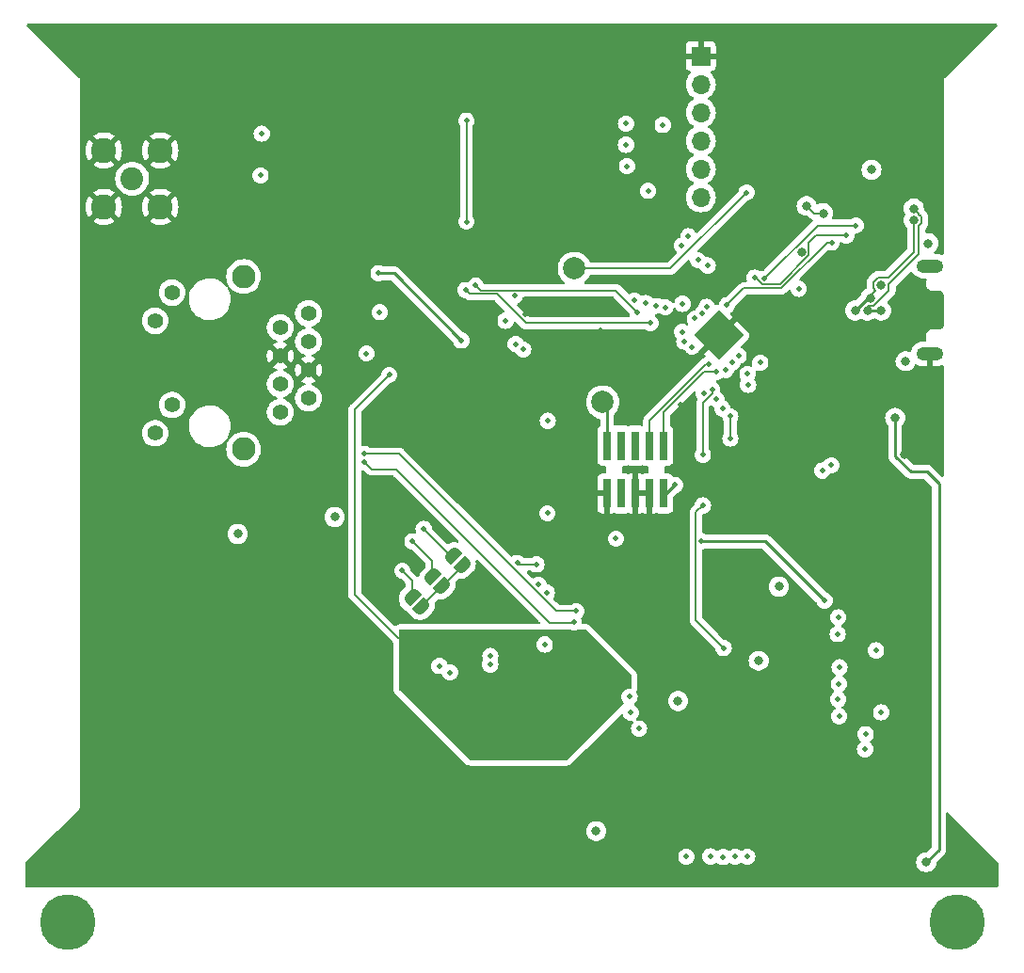
<source format=gbr>
%TF.GenerationSoftware,KiCad,Pcbnew,7.0.5*%
%TF.CreationDate,2023-07-31T22:06:35-07:00*%
%TF.ProjectId,flight_computer_dev_board_rfm98pw,666c6967-6874-45f6-936f-6d7075746572,rev?*%
%TF.SameCoordinates,Original*%
%TF.FileFunction,Copper,L4,Bot*%
%TF.FilePolarity,Positive*%
%FSLAX46Y46*%
G04 Gerber Fmt 4.6, Leading zero omitted, Abs format (unit mm)*
G04 Created by KiCad (PCBNEW 7.0.5) date 2023-07-31 22:06:35*
%MOMM*%
%LPD*%
G01*
G04 APERTURE LIST*
G04 Aperture macros list*
%AMRotRect*
0 Rectangle, with rotation*
0 The origin of the aperture is its center*
0 $1 length*
0 $2 width*
0 $3 Rotation angle, in degrees counterclockwise*
0 Add horizontal line*
21,1,$1,$2,0,0,$3*%
%AMFreePoly0*
4,1,19,0.499999,-0.750000,0.000000,-0.750000,0.000000,-0.744912,-0.071157,-0.744911,-0.207708,-0.704816,-0.327430,-0.627875,-0.420627,-0.520320,-0.479746,-0.390866,-0.500000,-0.250000,-0.500000,0.250000,-0.479746,0.390866,-0.420627,0.520320,-0.327430,0.627875,-0.207708,0.704816,-0.071157,0.744911,0.000000,0.744912,0.000000,0.750000,0.499999,0.750000,0.499999,-0.750000,0.499999,-0.750000,
$1*%
%AMFreePoly1*
4,1,19,0.000000,0.744912,0.071157,0.744911,0.207708,0.704816,0.327430,0.627875,0.420627,0.520320,0.479746,0.390866,0.500000,0.250000,0.500000,-0.250000,0.479746,-0.390866,0.420627,-0.520320,0.327430,-0.627875,0.207708,-0.704816,0.071157,-0.744911,0.000000,-0.744912,0.000000,-0.750000,-0.499999,-0.750000,-0.499999,0.750000,0.000000,0.750000,0.000000,0.744912,0.000000,0.744912,
$1*%
G04 Aperture macros list end*
%TA.AperFunction,ComponentPad*%
%ADD10C,2.050000*%
%TD*%
%TA.AperFunction,ComponentPad*%
%ADD11C,2.250000*%
%TD*%
%TA.AperFunction,ComponentPad*%
%ADD12C,5.000000*%
%TD*%
%TA.AperFunction,ComponentPad*%
%ADD13C,2.000000*%
%TD*%
%TA.AperFunction,ComponentPad*%
%ADD14C,0.500000*%
%TD*%
%TA.AperFunction,SMDPad,CuDef*%
%ADD15RotRect,3.200000X3.200000X315.000000*%
%TD*%
%TA.AperFunction,ComponentPad*%
%ADD16O,2.416000X1.208000*%
%TD*%
%TA.AperFunction,ComponentPad*%
%ADD17R,1.700000X1.700000*%
%TD*%
%TA.AperFunction,ComponentPad*%
%ADD18O,1.700000X1.700000*%
%TD*%
%TA.AperFunction,SMDPad,CuDef*%
%ADD19R,0.760000X2.600000*%
%TD*%
%TA.AperFunction,SMDPad,CuDef*%
%ADD20FreePoly0,135.000000*%
%TD*%
%TA.AperFunction,SMDPad,CuDef*%
%ADD21FreePoly1,135.000000*%
%TD*%
%TA.AperFunction,ComponentPad*%
%ADD22C,1.397000*%
%TD*%
%TA.AperFunction,ComponentPad*%
%ADD23C,2.108200*%
%TD*%
%TA.AperFunction,ViaPad*%
%ADD24C,0.800000*%
%TD*%
%TA.AperFunction,ViaPad*%
%ADD25C,0.600000*%
%TD*%
%TA.AperFunction,ViaPad*%
%ADD26C,0.460000*%
%TD*%
%TA.AperFunction,Conductor*%
%ADD27C,0.200000*%
%TD*%
%TA.AperFunction,Conductor*%
%ADD28C,0.250000*%
%TD*%
%TA.AperFunction,Conductor*%
%ADD29C,0.127000*%
%TD*%
G04 APERTURE END LIST*
D10*
%TO.P,J6,1,In*%
%TO.N,Net-(J6-In)*%
X153170000Y-71210000D03*
D11*
%TO.P,J6,2,Ext*%
%TO.N,GND*%
X150630000Y-68670000D03*
X150630000Y-73750000D03*
X155710000Y-68670000D03*
X155710000Y-73750000D03*
%TD*%
D12*
%TO.P,,1*%
%TO.N,N/C*%
X227414400Y-138100000D03*
%TD*%
%TO.P,,1*%
%TO.N,N/C*%
X147381083Y-138100000D03*
%TD*%
D13*
%TO.P,TP2,1,1*%
%TO.N,/~{RESET}*%
X195510000Y-91320000D03*
%TD*%
D14*
%TO.P,IC1,57,GND*%
%TO.N,GND*%
X205930000Y-83400812D03*
X204020812Y-85310000D03*
D15*
X205930000Y-85310000D03*
D14*
X207839188Y-85310000D03*
X205930000Y-87219188D03*
%TD*%
D13*
%TO.P,TP1,1,1*%
%TO.N,/USBBOOT*%
X192960000Y-79300000D03*
%TD*%
D16*
%TO.P,J8,SH1,Shield*%
%TO.N,GND*%
X224920000Y-86970000D03*
%TO.P,J8,SH6*%
%TO.N,N/C*%
X224920000Y-79070000D03*
%TD*%
D17*
%TO.P,J3,1,Pin_1*%
%TO.N,GND*%
X204330000Y-60190000D03*
D18*
%TO.P,J3,2,Pin_2*%
%TO.N,TX*%
X204330000Y-62730000D03*
%TO.P,J3,3,Pin_3*%
%TO.N,RX*%
X204330000Y-65270000D03*
%TO.P,J3,4,Pin_4*%
%TO.N,SCL1*%
X204330000Y-67810000D03*
%TO.P,J3,5,Pin_5*%
%TO.N,SDA1*%
X204330000Y-70350000D03*
%TO.P,J3,6,Pin_6*%
%TO.N,3.3V*%
X204330000Y-72890000D03*
%TD*%
D19*
%TO.P,J1,1,VTref*%
%TO.N,3.3V*%
X200980000Y-99530000D03*
%TO.P,J1,2,SWDIO/TMS*%
%TO.N,SWDIO*%
X200980000Y-95230000D03*
%TO.P,J1,3,GND*%
%TO.N,GND*%
X199710000Y-99530000D03*
%TO.P,J1,4,SWDCLK/TCK*%
%TO.N,SWCLK*%
X199710000Y-95230000D03*
%TO.P,J1,5,GND*%
%TO.N,GND*%
X198440000Y-99530000D03*
%TO.P,J1,6,SWO/TDO*%
%TO.N,unconnected-(J1-SWO{slash}TDO-Pad6)*%
X198440000Y-95230000D03*
%TO.P,J1,7,KEY*%
%TO.N,unconnected-(J1-KEY-Pad7)*%
X197170000Y-99530000D03*
%TO.P,J1,8,NC/TDI*%
%TO.N,unconnected-(J1-NC{slash}TDI-Pad8)*%
X197170000Y-95230000D03*
%TO.P,J1,9,GNDDetect*%
%TO.N,GND*%
X195900000Y-99530000D03*
%TO.P,J1,10,~{RESET}*%
%TO.N,/~{RESET}*%
X195900000Y-95230000D03*
%TD*%
D20*
%TO.P,JP5,1,A*%
%TO.N,Net-(JP3-A)*%
X179249619Y-109739619D03*
D21*
%TO.P,JP5,2,B*%
%TO.N,Net-(JP5-B)*%
X178330381Y-108820381D03*
%TD*%
D22*
%TO.P,J5,1*%
%TO.N,TX+*%
X166490001Y-92230000D03*
%TO.P,J5,2*%
%TO.N,TX-*%
X169030001Y-90960000D03*
%TO.P,J5,3*%
%TO.N,TCT*%
X166490001Y-89690000D03*
%TO.P,J5,4*%
%TO.N,GND*%
X169030001Y-88420000D03*
%TO.P,J5,5*%
X166490001Y-87150000D03*
%TO.P,J5,6*%
%TO.N,RCT*%
X169030001Y-85880000D03*
%TO.P,J5,7*%
%TO.N,Net-(C18-Pad1)*%
X166490001Y-84610000D03*
%TO.P,J5,8*%
%TO.N,Net-(C19-Pad1)*%
X169030001Y-83340000D03*
%TO.P,J5,9*%
%TO.N,YELLOWLED*%
X155250001Y-83999892D03*
%TO.P,J5,10*%
%TO.N,3.3V*%
X156770000Y-81459892D03*
%TO.P,J5,11*%
%TO.N,GREENLED*%
X156770000Y-91569999D03*
%TO.P,J5,12*%
%TO.N,3.3V*%
X155250001Y-94109999D03*
D23*
%TO.P,J5,15*%
%TO.N,N/C*%
X163200000Y-95560000D03*
%TO.P,J5,16*%
X163200000Y-80010000D03*
%TD*%
D20*
%TO.P,JP4,1,A*%
%TO.N,Net-(JP3-A)*%
X181080000Y-107900000D03*
D21*
%TO.P,JP4,2,B*%
%TO.N,Net-(JP4-B)*%
X180160762Y-106980762D03*
%TD*%
D20*
%TO.P,JP3,1,A*%
%TO.N,Net-(JP3-A)*%
X182909619Y-106039619D03*
D21*
%TO.P,JP3,2,B*%
%TO.N,Net-(JP3-B)*%
X181990381Y-105120381D03*
%TD*%
D24*
%TO.N,USB_D-*%
X223489169Y-74945000D03*
%TO.N,USB_D+*%
X223489169Y-73895000D03*
D25*
%TO.N,GND*%
X153230000Y-62770000D03*
D24*
X180230000Y-96170000D03*
X215270000Y-86050000D03*
D25*
X159110000Y-58990000D03*
D24*
X168380000Y-108430000D03*
D26*
X216640000Y-124190000D03*
D25*
X152860000Y-64860000D03*
X154870000Y-65870000D03*
X151810000Y-60210000D03*
X164430000Y-59240000D03*
D26*
X176410000Y-110830000D03*
X184610000Y-84030000D03*
X210400000Y-91930000D03*
D24*
X218140000Y-68160000D03*
D26*
X208679998Y-97590002D03*
X200300000Y-81610000D03*
D25*
X155270000Y-61360000D03*
D24*
X221430000Y-75570000D03*
D25*
X153930000Y-65870000D03*
X155250000Y-62360000D03*
X153120000Y-58960000D03*
X164550000Y-61340000D03*
X158020000Y-58980000D03*
D24*
X213390000Y-77840000D03*
D25*
X164510000Y-60360000D03*
X154380000Y-58940000D03*
D24*
X222660000Y-96000000D03*
D26*
X189950000Y-85580000D03*
D25*
X153120000Y-63830000D03*
D26*
X190290000Y-113130000D03*
D25*
X153940000Y-66910000D03*
D26*
X198530000Y-90070000D03*
X190150000Y-104470000D03*
D25*
X155580000Y-58990000D03*
D24*
X196160000Y-78060000D03*
X220400000Y-84690000D03*
D26*
X205900000Y-77570000D03*
X204120000Y-132130000D03*
D25*
X162580000Y-58200000D03*
D26*
X224550000Y-101060000D03*
D24*
X211180000Y-71770000D03*
D25*
X151800000Y-61520000D03*
X151920000Y-58970000D03*
X161280000Y-58230000D03*
D26*
X195320000Y-84860000D03*
D25*
X156770000Y-58980000D03*
X163890000Y-58230000D03*
D26*
X198680000Y-111010000D03*
X194250000Y-93350000D03*
D25*
X155990000Y-65870000D03*
D24*
X201550000Y-106360000D03*
D26*
X202520000Y-91510000D03*
D24*
X208290000Y-76340000D03*
D25*
X159190000Y-60740000D03*
D24*
X189070000Y-95910000D03*
D25*
X160210000Y-58640000D03*
D26*
X188490000Y-83380000D03*
D25*
X152330000Y-66910000D03*
D26*
X190080000Y-90960000D03*
X216600000Y-107680000D03*
D25*
X152370000Y-65680000D03*
D26*
%TO.N,3.3V*%
X216690000Y-110680000D03*
D24*
X211350000Y-107920000D03*
X194910000Y-129920000D03*
X202280000Y-118210000D03*
D26*
X216750000Y-116660000D03*
D24*
X171390000Y-101650000D03*
X209540000Y-114590000D03*
D26*
X206340000Y-132250000D03*
X213130000Y-81120000D03*
X188360000Y-86580000D03*
X202010000Y-98770000D03*
D24*
X162670000Y-103180000D03*
X219690000Y-70410000D03*
%TO.N,VBUS*%
X221810000Y-92740000D03*
X220550000Y-80800000D03*
X222750000Y-87640000D03*
X224800000Y-77030000D03*
X224610000Y-132720000D03*
D26*
%TO.N,VCC_RF1*%
X182790000Y-85770000D03*
X215460000Y-109170000D03*
X204390000Y-103840000D03*
X175340000Y-79710000D03*
X190560000Y-93000000D03*
%TO.N,RX+*%
X174250000Y-86940000D03*
X185390000Y-114930000D03*
%TO.N,RX-*%
X175440000Y-83230000D03*
X185400000Y-114150000D03*
%TO.N,TX*%
X204950000Y-79020000D03*
%TO.N,RX*%
X204070000Y-78550000D03*
%TO.N,/USBBOOT*%
X208450000Y-72460000D03*
%TO.N,SDA1*%
X203210000Y-76390000D03*
X186770000Y-84000000D03*
%TO.N,SCL1*%
X187678042Y-86101958D03*
X187600000Y-81760000D03*
X202620000Y-77230000D03*
%TO.N,SDA0*%
X220093000Y-113660000D03*
X204850522Y-82754243D03*
%TO.N,SCL0*%
X204462067Y-83351099D03*
X216810000Y-115170000D03*
%TO.N,ENABLE_BURN*%
X203796738Y-83787000D03*
X216640000Y-112190000D03*
%TO.N,I2C_RESET*%
X202679075Y-82473441D03*
X216770000Y-119590000D03*
X220550000Y-119230000D03*
%TO.N,SPI1_MISO*%
X201127420Y-82797802D03*
X199590000Y-72310000D03*
%TO.N,SPI1_CS0*%
X200340891Y-82659109D03*
X197600000Y-66270000D03*
X183240000Y-66001499D03*
X183240000Y-75080000D03*
%TO.N,SPI1_SCK*%
X197600000Y-68170000D03*
X199392286Y-82407714D03*
%TO.N,SPI1_MOSI*%
X197690000Y-70090000D03*
X198371758Y-82190609D03*
%TO.N,ENAB_RF*%
X202660000Y-85010000D03*
X216670000Y-118060000D03*
%TO.N,VBUS_RESET*%
X219160000Y-121200000D03*
X202849500Y-85860738D03*
%TO.N,BURN_RELAY_A*%
X219110000Y-122540000D03*
X203550000Y-86350000D03*
%TO.N,SWCLK*%
X205044501Y-87897613D03*
%TO.N,SWDIO*%
X205760000Y-88610000D03*
%TO.N,SPI0_MISO*%
X190530000Y-101320000D03*
X196700000Y-103600000D03*
X203030000Y-132220000D03*
X204589411Y-90550000D03*
X197920000Y-117830000D03*
%TO.N,SPI0_CS0*%
X204510000Y-96070000D03*
X204517000Y-100610000D03*
X208510000Y-132220000D03*
X205337798Y-90170000D03*
X206380000Y-113450000D03*
%TO.N,SPI0_SCK*%
X190471573Y-108461573D03*
X205200000Y-132190000D03*
X198038604Y-119261396D03*
X205753603Y-91075929D03*
%TO.N,SPI0_MOSI*%
X189737000Y-107749415D03*
X206276956Y-91906956D03*
X207420000Y-132220000D03*
X198775000Y-120695000D03*
%TO.N,RF1_RST*%
X200910000Y-66380000D03*
X206570000Y-88420000D03*
%TO.N,WDT_WDI*%
X206990000Y-92600000D03*
X206990000Y-94590000D03*
%TO.N,RF1_IO4*%
X198640000Y-83210000D03*
X184080000Y-80820000D03*
X164830000Y-67160000D03*
X207168321Y-87727200D03*
%TO.N,RF1_IO0*%
X207730000Y-87140000D03*
X199794371Y-84205629D03*
X164720000Y-70930000D03*
X183180000Y-81240000D03*
%TO.N,NEOPIX*%
X208534359Y-88793124D03*
X216070000Y-97000000D03*
%TO.N,NEO_PWR*%
X215260000Y-97480000D03*
X208583633Y-89766425D03*
%TO.N,/QSPI_DATA[3]*%
X218280000Y-75430000D03*
X210049974Y-80209974D03*
%TO.N,/QSPI_SCK*%
X217420000Y-76340000D03*
X209174194Y-80114194D03*
%TO.N,/QSPI_DATA[0]*%
X206690000Y-82590000D03*
X216096396Y-76966396D03*
D24*
%TO.N,/QSPI_DATA[2]*%
X213850000Y-73670000D03*
X215330000Y-74330000D03*
D26*
%TO.N,TX+*%
X181770000Y-115640000D03*
%TO.N,TX-*%
X180820000Y-115064124D03*
%TO.N,GREENLED*%
X192900000Y-111130000D03*
X174020500Y-96733957D03*
%TO.N,YELLOWLED*%
X193120000Y-110130000D03*
X174020000Y-95970000D03*
%TO.N,Net-(JP3-B)*%
X179400000Y-102730000D03*
%TO.N,Net-(JP4-B)*%
X178390000Y-103840000D03*
%TO.N,Net-(JP5-B)*%
X177470000Y-106490000D03*
D24*
%TO.N,USB_D-*%
X218210000Y-83080000D03*
X219580000Y-81940000D03*
%TO.N,USB_D+*%
X219320000Y-83080000D03*
X220550000Y-83090000D03*
D26*
%TO.N,SPI0_CS1*%
X209677000Y-87778655D03*
X187828006Y-105790561D03*
X189538604Y-105921396D03*
%TO.N,GNDA*%
X178050000Y-112540000D03*
X176300000Y-88870000D03*
X186830000Y-116670000D03*
X188620000Y-116320000D03*
X190860000Y-121510000D03*
X189770000Y-115360000D03*
%TD*%
D27*
%TO.N,USB_D-*%
X220025025Y-81264975D02*
X218210000Y-83080000D01*
X219850000Y-80510050D02*
X219850000Y-81089950D01*
X220260050Y-80100000D02*
X219850000Y-80510050D01*
X221190000Y-80100000D02*
X220260050Y-80100000D01*
X223489169Y-77800831D02*
X221190000Y-80100000D01*
X223489169Y-74945000D02*
X223489169Y-77800831D01*
%TO.N,USB_D+*%
X219320000Y-82640000D02*
X219320000Y-83080000D01*
X219869950Y-82640000D02*
X219320000Y-82640000D01*
X221250000Y-81259950D02*
X219869950Y-82640000D01*
X223939169Y-77987228D02*
X221250000Y-80676397D01*
X224189169Y-75234950D02*
X223939169Y-75484950D01*
X223939169Y-75484950D02*
X223939169Y-77987228D01*
X224189169Y-74655050D02*
X224189169Y-75234950D01*
%TO.N,USB_D-*%
X219850000Y-81089950D02*
X220025025Y-81264975D01*
%TO.N,USB_D+*%
X223939169Y-74405050D02*
X224189169Y-74655050D01*
X223939169Y-74345000D02*
X223939169Y-74405050D01*
X223489169Y-73895000D02*
X223939169Y-74345000D01*
X221250000Y-80676397D02*
X221250000Y-81259950D01*
D28*
%TO.N,3.3V*%
X200980000Y-99530000D02*
X201250000Y-99530000D01*
X201250000Y-99530000D02*
X202010000Y-98770000D01*
%TO.N,VBUS*%
X225670000Y-98590000D02*
X225745000Y-98665000D01*
X224130000Y-97570000D02*
X224650000Y-97570000D01*
X221810000Y-96175305D02*
X223204695Y-97570000D01*
X223204695Y-97570000D02*
X224130000Y-97570000D01*
X224650000Y-97570000D02*
X225670000Y-98590000D01*
X225745000Y-131585000D02*
X224610000Y-132720000D01*
X225745000Y-98665000D02*
X225745000Y-131585000D01*
X221810000Y-92740000D02*
X221810000Y-96175305D01*
%TO.N,VCC_RF1*%
X210130000Y-103840000D02*
X215460000Y-109170000D01*
X176730000Y-79710000D02*
X182790000Y-85770000D01*
X175340000Y-79710000D02*
X176730000Y-79710000D01*
X204390000Y-103840000D02*
X210130000Y-103840000D01*
D29*
%TO.N,/USBBOOT*%
X192960000Y-79300000D02*
X201610000Y-79300000D01*
X201610000Y-79300000D02*
X208450000Y-72460000D01*
%TO.N,SPI1_CS0*%
X183240000Y-75080000D02*
X183240000Y-66001499D01*
%TO.N,SWCLK*%
X205044501Y-87897613D02*
X204756601Y-87897613D01*
X199710000Y-92944214D02*
X199710000Y-95230000D01*
X204756601Y-87897613D02*
X199710000Y-92944214D01*
%TO.N,SWDIO*%
X205760000Y-88610000D02*
X204630000Y-88610000D01*
X200980000Y-92260000D02*
X200980000Y-95230000D01*
X204630000Y-88610000D02*
X200980000Y-92260000D01*
D28*
%TO.N,/~{RESET}*%
X195900000Y-91710000D02*
X195510000Y-91320000D01*
X195900000Y-95230000D02*
X195900000Y-91710000D01*
D29*
%TO.N,SPI0_CS0*%
X205337798Y-90572202D02*
X204510000Y-91400000D01*
X203896500Y-101230500D02*
X204517000Y-100610000D01*
X203896500Y-110966500D02*
X203896500Y-101230500D01*
X205337798Y-90170000D02*
X205337798Y-90572202D01*
X204510000Y-91400000D02*
X204510000Y-96070000D01*
X206380000Y-113450000D02*
X203896500Y-110966500D01*
%TO.N,WDT_WDI*%
X206990000Y-92600000D02*
X206990000Y-94590000D01*
%TO.N,RF1_IO4*%
X198640000Y-83210000D02*
X196696500Y-81266500D01*
X196696500Y-81266500D02*
X184526500Y-81266500D01*
X184526500Y-81266500D02*
X184080000Y-80820000D01*
%TO.N,RF1_IO0*%
X186000000Y-81593500D02*
X188612129Y-84205629D01*
X188612129Y-84205629D02*
X199794371Y-84205629D01*
X183180000Y-81240000D02*
X183533500Y-81593500D01*
X183533500Y-81593500D02*
X186000000Y-81593500D01*
%TO.N,/QSPI_DATA[3]*%
X218280000Y-75430000D02*
X214829948Y-75430000D01*
X214829948Y-75430000D02*
X210049974Y-80209974D01*
%TO.N,/QSPI_SCK*%
X209845559Y-80703474D02*
X211464857Y-80703474D01*
X214680000Y-76340000D02*
X217420000Y-76340000D01*
X209174194Y-80114194D02*
X209256279Y-80114194D01*
X214053500Y-78114831D02*
X214053500Y-76966500D01*
X211464857Y-80703474D02*
X214053500Y-78114831D01*
X214053500Y-76966500D02*
X214680000Y-76340000D01*
X209256279Y-80114194D02*
X209845559Y-80703474D01*
%TO.N,/QSPI_DATA[0]*%
X208200000Y-81080000D02*
X206690000Y-82590000D01*
X215673604Y-76966396D02*
X211560000Y-81080000D01*
X216096396Y-76966396D02*
X215673604Y-76966396D01*
X211560000Y-81080000D02*
X208200000Y-81080000D01*
%TO.N,/QSPI_DATA[2]*%
X214510000Y-74330000D02*
X215330000Y-74330000D01*
X213850000Y-73670000D02*
X214510000Y-74330000D01*
%TO.N,GREENLED*%
X192836500Y-111193500D02*
X192900000Y-111130000D01*
X174020500Y-96733957D02*
X174086042Y-96733957D01*
X174086042Y-96733957D02*
X174702085Y-97350000D01*
X190743500Y-111193500D02*
X192836500Y-111193500D01*
X174702085Y-97350000D02*
X176900000Y-97350000D01*
X176900000Y-97350000D02*
X190743500Y-111193500D01*
%TO.N,YELLOWLED*%
X193120000Y-110130000D02*
X191350000Y-110130000D01*
X191350000Y-110130000D02*
X177190000Y-95970000D01*
X177190000Y-95970000D02*
X174020000Y-95970000D01*
%TO.N,Net-(JP3-A)*%
X179249619Y-109739619D02*
X179249619Y-109699619D01*
X179249619Y-109699619D02*
X182909619Y-106039619D01*
%TO.N,Net-(JP3-B)*%
X181990381Y-105120381D02*
X181790381Y-105120381D01*
X181790381Y-105120381D02*
X179400000Y-102730000D01*
%TO.N,Net-(JP4-B)*%
X180160762Y-105610762D02*
X178390000Y-103840000D01*
X180160762Y-106980762D02*
X180160762Y-105610762D01*
%TO.N,Net-(JP5-B)*%
X178330381Y-108820381D02*
X178330381Y-107350381D01*
X178330381Y-107350381D02*
X177470000Y-106490000D01*
D28*
%TO.N,USB_D-*%
X219350000Y-81940000D02*
X218210000Y-83080000D01*
X219580000Y-81940000D02*
X219350000Y-81940000D01*
%TO.N,USB_D+*%
X220540000Y-83080000D02*
X220550000Y-83090000D01*
X219320000Y-83080000D02*
X220540000Y-83080000D01*
D29*
%TO.N,SPI0_CS1*%
X187958841Y-105921396D02*
X187828006Y-105790561D01*
X189538604Y-105921396D02*
X187958841Y-105921396D01*
%TO.N,GNDA*%
X173199500Y-108659500D02*
X173199500Y-91970500D01*
X173199500Y-91970500D02*
X176300000Y-88870000D01*
X174890000Y-110350000D02*
X173199500Y-108659500D01*
X177080000Y-112540000D02*
X174890000Y-110350000D01*
X178050000Y-112540000D02*
X177080000Y-112540000D01*
%TD*%
%TA.AperFunction,Conductor*%
%TO.N,GNDA*%
G36*
X192622869Y-111806958D02*
G01*
X192659242Y-111819685D01*
X192736420Y-111846691D01*
X192736426Y-111846691D01*
X192736428Y-111846692D01*
X192899996Y-111865122D01*
X192900000Y-111865122D01*
X192900004Y-111865122D01*
X193063571Y-111846692D01*
X193063570Y-111846692D01*
X193063580Y-111846691D01*
X193146601Y-111817640D01*
X193177131Y-111806958D01*
X193218085Y-111800000D01*
X193968638Y-111800000D01*
X194035677Y-111819685D01*
X194056319Y-111836319D01*
X198073681Y-115853681D01*
X198107166Y-115915004D01*
X198110000Y-115941362D01*
X198110000Y-116977529D01*
X198090315Y-117044568D01*
X198037511Y-117090323D01*
X197972118Y-117100749D01*
X197920005Y-117094878D01*
X197919996Y-117094878D01*
X197756425Y-117113307D01*
X197601046Y-117167676D01*
X197601044Y-117167677D01*
X197461658Y-117255258D01*
X197345258Y-117371658D01*
X197257677Y-117511044D01*
X197257676Y-117511046D01*
X197203307Y-117666425D01*
X197184878Y-117829996D01*
X197184878Y-117830003D01*
X197203307Y-117993574D01*
X197257676Y-118148953D01*
X197257677Y-118148955D01*
X197345258Y-118288341D01*
X197355777Y-118298860D01*
X197389262Y-118360183D01*
X197384278Y-118429875D01*
X197355777Y-118474222D01*
X192389999Y-123440000D01*
X192384428Y-123453452D01*
X192340587Y-123507856D01*
X192274293Y-123529921D01*
X192269867Y-123530000D01*
X183581362Y-123530000D01*
X183514323Y-123510315D01*
X183493681Y-123493681D01*
X177186319Y-117186318D01*
X177152834Y-117124995D01*
X177150000Y-117098637D01*
X177150000Y-115064127D01*
X180084878Y-115064127D01*
X180103307Y-115227698D01*
X180157676Y-115383077D01*
X180157677Y-115383079D01*
X180157678Y-115383081D01*
X180245258Y-115522465D01*
X180361659Y-115638866D01*
X180501043Y-115726446D01*
X180656420Y-115780815D01*
X180656423Y-115780815D01*
X180656425Y-115780816D01*
X180819996Y-115799246D01*
X180820000Y-115799246D01*
X180820003Y-115799246D01*
X180944735Y-115785192D01*
X181013557Y-115797246D01*
X181064937Y-115844595D01*
X181075661Y-115867458D01*
X181107676Y-115958953D01*
X181107677Y-115958955D01*
X181107678Y-115958957D01*
X181195258Y-116098341D01*
X181311659Y-116214742D01*
X181451043Y-116302322D01*
X181606420Y-116356691D01*
X181606423Y-116356691D01*
X181606425Y-116356692D01*
X181769996Y-116375122D01*
X181770000Y-116375122D01*
X181770004Y-116375122D01*
X181933574Y-116356692D01*
X181933575Y-116356691D01*
X181933580Y-116356691D01*
X182088957Y-116302322D01*
X182228341Y-116214742D01*
X182344742Y-116098341D01*
X182432322Y-115958957D01*
X182486691Y-115803580D01*
X182486692Y-115803574D01*
X182505122Y-115640003D01*
X182505122Y-115639996D01*
X182486692Y-115476425D01*
X182486691Y-115476423D01*
X182486691Y-115476420D01*
X182432322Y-115321043D01*
X182344742Y-115181659D01*
X182228341Y-115065258D01*
X182088957Y-114977678D01*
X182088956Y-114977677D01*
X182088955Y-114977677D01*
X182088953Y-114977676D01*
X181952710Y-114930003D01*
X184654878Y-114930003D01*
X184673307Y-115093574D01*
X184727676Y-115248953D01*
X184727677Y-115248955D01*
X184727678Y-115248957D01*
X184815258Y-115388341D01*
X184931659Y-115504742D01*
X185071043Y-115592322D01*
X185226420Y-115646691D01*
X185226423Y-115646691D01*
X185226425Y-115646692D01*
X185389996Y-115665122D01*
X185390000Y-115665122D01*
X185390004Y-115665122D01*
X185553574Y-115646692D01*
X185553575Y-115646691D01*
X185553580Y-115646691D01*
X185708957Y-115592322D01*
X185848341Y-115504742D01*
X185964742Y-115388341D01*
X186052322Y-115248957D01*
X186106691Y-115093580D01*
X186110010Y-115064124D01*
X186125122Y-114930003D01*
X186125122Y-114929996D01*
X186106692Y-114766425D01*
X186106691Y-114766423D01*
X186106691Y-114766420D01*
X186052322Y-114611043D01*
X186052321Y-114611042D01*
X186052320Y-114611038D01*
X186049302Y-114604771D01*
X186051278Y-114603819D01*
X186035135Y-114546694D01*
X186054137Y-114481983D01*
X186062322Y-114468957D01*
X186116691Y-114313580D01*
X186135122Y-114150000D01*
X186116691Y-113986420D01*
X186062322Y-113831043D01*
X185974742Y-113691659D01*
X185858341Y-113575258D01*
X185718957Y-113487678D01*
X185718956Y-113487677D01*
X185718955Y-113487677D01*
X185718953Y-113487676D01*
X185563574Y-113433307D01*
X185400004Y-113414878D01*
X185399996Y-113414878D01*
X185236425Y-113433307D01*
X185081046Y-113487676D01*
X185081044Y-113487677D01*
X184941658Y-113575258D01*
X184825258Y-113691658D01*
X184737677Y-113831044D01*
X184737676Y-113831046D01*
X184683307Y-113986425D01*
X184664878Y-114149996D01*
X184664878Y-114150003D01*
X184683307Y-114313574D01*
X184737679Y-114468961D01*
X184740698Y-114475229D01*
X184738722Y-114476180D01*
X184754863Y-114533316D01*
X184735868Y-114598008D01*
X184727678Y-114611043D01*
X184727676Y-114611047D01*
X184673307Y-114766425D01*
X184654878Y-114929996D01*
X184654878Y-114930003D01*
X181952710Y-114930003D01*
X181933574Y-114923307D01*
X181770004Y-114904878D01*
X181769996Y-114904878D01*
X181645264Y-114918931D01*
X181576442Y-114906876D01*
X181525063Y-114859527D01*
X181514340Y-114836666D01*
X181482326Y-114745175D01*
X181482322Y-114745168D01*
X181482322Y-114745167D01*
X181394742Y-114605783D01*
X181278341Y-114489382D01*
X181138957Y-114401802D01*
X181138956Y-114401801D01*
X181138955Y-114401801D01*
X181138953Y-114401800D01*
X180983574Y-114347431D01*
X180820004Y-114329002D01*
X180819996Y-114329002D01*
X180656425Y-114347431D01*
X180501046Y-114401800D01*
X180501044Y-114401801D01*
X180361658Y-114489382D01*
X180245258Y-114605782D01*
X180157677Y-114745168D01*
X180157676Y-114745170D01*
X180103307Y-114900549D01*
X180084878Y-115064120D01*
X180084878Y-115064127D01*
X177150000Y-115064127D01*
X177150000Y-113130003D01*
X189554878Y-113130003D01*
X189573307Y-113293574D01*
X189627676Y-113448953D01*
X189627677Y-113448955D01*
X189627678Y-113448957D01*
X189715258Y-113588341D01*
X189831659Y-113704742D01*
X189971043Y-113792322D01*
X190126420Y-113846691D01*
X190126423Y-113846691D01*
X190126425Y-113846692D01*
X190289996Y-113865122D01*
X190290000Y-113865122D01*
X190290004Y-113865122D01*
X190453574Y-113846692D01*
X190453575Y-113846691D01*
X190453580Y-113846691D01*
X190608957Y-113792322D01*
X190748341Y-113704742D01*
X190864742Y-113588341D01*
X190952322Y-113448957D01*
X191006691Y-113293580D01*
X191025122Y-113130000D01*
X191006691Y-112966420D01*
X190952322Y-112811043D01*
X190864742Y-112671659D01*
X190748341Y-112555258D01*
X190608957Y-112467678D01*
X190608956Y-112467677D01*
X190608955Y-112467677D01*
X190608953Y-112467676D01*
X190453574Y-112413307D01*
X190290004Y-112394878D01*
X190289996Y-112394878D01*
X190126425Y-112413307D01*
X189971046Y-112467676D01*
X189971044Y-112467677D01*
X189831658Y-112555258D01*
X189715258Y-112671658D01*
X189627677Y-112811044D01*
X189627676Y-112811046D01*
X189573307Y-112966425D01*
X189554878Y-113129996D01*
X189554878Y-113130003D01*
X177150000Y-113130003D01*
X177150000Y-111924000D01*
X177169685Y-111856961D01*
X177222489Y-111811206D01*
X177274000Y-111800000D01*
X192581915Y-111800000D01*
X192622869Y-111806958D01*
G37*
%TD.AperFunction*%
%TD*%
%TA.AperFunction,Conductor*%
%TO.N,GND*%
G36*
X190326501Y-112907689D02*
G01*
X190353567Y-112913866D01*
X190366113Y-112918255D01*
X190375046Y-112921381D01*
X190400069Y-112933431D01*
X190419349Y-112945546D01*
X190441056Y-112962857D01*
X190457140Y-112978941D01*
X190474453Y-113000651D01*
X190486566Y-113019929D01*
X190498612Y-113044941D01*
X190506129Y-113066421D01*
X190512310Y-113093499D01*
X190514858Y-113116118D01*
X190514858Y-113143880D01*
X190512310Y-113166499D01*
X190506129Y-113193577D01*
X190498612Y-113215057D01*
X190486566Y-113240069D01*
X190474453Y-113259347D01*
X190457140Y-113281057D01*
X190441057Y-113297140D01*
X190419347Y-113314454D01*
X190400072Y-113326565D01*
X190375055Y-113338612D01*
X190353561Y-113346133D01*
X190326493Y-113352311D01*
X190303891Y-113354858D01*
X190276121Y-113354858D01*
X190253499Y-113352309D01*
X190226431Y-113346132D01*
X190204940Y-113338611D01*
X190179927Y-113326566D01*
X190160651Y-113314454D01*
X190138942Y-113297141D01*
X190122857Y-113281056D01*
X190105547Y-113259352D01*
X190093428Y-113240065D01*
X190081387Y-113215060D01*
X190073861Y-113193553D01*
X190067688Y-113166499D01*
X190065139Y-113143872D01*
X190065140Y-113116118D01*
X190067689Y-113093495D01*
X190073866Y-113066430D01*
X190075286Y-113062368D01*
X190081382Y-113044947D01*
X190093431Y-113019929D01*
X190105546Y-113000647D01*
X190122853Y-112978945D01*
X190138945Y-112962853D01*
X190160644Y-112945548D01*
X190179934Y-112933428D01*
X190204944Y-112921385D01*
X190226432Y-112913866D01*
X190253499Y-112907688D01*
X190276116Y-112905140D01*
X190303877Y-112905140D01*
X190326501Y-112907689D01*
G37*
%TD.AperFunction*%
%TA.AperFunction,Conductor*%
G36*
X173980817Y-97464608D02*
G01*
X174045231Y-97491674D01*
X174054615Y-97500147D01*
X174274260Y-97719792D01*
X174279605Y-97725887D01*
X174299835Y-97752250D01*
X174360700Y-97798953D01*
X174360706Y-97798957D01*
X174417652Y-97842653D01*
X174554851Y-97899483D01*
X174684955Y-97916611D01*
X174702084Y-97918867D01*
X174702085Y-97918867D01*
X174735021Y-97914530D01*
X174743119Y-97914000D01*
X176615021Y-97914000D01*
X176682060Y-97933685D01*
X176702702Y-97950319D01*
X182507119Y-103754736D01*
X182540604Y-103816059D01*
X182535620Y-103885751D01*
X182493748Y-103941684D01*
X182428284Y-103966101D01*
X182393080Y-103963583D01*
X182310675Y-103945657D01*
X182310678Y-103945657D01*
X182310664Y-103945655D01*
X182167120Y-103935391D01*
X182167117Y-103935391D01*
X182023704Y-103945649D01*
X182023697Y-103945650D01*
X181883084Y-103976239D01*
X181883079Y-103976240D01*
X181883078Y-103976241D01*
X181840126Y-103992260D01*
X181748369Y-104026484D01*
X181748364Y-104026486D01*
X181665374Y-104071802D01*
X181597101Y-104086653D01*
X181531637Y-104062235D01*
X181518267Y-104050650D01*
X180157867Y-102690250D01*
X180124382Y-102628927D01*
X180122329Y-102616469D01*
X180116691Y-102566420D01*
X180116690Y-102566416D01*
X180116689Y-102566412D01*
X180062326Y-102411051D01*
X180062322Y-102411044D01*
X180062322Y-102411043D01*
X179974742Y-102271659D01*
X179858341Y-102155258D01*
X179718957Y-102067678D01*
X179718956Y-102067677D01*
X179718955Y-102067677D01*
X179718953Y-102067676D01*
X179563574Y-102013307D01*
X179400004Y-101994878D01*
X179399996Y-101994878D01*
X179236425Y-102013307D01*
X179081046Y-102067676D01*
X179081044Y-102067677D01*
X178941658Y-102155258D01*
X178825258Y-102271658D01*
X178737677Y-102411044D01*
X178737676Y-102411046D01*
X178683307Y-102566425D01*
X178664878Y-102729996D01*
X178664878Y-102730003D01*
X178683307Y-102893574D01*
X178707968Y-102964051D01*
X178711529Y-103033830D01*
X178676800Y-103094457D01*
X178614806Y-103126684D01*
X178560826Y-103122823D01*
X178560362Y-103124857D01*
X178553576Y-103123307D01*
X178390004Y-103104878D01*
X178389996Y-103104878D01*
X178226425Y-103123307D01*
X178071046Y-103177676D01*
X178071044Y-103177677D01*
X177931658Y-103265258D01*
X177815258Y-103381658D01*
X177727677Y-103521044D01*
X177727676Y-103521046D01*
X177673307Y-103676425D01*
X177654878Y-103839996D01*
X177654878Y-103840003D01*
X177673307Y-104003574D01*
X177727676Y-104158953D01*
X177727677Y-104158955D01*
X177727678Y-104158957D01*
X177815258Y-104298341D01*
X177931659Y-104414742D01*
X178071043Y-104502322D01*
X178071045Y-104502322D01*
X178071051Y-104502326D01*
X178226412Y-104556689D01*
X178226416Y-104556690D01*
X178226417Y-104556690D01*
X178226420Y-104556691D01*
X178276454Y-104562328D01*
X178340865Y-104589393D01*
X178350250Y-104597867D01*
X179560442Y-105808059D01*
X179593927Y-105869382D01*
X179596761Y-105895740D01*
X179596761Y-106071200D01*
X179577076Y-106138239D01*
X179560443Y-106158881D01*
X179261872Y-106457453D01*
X179261856Y-106457474D01*
X179222013Y-106497316D01*
X179221997Y-106497334D01*
X179135841Y-106612426D01*
X179135838Y-106612431D01*
X179066872Y-106738734D01*
X179066865Y-106738750D01*
X179016620Y-106873464D01*
X178998056Y-106958800D01*
X178964570Y-107020123D01*
X178903247Y-107053607D01*
X178833555Y-107048622D01*
X178778514Y-107007927D01*
X178732632Y-106948132D01*
X178706270Y-106927903D01*
X178700166Y-106922550D01*
X178227867Y-106450250D01*
X178194382Y-106388927D01*
X178192329Y-106376469D01*
X178186691Y-106326420D01*
X178186690Y-106326416D01*
X178186689Y-106326412D01*
X178132326Y-106171051D01*
X178132322Y-106171044D01*
X178132322Y-106171043D01*
X178044742Y-106031659D01*
X177928341Y-105915258D01*
X177788957Y-105827678D01*
X177788956Y-105827677D01*
X177788955Y-105827677D01*
X177788953Y-105827676D01*
X177633574Y-105773307D01*
X177470004Y-105754878D01*
X177469996Y-105754878D01*
X177306425Y-105773307D01*
X177151046Y-105827676D01*
X177151044Y-105827677D01*
X177011658Y-105915258D01*
X176895258Y-106031658D01*
X176807677Y-106171044D01*
X176807676Y-106171046D01*
X176753307Y-106326425D01*
X176734878Y-106489996D01*
X176734878Y-106490003D01*
X176753307Y-106653574D01*
X176807676Y-106808953D01*
X176807677Y-106808955D01*
X176807678Y-106808957D01*
X176895258Y-106948341D01*
X177011659Y-107064742D01*
X177151043Y-107152322D01*
X177151045Y-107152322D01*
X177151051Y-107152326D01*
X177306412Y-107206689D01*
X177306416Y-107206690D01*
X177306417Y-107206690D01*
X177306420Y-107206691D01*
X177356454Y-107212328D01*
X177420865Y-107239393D01*
X177430250Y-107247867D01*
X177730061Y-107547677D01*
X177763546Y-107609000D01*
X177766380Y-107635358D01*
X177766380Y-107910819D01*
X177746695Y-107977858D01*
X177730062Y-107998500D01*
X177431491Y-108297072D01*
X177431475Y-108297093D01*
X177391632Y-108336935D01*
X177391616Y-108336953D01*
X177305460Y-108452045D01*
X177305457Y-108452050D01*
X177236491Y-108578353D01*
X177236484Y-108578369D01*
X177186239Y-108713084D01*
X177155650Y-108853697D01*
X177155649Y-108853704D01*
X177145599Y-108994210D01*
X177145479Y-108995215D01*
X177145389Y-108997125D01*
X177155657Y-109140674D01*
X177155658Y-109140680D01*
X177186221Y-109281172D01*
X177232770Y-109405974D01*
X177236518Y-109416022D01*
X177305423Y-109542212D01*
X177391663Y-109657413D01*
X177391681Y-109657434D01*
X177620939Y-109886691D01*
X177796058Y-110061810D01*
X177850581Y-110109055D01*
X177850583Y-110109056D01*
X177850585Y-110109058D01*
X177872935Y-110121261D01*
X177884708Y-110127690D01*
X177924546Y-110162208D01*
X178008190Y-110273942D01*
X178008194Y-110273946D01*
X178008199Y-110273952D01*
X178398365Y-110664117D01*
X178403966Y-110671884D01*
X178527788Y-110764576D01*
X178527796Y-110764581D01*
X178653977Y-110833481D01*
X178653976Y-110833481D01*
X178653980Y-110833482D01*
X178653983Y-110833484D01*
X178788828Y-110883779D01*
X178929320Y-110914342D01*
X178929326Y-110914343D01*
X178929330Y-110914343D01*
X178929335Y-110914344D01*
X179072880Y-110924609D01*
X179072882Y-110924609D01*
X179072883Y-110924609D01*
X179083140Y-110923875D01*
X179216294Y-110914351D01*
X179356922Y-110883759D01*
X179491635Y-110833514D01*
X179617953Y-110764540D01*
X179733054Y-110678377D01*
X179772905Y-110638526D01*
X179772918Y-110638518D01*
X179809230Y-110602205D01*
X179809231Y-110602206D01*
X180112206Y-110299231D01*
X180112205Y-110299230D01*
X180148501Y-110262935D01*
X180148526Y-110262905D01*
X180148525Y-110262904D01*
X180188377Y-110223054D01*
X180274540Y-110107953D01*
X180343514Y-109981635D01*
X180393759Y-109846922D01*
X180424351Y-109706294D01*
X180434403Y-109565753D01*
X180434521Y-109564763D01*
X180434610Y-109562874D01*
X180429323Y-109488955D01*
X180424342Y-109419320D01*
X180421438Y-109405971D01*
X180426420Y-109336282D01*
X180454920Y-109291933D01*
X180639901Y-109106952D01*
X180701222Y-109073469D01*
X180753946Y-109073471D01*
X180759701Y-109074723D01*
X180759707Y-109074724D01*
X180759711Y-109074724D01*
X180759716Y-109074725D01*
X180903261Y-109084990D01*
X180903263Y-109084990D01*
X180903264Y-109084990D01*
X180913522Y-109084256D01*
X181046675Y-109074732D01*
X181187303Y-109044140D01*
X181322016Y-108993895D01*
X181448334Y-108924921D01*
X181563435Y-108838758D01*
X181603286Y-108798907D01*
X181603299Y-108798899D01*
X181639611Y-108762586D01*
X181639612Y-108762587D01*
X181942587Y-108459612D01*
X181942586Y-108459611D01*
X181978882Y-108423316D01*
X181978907Y-108423286D01*
X181987476Y-108414717D01*
X182018758Y-108383435D01*
X182104921Y-108268334D01*
X182173895Y-108142016D01*
X182224140Y-108007303D01*
X182254732Y-107866675D01*
X182264784Y-107726134D01*
X182264902Y-107725144D01*
X182264991Y-107723255D01*
X182258174Y-107627950D01*
X182254723Y-107579701D01*
X182253469Y-107573937D01*
X182258452Y-107504249D01*
X182286952Y-107459901D01*
X182496262Y-107250591D01*
X182557583Y-107217108D01*
X182592782Y-107214590D01*
X182698039Y-107222117D01*
X182732880Y-107224609D01*
X182732882Y-107224609D01*
X182732883Y-107224609D01*
X182743140Y-107223875D01*
X182876294Y-107214351D01*
X183016922Y-107183759D01*
X183151635Y-107133514D01*
X183277953Y-107064540D01*
X183393054Y-106978377D01*
X183432905Y-106938526D01*
X183432918Y-106938518D01*
X183469230Y-106902205D01*
X183469231Y-106902206D01*
X183772206Y-106599231D01*
X183772205Y-106599230D01*
X183808501Y-106562935D01*
X183808526Y-106562905D01*
X183809777Y-106561654D01*
X183848377Y-106523054D01*
X183934540Y-106407953D01*
X184003514Y-106281635D01*
X184053759Y-106146922D01*
X184084351Y-106006294D01*
X184094403Y-105865753D01*
X184094521Y-105864763D01*
X184094610Y-105862874D01*
X184090689Y-105808059D01*
X184084342Y-105719320D01*
X184066416Y-105636917D01*
X184071400Y-105567227D01*
X184113271Y-105511293D01*
X184178736Y-105486876D01*
X184247009Y-105501728D01*
X184275263Y-105522879D01*
X189835203Y-111082819D01*
X189868688Y-111144142D01*
X189863704Y-111213834D01*
X189821832Y-111269767D01*
X189756368Y-111294184D01*
X189747522Y-111294500D01*
X177274000Y-111294500D01*
X177273991Y-111294500D01*
X177273990Y-111294501D01*
X177166549Y-111306052D01*
X177166537Y-111306054D01*
X177115027Y-111317260D01*
X177012502Y-111351383D01*
X177012498Y-111351385D01*
X176899626Y-111423924D01*
X176832587Y-111443608D01*
X176765547Y-111423923D01*
X176744906Y-111407289D01*
X175262668Y-109925051D01*
X173799819Y-108462201D01*
X173766334Y-108400878D01*
X173763500Y-108374520D01*
X173763500Y-97578878D01*
X173783185Y-97511839D01*
X173835989Y-97466084D01*
X173901383Y-97455658D01*
X173980817Y-97464608D01*
G37*
%TD.AperFunction*%
%TA.AperFunction,Conductor*%
G36*
X196478560Y-81850185D02*
G01*
X196499202Y-81866819D01*
X197882131Y-83249748D01*
X197915616Y-83311071D01*
X197917670Y-83323544D01*
X197923307Y-83373574D01*
X197923308Y-83373579D01*
X197923309Y-83373580D01*
X197958444Y-83473991D01*
X197959384Y-83476675D01*
X197962945Y-83546453D01*
X197928216Y-83607081D01*
X197866223Y-83639308D01*
X197842342Y-83641629D01*
X188897107Y-83641629D01*
X188830068Y-83621944D01*
X188809426Y-83605310D01*
X187841807Y-82637690D01*
X187808322Y-82576367D01*
X187813306Y-82506675D01*
X187855178Y-82450742D01*
X187888536Y-82432967D01*
X187918949Y-82422325D01*
X187918950Y-82422324D01*
X187918957Y-82422322D01*
X188058341Y-82334742D01*
X188174742Y-82218341D01*
X188262322Y-82078957D01*
X188316691Y-81923580D01*
X188316691Y-81923577D01*
X188318990Y-81917008D01*
X188321063Y-81917733D01*
X188350035Y-81865933D01*
X188411695Y-81833072D01*
X188436822Y-81830500D01*
X196411521Y-81830500D01*
X196478560Y-81850185D01*
G37*
%TD.AperFunction*%
%TA.AperFunction,Conductor*%
G36*
X230937327Y-57289685D02*
G01*
X230983082Y-57342489D01*
X230993026Y-57411647D01*
X230964001Y-57475203D01*
X230957969Y-57481681D01*
X226267208Y-62172441D01*
X226252204Y-62183088D01*
X226252696Y-62183704D01*
X226241773Y-62192414D01*
X226222432Y-62216665D01*
X226217806Y-62221842D01*
X226212255Y-62227394D01*
X226212251Y-62227400D01*
X226208071Y-62234050D01*
X226204053Y-62239711D01*
X226184710Y-62263967D01*
X226179698Y-62274373D01*
X226175883Y-62285278D01*
X226172411Y-62316095D01*
X226171248Y-62322943D01*
X226169500Y-62330607D01*
X226169500Y-62338455D01*
X226169110Y-62345401D01*
X226165637Y-62376226D01*
X226167202Y-62390108D01*
X226166418Y-62390196D01*
X226169500Y-62408332D01*
X226169499Y-77955487D01*
X226149814Y-78022526D01*
X226097010Y-78068281D01*
X226027852Y-78078225D01*
X225999413Y-78070605D01*
X225993608Y-78068281D01*
X225836589Y-78005420D01*
X225629467Y-77965500D01*
X225426049Y-77965500D01*
X225359010Y-77945815D01*
X225313255Y-77893011D01*
X225303311Y-77823853D01*
X225332336Y-77760297D01*
X225353164Y-77741182D01*
X225367735Y-77730595D01*
X225405871Y-77702888D01*
X225532533Y-77562216D01*
X225627179Y-77398284D01*
X225685674Y-77218256D01*
X225705460Y-77030000D01*
X225685674Y-76841744D01*
X225627179Y-76661716D01*
X225532533Y-76497784D01*
X225405871Y-76357112D01*
X225405870Y-76357111D01*
X225252734Y-76245851D01*
X225252729Y-76245848D01*
X225079807Y-76168857D01*
X225079802Y-76168855D01*
X224910552Y-76132881D01*
X224894646Y-76129500D01*
X224705354Y-76129500D01*
X224705352Y-76129500D01*
X224689444Y-76132881D01*
X224619777Y-76127562D01*
X224564045Y-76085423D01*
X224539943Y-76019842D01*
X224539668Y-76011609D01*
X224539668Y-75785045D01*
X224559353Y-75718007D01*
X224575982Y-75697370D01*
X224583091Y-75690261D01*
X224589168Y-75684933D01*
X224617451Y-75663232D01*
X224713705Y-75537791D01*
X224774213Y-75391712D01*
X224789669Y-75274311D01*
X224794851Y-75234951D01*
X224790199Y-75199619D01*
X224789668Y-75191517D01*
X224789668Y-74698481D01*
X224790199Y-74690378D01*
X224794851Y-74655049D01*
X224794851Y-74655048D01*
X224774213Y-74498289D01*
X224774211Y-74498284D01*
X224755929Y-74454148D01*
X224713705Y-74352209D01*
X224696502Y-74329790D01*
X224617451Y-74226768D01*
X224615226Y-74225061D01*
X224589176Y-74205072D01*
X224583073Y-74199719D01*
X224508151Y-74124797D01*
X224481271Y-74084569D01*
X224463705Y-74042159D01*
X224460726Y-74038277D01*
X224419463Y-73984502D01*
X224394268Y-73919333D01*
X224394518Y-73896047D01*
X224394629Y-73895000D01*
X224374843Y-73706744D01*
X224316348Y-73526716D01*
X224221702Y-73362784D01*
X224095040Y-73222112D01*
X224095039Y-73222111D01*
X223941903Y-73110851D01*
X223941898Y-73110848D01*
X223768976Y-73033857D01*
X223768971Y-73033855D01*
X223623169Y-73002865D01*
X223583815Y-72994500D01*
X223394523Y-72994500D01*
X223362066Y-73001398D01*
X223209366Y-73033855D01*
X223209361Y-73033857D01*
X223036439Y-73110848D01*
X223036434Y-73110851D01*
X222883298Y-73222111D01*
X222756635Y-73362785D01*
X222661990Y-73526715D01*
X222661987Y-73526722D01*
X222604480Y-73703711D01*
X222603495Y-73706744D01*
X222583709Y-73895000D01*
X222603495Y-74083256D01*
X222603496Y-74083259D01*
X222661990Y-74263286D01*
X222661991Y-74263288D01*
X222716673Y-74358001D01*
X222733146Y-74425901D01*
X222716673Y-74481999D01*
X222661991Y-74576711D01*
X222661990Y-74576713D01*
X222604078Y-74754949D01*
X222603495Y-74756744D01*
X222583709Y-74945000D01*
X222603495Y-75133256D01*
X222603496Y-75133259D01*
X222661987Y-75313277D01*
X222661990Y-75313284D01*
X222756636Y-75477216D01*
X222856819Y-75588480D01*
X222887049Y-75651471D01*
X222888669Y-75671452D01*
X222888669Y-77500734D01*
X222868984Y-77567773D01*
X222852350Y-77588415D01*
X220977584Y-79463181D01*
X220916261Y-79496666D01*
X220889903Y-79499500D01*
X220303478Y-79499500D01*
X220295379Y-79498969D01*
X220260050Y-79494318D01*
X220220689Y-79499500D01*
X220103289Y-79514955D01*
X220103287Y-79514956D01*
X219957210Y-79575463D01*
X219831764Y-79671721D01*
X219810074Y-79699990D01*
X219804721Y-79706094D01*
X219456096Y-80054718D01*
X219449994Y-80060069D01*
X219421720Y-80081765D01*
X219405191Y-80103307D01*
X219346883Y-80179295D01*
X219344718Y-80182117D01*
X219325463Y-80207210D01*
X219264956Y-80353287D01*
X219264955Y-80353289D01*
X219245503Y-80501046D01*
X219244318Y-80510050D01*
X219245031Y-80515469D01*
X219248969Y-80545376D01*
X219249500Y-80553478D01*
X219249500Y-81020901D01*
X219229815Y-81087940D01*
X219177011Y-81133695D01*
X219175937Y-81134180D01*
X219127268Y-81155849D01*
X218974129Y-81267111D01*
X218847466Y-81407785D01*
X218752821Y-81571715D01*
X218752817Y-81571725D01*
X218723093Y-81663202D01*
X218692844Y-81712563D01*
X218262228Y-82143181D01*
X218200905Y-82176666D01*
X218174547Y-82179500D01*
X218115354Y-82179500D01*
X218082897Y-82186398D01*
X217930197Y-82218855D01*
X217930192Y-82218857D01*
X217757270Y-82295848D01*
X217757265Y-82295851D01*
X217604129Y-82407111D01*
X217477466Y-82547785D01*
X217382821Y-82711715D01*
X217382818Y-82711722D01*
X217326463Y-82885167D01*
X217324326Y-82891744D01*
X217304540Y-83080000D01*
X217324326Y-83268256D01*
X217324327Y-83268259D01*
X217382818Y-83448277D01*
X217382821Y-83448284D01*
X217477467Y-83612216D01*
X217599086Y-83747287D01*
X217604129Y-83752888D01*
X217757265Y-83864148D01*
X217757270Y-83864151D01*
X217930192Y-83941142D01*
X217930197Y-83941144D01*
X218115354Y-83980500D01*
X218115355Y-83980500D01*
X218304644Y-83980500D01*
X218304646Y-83980500D01*
X218489803Y-83941144D01*
X218662730Y-83864151D01*
X218692113Y-83842801D01*
X218757916Y-83819321D01*
X218825971Y-83835145D01*
X218837877Y-83842796D01*
X218867266Y-83864148D01*
X218867270Y-83864151D01*
X219040192Y-83941142D01*
X219040197Y-83941144D01*
X219225354Y-83980500D01*
X219225355Y-83980500D01*
X219414644Y-83980500D01*
X219414646Y-83980500D01*
X219599803Y-83941144D01*
X219772730Y-83864151D01*
X219855234Y-83804208D01*
X219921038Y-83780729D01*
X219989092Y-83796554D01*
X220000992Y-83804201D01*
X220083502Y-83864148D01*
X220097270Y-83874151D01*
X220270192Y-83951142D01*
X220270197Y-83951144D01*
X220455354Y-83990500D01*
X220455355Y-83990500D01*
X220644644Y-83990500D01*
X220644646Y-83990500D01*
X220829803Y-83951144D01*
X221002730Y-83874151D01*
X221155871Y-83762888D01*
X221282533Y-83622216D01*
X221377179Y-83458284D01*
X221435674Y-83278256D01*
X221455460Y-83090000D01*
X221435674Y-82901744D01*
X221377179Y-82721716D01*
X221282533Y-82557784D01*
X221155871Y-82417112D01*
X221155870Y-82417111D01*
X221155868Y-82417109D01*
X221149494Y-82412478D01*
X221106830Y-82357146D01*
X221100854Y-82287533D01*
X221133461Y-82225739D01*
X221134628Y-82224554D01*
X221643922Y-81715261D01*
X221649999Y-81709933D01*
X221678282Y-81688232D01*
X221774536Y-81562791D01*
X221835044Y-81416712D01*
X221850500Y-81299311D01*
X221855682Y-81259950D01*
X221851028Y-81224603D01*
X221850499Y-81216536D01*
X221850499Y-80976492D01*
X221870184Y-80909454D01*
X221886813Y-80888817D01*
X223166515Y-79609115D01*
X223227836Y-79575632D01*
X223297528Y-79580616D01*
X223353461Y-79622488D01*
X223355201Y-79624871D01*
X223477473Y-79796579D01*
X223477478Y-79796584D01*
X223630138Y-79942145D01*
X223807587Y-80056184D01*
X224003411Y-80134580D01*
X224210533Y-80174500D01*
X224527235Y-80174500D01*
X224594274Y-80194185D01*
X224640029Y-80246989D01*
X224649973Y-80316147D01*
X224638955Y-80352302D01*
X224602120Y-80428790D01*
X224569500Y-80571702D01*
X224569500Y-80718297D01*
X224583963Y-80781659D01*
X224594082Y-80825996D01*
X224602120Y-80861209D01*
X224665720Y-80993276D01*
X224665722Y-80993279D01*
X224690937Y-81024897D01*
X224757117Y-81107883D01*
X224817264Y-81155849D01*
X224869582Y-81197572D01*
X224871723Y-81199279D01*
X225003794Y-81262881D01*
X225146706Y-81295500D01*
X225197410Y-81295500D01*
X225835989Y-81295500D01*
X225865067Y-81298958D01*
X225921388Y-81312544D01*
X225951611Y-81324185D01*
X225967250Y-81332701D01*
X226007277Y-81354498D01*
X226033453Y-81373569D01*
X226055373Y-81394428D01*
X226079368Y-81417263D01*
X226099714Y-81442466D01*
X226132744Y-81496557D01*
X226145869Y-81526167D01*
X226163764Y-81586964D01*
X226168773Y-81618966D01*
X226170363Y-81684416D01*
X226170018Y-81692630D01*
X226169415Y-81698170D01*
X226169446Y-81706244D01*
X226169094Y-81713079D01*
X226166393Y-81738301D01*
X226167487Y-81750466D01*
X226167288Y-81750483D01*
X226169676Y-81766855D01*
X226173930Y-82885167D01*
X226174376Y-83002454D01*
X226174443Y-83019919D01*
X226174443Y-84272751D01*
X226172107Y-84288978D01*
X226172428Y-84289007D01*
X226171335Y-84301174D01*
X226171335Y-84301175D01*
X226173240Y-84318957D01*
X226174090Y-84326882D01*
X226174443Y-84333492D01*
X226174443Y-84342064D01*
X226174882Y-84345964D01*
X226175253Y-84354411D01*
X226173651Y-84420512D01*
X226168644Y-84452512D01*
X226150755Y-84513304D01*
X226137630Y-84542917D01*
X226104608Y-84597001D01*
X226084263Y-84622204D01*
X226038358Y-84665894D01*
X226012181Y-84684969D01*
X225956531Y-84715279D01*
X225926309Y-84726923D01*
X225892332Y-84735122D01*
X225867805Y-84741040D01*
X225838720Y-84744500D01*
X225146702Y-84744500D01*
X225003790Y-84777120D01*
X224871723Y-84840720D01*
X224871720Y-84840722D01*
X224757117Y-84932117D01*
X224665722Y-85046720D01*
X224665720Y-85046723D01*
X224602120Y-85178790D01*
X224569500Y-85321702D01*
X224569500Y-85468297D01*
X224602120Y-85611209D01*
X224639196Y-85688198D01*
X224650548Y-85757139D01*
X224622826Y-85821274D01*
X224564831Y-85860240D01*
X224527476Y-85866000D01*
X224263413Y-85866000D01*
X224106113Y-85881019D01*
X223903821Y-85940418D01*
X223716412Y-86037033D01*
X223550689Y-86167360D01*
X223550686Y-86167363D01*
X223412621Y-86326699D01*
X223412612Y-86326710D01*
X223307198Y-86509294D01*
X223238237Y-86708545D01*
X223237586Y-86711229D01*
X223236893Y-86712427D01*
X223236308Y-86714120D01*
X223235981Y-86714007D01*
X223202644Y-86771734D01*
X223140538Y-86803743D01*
X223070985Y-86797093D01*
X223066650Y-86795261D01*
X223029802Y-86778855D01*
X222863841Y-86743580D01*
X222844646Y-86739500D01*
X222655354Y-86739500D01*
X222636159Y-86743580D01*
X222470197Y-86778855D01*
X222470192Y-86778857D01*
X222297270Y-86855848D01*
X222297265Y-86855851D01*
X222144129Y-86967111D01*
X222017466Y-87107785D01*
X221922821Y-87271715D01*
X221922818Y-87271722D01*
X221868378Y-87439272D01*
X221864326Y-87451744D01*
X221844540Y-87640000D01*
X221864326Y-87828256D01*
X221864327Y-87828259D01*
X221922818Y-88008277D01*
X221922821Y-88008284D01*
X222017467Y-88172216D01*
X222128255Y-88295258D01*
X222144129Y-88312888D01*
X222297265Y-88424148D01*
X222297270Y-88424151D01*
X222470192Y-88501142D01*
X222470197Y-88501144D01*
X222655354Y-88540500D01*
X222655355Y-88540500D01*
X222844644Y-88540500D01*
X222844646Y-88540500D01*
X223029803Y-88501144D01*
X223202730Y-88424151D01*
X223355871Y-88312888D01*
X223482533Y-88172216D01*
X223577179Y-88008284D01*
X223581451Y-87995135D01*
X223620886Y-87937459D01*
X223685244Y-87910259D01*
X223754091Y-87922171D01*
X223766424Y-87929135D01*
X223807820Y-87955739D01*
X224003542Y-88034095D01*
X224003555Y-88034099D01*
X224210580Y-88074000D01*
X224670000Y-88074000D01*
X224670000Y-87320000D01*
X225170000Y-87320000D01*
X225170000Y-88074000D01*
X225576587Y-88074000D01*
X225733886Y-88058980D01*
X225936178Y-87999581D01*
X225988680Y-87972515D01*
X226057287Y-87959293D01*
X226122152Y-87985261D01*
X226162680Y-88042175D01*
X226169500Y-88082731D01*
X226169500Y-97905547D01*
X226149815Y-97972586D01*
X226097011Y-98018341D01*
X226027853Y-98028285D01*
X225964297Y-97999260D01*
X225957819Y-97993228D01*
X225150803Y-97186212D01*
X225140980Y-97173950D01*
X225140759Y-97174134D01*
X225135786Y-97168122D01*
X225086066Y-97121432D01*
X225084666Y-97120075D01*
X225064476Y-97099884D01*
X225058986Y-97095625D01*
X225054561Y-97091847D01*
X225020582Y-97059938D01*
X225020580Y-97059936D01*
X225020577Y-97059935D01*
X225003029Y-97050288D01*
X224986763Y-97039604D01*
X224975105Y-97030561D01*
X224970936Y-97027327D01*
X224970935Y-97027326D01*
X224970933Y-97027325D01*
X224928168Y-97008818D01*
X224922922Y-97006248D01*
X224882093Y-96983803D01*
X224882092Y-96983802D01*
X224862693Y-96978822D01*
X224844281Y-96972518D01*
X224825898Y-96964562D01*
X224825892Y-96964560D01*
X224779874Y-96957272D01*
X224774152Y-96956087D01*
X224729021Y-96944500D01*
X224729019Y-96944500D01*
X224708984Y-96944500D01*
X224689586Y-96942973D01*
X224682162Y-96941797D01*
X224669805Y-96939840D01*
X224669804Y-96939840D01*
X224623416Y-96944225D01*
X224617578Y-96944500D01*
X223515147Y-96944500D01*
X223448108Y-96924815D01*
X223427466Y-96908181D01*
X222471819Y-95952533D01*
X222438334Y-95891210D01*
X222435500Y-95864852D01*
X222435500Y-93438687D01*
X222455185Y-93371648D01*
X222467350Y-93355715D01*
X222485891Y-93335122D01*
X222542533Y-93272216D01*
X222637179Y-93108284D01*
X222695674Y-92928256D01*
X222715460Y-92740000D01*
X222695674Y-92551744D01*
X222637179Y-92371716D01*
X222542533Y-92207784D01*
X222415871Y-92067112D01*
X222415870Y-92067111D01*
X222262734Y-91955851D01*
X222262729Y-91955848D01*
X222089807Y-91878857D01*
X222089802Y-91878855D01*
X221944000Y-91847865D01*
X221904646Y-91839500D01*
X221715354Y-91839500D01*
X221682897Y-91846398D01*
X221530197Y-91878855D01*
X221530192Y-91878857D01*
X221357270Y-91955848D01*
X221357265Y-91955851D01*
X221204129Y-92067111D01*
X221077466Y-92207785D01*
X220982821Y-92371715D01*
X220982818Y-92371722D01*
X220926524Y-92544978D01*
X220924326Y-92551744D01*
X220910736Y-92681044D01*
X220905784Y-92728168D01*
X220904540Y-92740000D01*
X220924326Y-92928256D01*
X220924327Y-92928259D01*
X220982818Y-93108277D01*
X220982821Y-93108284D01*
X221077467Y-93272216D01*
X221119551Y-93318955D01*
X221152649Y-93355714D01*
X221182879Y-93418705D01*
X221184499Y-93438686D01*
X221184499Y-96092560D01*
X221182776Y-96108177D01*
X221183061Y-96108204D01*
X221182326Y-96115971D01*
X221184469Y-96184151D01*
X221184500Y-96186098D01*
X221184500Y-96214648D01*
X221184501Y-96214665D01*
X221185368Y-96221536D01*
X221185826Y-96227355D01*
X221187290Y-96273929D01*
X221187291Y-96273932D01*
X221192880Y-96293172D01*
X221196824Y-96312216D01*
X221199336Y-96332097D01*
X221201546Y-96337678D01*
X221216490Y-96375424D01*
X221218382Y-96380952D01*
X221231381Y-96425693D01*
X221241580Y-96442939D01*
X221250136Y-96460405D01*
X221257514Y-96479036D01*
X221257514Y-96479037D01*
X221284898Y-96516728D01*
X221288106Y-96521612D01*
X221311827Y-96561721D01*
X221311833Y-96561729D01*
X221325990Y-96575885D01*
X221338628Y-96590681D01*
X221350405Y-96606891D01*
X221350406Y-96606892D01*
X221386309Y-96636593D01*
X221390620Y-96640515D01*
X222066525Y-97316420D01*
X222703889Y-97953784D01*
X222713714Y-97966048D01*
X222713935Y-97965866D01*
X222718905Y-97971874D01*
X222768644Y-98018582D01*
X222770011Y-98019906D01*
X222790225Y-98040120D01*
X222795699Y-98044366D01*
X222800137Y-98048156D01*
X222834113Y-98080062D01*
X222834117Y-98080064D01*
X222851668Y-98089713D01*
X222867926Y-98100392D01*
X222883759Y-98112674D01*
X222900403Y-98119876D01*
X222926532Y-98131183D01*
X222931776Y-98133752D01*
X222972603Y-98156197D01*
X222992007Y-98161179D01*
X223010405Y-98167478D01*
X223028800Y-98175438D01*
X223074824Y-98182726D01*
X223080527Y-98183907D01*
X223125676Y-98195500D01*
X223145711Y-98195500D01*
X223165108Y-98197026D01*
X223184891Y-98200160D01*
X223231278Y-98195775D01*
X223237117Y-98195500D01*
X224050981Y-98195500D01*
X224339548Y-98195500D01*
X224406587Y-98215185D01*
X224427229Y-98231819D01*
X225083180Y-98887770D01*
X225116665Y-98949093D01*
X225119499Y-98975451D01*
X225119500Y-131274547D01*
X225099815Y-131341586D01*
X225083181Y-131362228D01*
X224662228Y-131783181D01*
X224600905Y-131816666D01*
X224574547Y-131819500D01*
X224515354Y-131819500D01*
X224482897Y-131826398D01*
X224330197Y-131858855D01*
X224330192Y-131858857D01*
X224157270Y-131935848D01*
X224157265Y-131935851D01*
X224004129Y-132047111D01*
X223877466Y-132187785D01*
X223782821Y-132351715D01*
X223782818Y-132351722D01*
X223731730Y-132508957D01*
X223724326Y-132531744D01*
X223704540Y-132720000D01*
X223724326Y-132908256D01*
X223724327Y-132908259D01*
X223782818Y-133088277D01*
X223782821Y-133088284D01*
X223877467Y-133252216D01*
X224004128Y-133392888D01*
X224004129Y-133392888D01*
X224157265Y-133504148D01*
X224157270Y-133504151D01*
X224330192Y-133581142D01*
X224330197Y-133581144D01*
X224515354Y-133620500D01*
X224515355Y-133620500D01*
X224704644Y-133620500D01*
X224704646Y-133620500D01*
X224889803Y-133581144D01*
X225062730Y-133504151D01*
X225215871Y-133392888D01*
X225342533Y-133252216D01*
X225437179Y-133088284D01*
X225495674Y-132908256D01*
X225513321Y-132740344D01*
X225539904Y-132675734D01*
X225548951Y-132665638D01*
X226128788Y-132085801D01*
X226141042Y-132075986D01*
X226140859Y-132075764D01*
X226146868Y-132070791D01*
X226146877Y-132070786D01*
X226193607Y-132021022D01*
X226194846Y-132019743D01*
X226215120Y-131999471D01*
X226219379Y-131993978D01*
X226223152Y-131989561D01*
X226255062Y-131955582D01*
X226264713Y-131938024D01*
X226275396Y-131921761D01*
X226287673Y-131905936D01*
X226306185Y-131863153D01*
X226308738Y-131857941D01*
X226331197Y-131817092D01*
X226336180Y-131797680D01*
X226342481Y-131779280D01*
X226350437Y-131760896D01*
X226357725Y-131714877D01*
X226358906Y-131709171D01*
X226370500Y-131664019D01*
X226370499Y-131643986D01*
X226372027Y-131624583D01*
X226375159Y-131604808D01*
X226375160Y-131604806D01*
X226370775Y-131558415D01*
X226370500Y-131552577D01*
X226370500Y-128320211D01*
X226390185Y-128253172D01*
X226442989Y-128207417D01*
X226512147Y-128197473D01*
X226575703Y-128226498D01*
X226582181Y-128232530D01*
X231106382Y-132756731D01*
X231139866Y-132818052D01*
X231142700Y-132844410D01*
X231142700Y-134816000D01*
X231123015Y-134883039D01*
X231070211Y-134928794D01*
X231018700Y-134940000D01*
X143667700Y-134940000D01*
X143600661Y-134920315D01*
X143554906Y-134867511D01*
X143543700Y-134816000D01*
X143543700Y-132844410D01*
X143563385Y-132777371D01*
X143580014Y-132756734D01*
X144116745Y-132220003D01*
X202294878Y-132220003D01*
X202313307Y-132383574D01*
X202367676Y-132538953D01*
X202367677Y-132538955D01*
X202367678Y-132538957D01*
X202455258Y-132678341D01*
X202571659Y-132794742D01*
X202711043Y-132882322D01*
X202866420Y-132936691D01*
X202866423Y-132936691D01*
X202866425Y-132936692D01*
X203029996Y-132955122D01*
X203030000Y-132955122D01*
X203030004Y-132955122D01*
X203193574Y-132936692D01*
X203193575Y-132936691D01*
X203193580Y-132936691D01*
X203348957Y-132882322D01*
X203488341Y-132794742D01*
X203604742Y-132678341D01*
X203692322Y-132538957D01*
X203746691Y-132383580D01*
X203746692Y-132383574D01*
X203765122Y-132220003D01*
X203765122Y-132219996D01*
X203761743Y-132190003D01*
X204464878Y-132190003D01*
X204483307Y-132353574D01*
X204537676Y-132508953D01*
X204537677Y-132508955D01*
X204537678Y-132508957D01*
X204625258Y-132648341D01*
X204741659Y-132764742D01*
X204881043Y-132852322D01*
X205036420Y-132906691D01*
X205036423Y-132906691D01*
X205036425Y-132906692D01*
X205199996Y-132925122D01*
X205200000Y-132925122D01*
X205200004Y-132925122D01*
X205363574Y-132906692D01*
X205363575Y-132906691D01*
X205363580Y-132906691D01*
X205518957Y-132852322D01*
X205658341Y-132764742D01*
X205658347Y-132764735D01*
X205662558Y-132761378D01*
X205727244Y-132734966D01*
X205795940Y-132747719D01*
X205827556Y-132770639D01*
X205881659Y-132824742D01*
X206021043Y-132912322D01*
X206176420Y-132966691D01*
X206176423Y-132966691D01*
X206176425Y-132966692D01*
X206339996Y-132985122D01*
X206340000Y-132985122D01*
X206340004Y-132985122D01*
X206503574Y-132966692D01*
X206503575Y-132966691D01*
X206503580Y-132966691D01*
X206658957Y-132912322D01*
X206798341Y-132824742D01*
X206809863Y-132813219D01*
X206871181Y-132779736D01*
X206940873Y-132784718D01*
X206963506Y-132795902D01*
X207101043Y-132882322D01*
X207256420Y-132936691D01*
X207256423Y-132936691D01*
X207256425Y-132936692D01*
X207419996Y-132955122D01*
X207420000Y-132955122D01*
X207420004Y-132955122D01*
X207583574Y-132936692D01*
X207583575Y-132936691D01*
X207583580Y-132936691D01*
X207738957Y-132882322D01*
X207878341Y-132794742D01*
X207878345Y-132794737D01*
X207883784Y-132790401D01*
X207884802Y-132791677D01*
X207938642Y-132762279D01*
X208008334Y-132767263D01*
X208045579Y-132791199D01*
X208046216Y-132790401D01*
X208051658Y-132794741D01*
X208051659Y-132794742D01*
X208191043Y-132882322D01*
X208346420Y-132936691D01*
X208346423Y-132936691D01*
X208346425Y-132936692D01*
X208509996Y-132955122D01*
X208510000Y-132955122D01*
X208510004Y-132955122D01*
X208673574Y-132936692D01*
X208673575Y-132936691D01*
X208673580Y-132936691D01*
X208828957Y-132882322D01*
X208968341Y-132794742D01*
X209084742Y-132678341D01*
X209172322Y-132538957D01*
X209226691Y-132383580D01*
X209226692Y-132383574D01*
X209245122Y-132220003D01*
X209245122Y-132219996D01*
X209226692Y-132056425D01*
X209226691Y-132056423D01*
X209226691Y-132056420D01*
X209172322Y-131901043D01*
X209084742Y-131761659D01*
X208968341Y-131645258D01*
X208828957Y-131557678D01*
X208828956Y-131557677D01*
X208828955Y-131557677D01*
X208828953Y-131557676D01*
X208673574Y-131503307D01*
X208510004Y-131484878D01*
X208509996Y-131484878D01*
X208346425Y-131503307D01*
X208191046Y-131557676D01*
X208191044Y-131557677D01*
X208051655Y-131645260D01*
X208046211Y-131649602D01*
X208045193Y-131648326D01*
X207991343Y-131677723D01*
X207921652Y-131672729D01*
X207884424Y-131648804D01*
X207883789Y-131649602D01*
X207878344Y-131645260D01*
X207878339Y-131645257D01*
X207738957Y-131557678D01*
X207738956Y-131557677D01*
X207738955Y-131557677D01*
X207738953Y-131557676D01*
X207583574Y-131503307D01*
X207420004Y-131484878D01*
X207419996Y-131484878D01*
X207256425Y-131503307D01*
X207101046Y-131557676D01*
X207101044Y-131557677D01*
X206961660Y-131645257D01*
X206950135Y-131656782D01*
X206888810Y-131690265D01*
X206819119Y-131685278D01*
X206796490Y-131674095D01*
X206658957Y-131587678D01*
X206658956Y-131587677D01*
X206658955Y-131587677D01*
X206658953Y-131587676D01*
X206503574Y-131533307D01*
X206340004Y-131514878D01*
X206339996Y-131514878D01*
X206176425Y-131533307D01*
X206021046Y-131587676D01*
X206021044Y-131587677D01*
X205881654Y-131675261D01*
X205877424Y-131678634D01*
X205812734Y-131705034D01*
X205744040Y-131692269D01*
X205712443Y-131669359D01*
X205658342Y-131615259D01*
X205658341Y-131615258D01*
X205566702Y-131557678D01*
X205518957Y-131527678D01*
X205518956Y-131527677D01*
X205518955Y-131527677D01*
X205518953Y-131527676D01*
X205363574Y-131473307D01*
X205200004Y-131454878D01*
X205199996Y-131454878D01*
X205036425Y-131473307D01*
X204881046Y-131527676D01*
X204881044Y-131527677D01*
X204741658Y-131615258D01*
X204625258Y-131731658D01*
X204537677Y-131871044D01*
X204537676Y-131871046D01*
X204483307Y-132026425D01*
X204464878Y-132189996D01*
X204464878Y-132190003D01*
X203761743Y-132190003D01*
X203746692Y-132056425D01*
X203746691Y-132056423D01*
X203746691Y-132056420D01*
X203692322Y-131901043D01*
X203604742Y-131761659D01*
X203488341Y-131645258D01*
X203348957Y-131557678D01*
X203348956Y-131557677D01*
X203348955Y-131557677D01*
X203348953Y-131557676D01*
X203193574Y-131503307D01*
X203030004Y-131484878D01*
X203029996Y-131484878D01*
X202866425Y-131503307D01*
X202711046Y-131557676D01*
X202711044Y-131557677D01*
X202571658Y-131645258D01*
X202455258Y-131761658D01*
X202367677Y-131901044D01*
X202367676Y-131901046D01*
X202313307Y-132056425D01*
X202294878Y-132219996D01*
X202294878Y-132220003D01*
X144116745Y-132220003D01*
X146416747Y-129920000D01*
X194004540Y-129920000D01*
X194024326Y-130108256D01*
X194024327Y-130108259D01*
X194082818Y-130288277D01*
X194082821Y-130288284D01*
X194177467Y-130452216D01*
X194304128Y-130592888D01*
X194304129Y-130592888D01*
X194457265Y-130704148D01*
X194457270Y-130704151D01*
X194630192Y-130781142D01*
X194630197Y-130781144D01*
X194815354Y-130820500D01*
X194815355Y-130820500D01*
X195004644Y-130820500D01*
X195004646Y-130820500D01*
X195189803Y-130781144D01*
X195362730Y-130704151D01*
X195515871Y-130592888D01*
X195642533Y-130452216D01*
X195737179Y-130288284D01*
X195795674Y-130108256D01*
X195815460Y-129920000D01*
X195795674Y-129731744D01*
X195737179Y-129551716D01*
X195642533Y-129387784D01*
X195515871Y-129247112D01*
X195515870Y-129247111D01*
X195362734Y-129135851D01*
X195362729Y-129135848D01*
X195189807Y-129058857D01*
X195189802Y-129058855D01*
X195044000Y-129027865D01*
X195004646Y-129019500D01*
X194815354Y-129019500D01*
X194782897Y-129026398D01*
X194630197Y-129058855D01*
X194630192Y-129058857D01*
X194457270Y-129135848D01*
X194457265Y-129135851D01*
X194304129Y-129247111D01*
X194177466Y-129387785D01*
X194082821Y-129551715D01*
X194082818Y-129551722D01*
X194024327Y-129731740D01*
X194024326Y-129731744D01*
X194004540Y-129920000D01*
X146416747Y-129920000D01*
X148422788Y-127913959D01*
X148437790Y-127903317D01*
X148437298Y-127902700D01*
X148448219Y-127893990D01*
X148448224Y-127893988D01*
X148467564Y-127869735D01*
X148472203Y-127864546D01*
X148474470Y-127862277D01*
X148477748Y-127859001D01*
X148481926Y-127852350D01*
X148485942Y-127846690D01*
X148505290Y-127822431D01*
X148505290Y-127822427D01*
X148505292Y-127822426D01*
X148510302Y-127812021D01*
X148514116Y-127801125D01*
X148514665Y-127796243D01*
X148517588Y-127770292D01*
X148518750Y-127763452D01*
X148520500Y-127755790D01*
X148520500Y-127747942D01*
X148520890Y-127740997D01*
X148521794Y-127732968D01*
X148524362Y-127710174D01*
X148524360Y-127710170D01*
X148522798Y-127696291D01*
X148523580Y-127696202D01*
X148520500Y-127678070D01*
X148520500Y-108659500D01*
X172630633Y-108659500D01*
X172648985Y-108798899D01*
X172650017Y-108806733D01*
X172650017Y-108806734D01*
X172706847Y-108943934D01*
X172747656Y-108997118D01*
X172763519Y-109017791D01*
X172797250Y-109061750D01*
X172814169Y-109074732D01*
X172823603Y-109081971D01*
X172829708Y-109087325D01*
X176608181Y-112865798D01*
X176641666Y-112927121D01*
X176644500Y-112953479D01*
X176644500Y-117112177D01*
X176645949Y-117139216D01*
X176645950Y-117139233D01*
X176650230Y-117179037D01*
X176658885Y-117232443D01*
X176658885Y-117232446D01*
X176705657Y-117357842D01*
X176709168Y-117367256D01*
X176725780Y-117397678D01*
X176742653Y-117428579D01*
X176742654Y-117428581D01*
X176828869Y-117543752D01*
X176828885Y-117543770D01*
X180026773Y-120741658D01*
X183145812Y-123860697D01*
X183161102Y-123874431D01*
X183165969Y-123878803D01*
X183197135Y-123903917D01*
X183197142Y-123903922D01*
X183241026Y-123935567D01*
X183371903Y-123995338D01*
X183438942Y-124015023D01*
X183438946Y-124015024D01*
X183581362Y-124035500D01*
X183581365Y-124035500D01*
X192274379Y-124035500D01*
X192274750Y-124035493D01*
X192283314Y-124035340D01*
X192292337Y-124035099D01*
X192433931Y-124009552D01*
X192497619Y-123988354D01*
X192499639Y-123987780D01*
X192500223Y-123987487D01*
X192500225Y-123987487D01*
X192500226Y-123987487D01*
X192628887Y-123923083D01*
X192734192Y-123825039D01*
X192778033Y-123770635D01*
X192778051Y-123770613D01*
X192778059Y-123770598D01*
X192780632Y-123766923D01*
X192794546Y-123750335D01*
X194004878Y-122540003D01*
X218374878Y-122540003D01*
X218393307Y-122703574D01*
X218447676Y-122858953D01*
X218447677Y-122858955D01*
X218447678Y-122858957D01*
X218535258Y-122998341D01*
X218651659Y-123114742D01*
X218791043Y-123202322D01*
X218946420Y-123256691D01*
X218946423Y-123256691D01*
X218946425Y-123256692D01*
X219109996Y-123275122D01*
X219110000Y-123275122D01*
X219110004Y-123275122D01*
X219273574Y-123256692D01*
X219273575Y-123256691D01*
X219273580Y-123256691D01*
X219428957Y-123202322D01*
X219568341Y-123114742D01*
X219684742Y-122998341D01*
X219772322Y-122858957D01*
X219826691Y-122703580D01*
X219845122Y-122540000D01*
X219826691Y-122376420D01*
X219772322Y-122221043D01*
X219684742Y-122081659D01*
X219580583Y-121977500D01*
X219547098Y-121916177D01*
X219552082Y-121846485D01*
X219593954Y-121790552D01*
X219602273Y-121784838D01*
X219618341Y-121774742D01*
X219734742Y-121658341D01*
X219822322Y-121518957D01*
X219876691Y-121363580D01*
X219895122Y-121200000D01*
X219876691Y-121036420D01*
X219822322Y-120881043D01*
X219734742Y-120741659D01*
X219618341Y-120625258D01*
X219478957Y-120537678D01*
X219478956Y-120537677D01*
X219478955Y-120537677D01*
X219478953Y-120537676D01*
X219323574Y-120483307D01*
X219160004Y-120464878D01*
X219159996Y-120464878D01*
X218996425Y-120483307D01*
X218841046Y-120537676D01*
X218841044Y-120537677D01*
X218701658Y-120625258D01*
X218585258Y-120741658D01*
X218497677Y-120881044D01*
X218497676Y-120881046D01*
X218443307Y-121036425D01*
X218424878Y-121199996D01*
X218424878Y-121200003D01*
X218443307Y-121363574D01*
X218497676Y-121518953D01*
X218497677Y-121518955D01*
X218585258Y-121658341D01*
X218689416Y-121762499D01*
X218722901Y-121823822D01*
X218717917Y-121893514D01*
X218676045Y-121949447D01*
X218667709Y-121955172D01*
X218651663Y-121965254D01*
X218651658Y-121965258D01*
X218535258Y-122081658D01*
X218447677Y-122221044D01*
X218447676Y-122221046D01*
X218393307Y-122376425D01*
X218374878Y-122539996D01*
X218374878Y-122540003D01*
X194004878Y-122540003D01*
X197130008Y-119414872D01*
X197191329Y-119381389D01*
X197261021Y-119386373D01*
X197316954Y-119428245D01*
X197334729Y-119461601D01*
X197376280Y-119580349D01*
X197376281Y-119580351D01*
X197376282Y-119580353D01*
X197463862Y-119719737D01*
X197580263Y-119836138D01*
X197719647Y-119923718D01*
X197875024Y-119978087D01*
X197875027Y-119978087D01*
X197875029Y-119978088D01*
X198038600Y-119996518D01*
X198038604Y-119996518D01*
X198038606Y-119996518D01*
X198103029Y-119989258D01*
X198139275Y-119985175D01*
X198208097Y-119997229D01*
X198259476Y-120044578D01*
X198277101Y-120112188D01*
X198255375Y-120178594D01*
X198240841Y-120196075D01*
X198200258Y-120236658D01*
X198112677Y-120376044D01*
X198112676Y-120376046D01*
X198058307Y-120531425D01*
X198039878Y-120694996D01*
X198039878Y-120695003D01*
X198058307Y-120858574D01*
X198112676Y-121013953D01*
X198112677Y-121013955D01*
X198112678Y-121013957D01*
X198200258Y-121153341D01*
X198316659Y-121269742D01*
X198456043Y-121357322D01*
X198611420Y-121411691D01*
X198611423Y-121411691D01*
X198611425Y-121411692D01*
X198774996Y-121430122D01*
X198775000Y-121430122D01*
X198775004Y-121430122D01*
X198938574Y-121411692D01*
X198938575Y-121411691D01*
X198938580Y-121411691D01*
X199093957Y-121357322D01*
X199233341Y-121269742D01*
X199349742Y-121153341D01*
X199437322Y-121013957D01*
X199491691Y-120858580D01*
X199510122Y-120695000D01*
X199492396Y-120537678D01*
X199491692Y-120531425D01*
X199491691Y-120531423D01*
X199491691Y-120531420D01*
X199437322Y-120376043D01*
X199349742Y-120236659D01*
X199233341Y-120120258D01*
X199093957Y-120032678D01*
X199093956Y-120032677D01*
X199093955Y-120032677D01*
X199093953Y-120032676D01*
X198938574Y-119978307D01*
X198775004Y-119959878D01*
X198774996Y-119959878D01*
X198674327Y-119971220D01*
X198605505Y-119959165D01*
X198554126Y-119911816D01*
X198536502Y-119844205D01*
X198558229Y-119777800D01*
X198572759Y-119760323D01*
X198613346Y-119719737D01*
X198700926Y-119580353D01*
X198755295Y-119424976D01*
X198755296Y-119424970D01*
X198773726Y-119261399D01*
X198773726Y-119261392D01*
X198755296Y-119097821D01*
X198755295Y-119097819D01*
X198755295Y-119097816D01*
X198700926Y-118942439D01*
X198613346Y-118803055D01*
X198496945Y-118686654D01*
X198380407Y-118613429D01*
X198334117Y-118561096D01*
X198323468Y-118492042D01*
X198351843Y-118428194D01*
X198373305Y-118409599D01*
X198372895Y-118409085D01*
X198378335Y-118404745D01*
X198378341Y-118404742D01*
X198494742Y-118288341D01*
X198543966Y-118210000D01*
X201374540Y-118210000D01*
X201394326Y-118398256D01*
X201394327Y-118398259D01*
X201452818Y-118578277D01*
X201452821Y-118578284D01*
X201547467Y-118742216D01*
X201634506Y-118838882D01*
X201674129Y-118882888D01*
X201827265Y-118994148D01*
X201827270Y-118994151D01*
X202000192Y-119071142D01*
X202000197Y-119071144D01*
X202185354Y-119110500D01*
X202185355Y-119110500D01*
X202374644Y-119110500D01*
X202374646Y-119110500D01*
X202559803Y-119071144D01*
X202732730Y-118994151D01*
X202885871Y-118882888D01*
X203012533Y-118742216D01*
X203107179Y-118578284D01*
X203165674Y-118398256D01*
X203185460Y-118210000D01*
X203169695Y-118060003D01*
X215934878Y-118060003D01*
X215953307Y-118223574D01*
X216007676Y-118378953D01*
X216007677Y-118378955D01*
X216007678Y-118378957D01*
X216095258Y-118518341D01*
X216211659Y-118634742D01*
X216351043Y-118722322D01*
X216351046Y-118722323D01*
X216382153Y-118733208D01*
X216438929Y-118773930D01*
X216464677Y-118838882D01*
X216451221Y-118907444D01*
X216407171Y-118955244D01*
X216311658Y-119015258D01*
X216195258Y-119131658D01*
X216107677Y-119271044D01*
X216107676Y-119271046D01*
X216053307Y-119426425D01*
X216034878Y-119589996D01*
X216034878Y-119590003D01*
X216053307Y-119753574D01*
X216107676Y-119908953D01*
X216107677Y-119908955D01*
X216107678Y-119908957D01*
X216195258Y-120048341D01*
X216311659Y-120164742D01*
X216451043Y-120252322D01*
X216606420Y-120306691D01*
X216606423Y-120306691D01*
X216606425Y-120306692D01*
X216769996Y-120325122D01*
X216770000Y-120325122D01*
X216770004Y-120325122D01*
X216933574Y-120306692D01*
X216933575Y-120306691D01*
X216933580Y-120306691D01*
X217088957Y-120252322D01*
X217228341Y-120164742D01*
X217344742Y-120048341D01*
X217432322Y-119908957D01*
X217486691Y-119753580D01*
X217486692Y-119753574D01*
X217505122Y-119590003D01*
X217505122Y-119589996D01*
X217486692Y-119426425D01*
X217486691Y-119426423D01*
X217486691Y-119426420D01*
X217432322Y-119271043D01*
X217406535Y-119230003D01*
X219814878Y-119230003D01*
X219833307Y-119393574D01*
X219887676Y-119548953D01*
X219887677Y-119548955D01*
X219887678Y-119548957D01*
X219975258Y-119688341D01*
X220091659Y-119804742D01*
X220231043Y-119892322D01*
X220386420Y-119946691D01*
X220386423Y-119946691D01*
X220386425Y-119946692D01*
X220549996Y-119965122D01*
X220550000Y-119965122D01*
X220550004Y-119965122D01*
X220713574Y-119946692D01*
X220713575Y-119946691D01*
X220713580Y-119946691D01*
X220868957Y-119892322D01*
X221008341Y-119804742D01*
X221124742Y-119688341D01*
X221212322Y-119548957D01*
X221266691Y-119393580D01*
X221268065Y-119381389D01*
X221285122Y-119230003D01*
X221285122Y-119229996D01*
X221266692Y-119066425D01*
X221266691Y-119066423D01*
X221266691Y-119066420D01*
X221212322Y-118911043D01*
X221124742Y-118771659D01*
X221008341Y-118655258D01*
X220868957Y-118567678D01*
X220868956Y-118567677D01*
X220868955Y-118567677D01*
X220868953Y-118567676D01*
X220735665Y-118521036D01*
X220713580Y-118513309D01*
X220713579Y-118513308D01*
X220713574Y-118513307D01*
X220550004Y-118494878D01*
X220549996Y-118494878D01*
X220386425Y-118513307D01*
X220231046Y-118567676D01*
X220231044Y-118567677D01*
X220091658Y-118655258D01*
X219975258Y-118771658D01*
X219887677Y-118911044D01*
X219887676Y-118911046D01*
X219833307Y-119066425D01*
X219814878Y-119229996D01*
X219814878Y-119230003D01*
X217406535Y-119230003D01*
X217344742Y-119131659D01*
X217228341Y-119015258D01*
X217088957Y-118927678D01*
X217088956Y-118927677D01*
X217088955Y-118927677D01*
X217088950Y-118927674D01*
X217057844Y-118916790D01*
X217001069Y-118876068D01*
X216975322Y-118811115D01*
X216988779Y-118742553D01*
X217032827Y-118694756D01*
X217128341Y-118634742D01*
X217244742Y-118518341D01*
X217332322Y-118378957D01*
X217386691Y-118223580D01*
X217395099Y-118148957D01*
X217405122Y-118060003D01*
X217405122Y-118059996D01*
X217386692Y-117896425D01*
X217386691Y-117896423D01*
X217386691Y-117896420D01*
X217332322Y-117741043D01*
X217244742Y-117601659D01*
X217128341Y-117485258D01*
X217128341Y-117485257D01*
X217128339Y-117485256D01*
X217124526Y-117482215D01*
X217084387Y-117425025D01*
X217081540Y-117355213D01*
X217116888Y-117294945D01*
X217135860Y-117280284D01*
X217208341Y-117234742D01*
X217324742Y-117118341D01*
X217412322Y-116978957D01*
X217466691Y-116823580D01*
X217485122Y-116660000D01*
X217466691Y-116496420D01*
X217412322Y-116341043D01*
X217324742Y-116201659D01*
X217208341Y-116085258D01*
X217208338Y-116085255D01*
X217134473Y-116038844D01*
X217088181Y-115986510D01*
X217077532Y-115917457D01*
X217105907Y-115853608D01*
X217134473Y-115828856D01*
X217268338Y-115744744D01*
X217268338Y-115744743D01*
X217268341Y-115744742D01*
X217384742Y-115628341D01*
X217472322Y-115488957D01*
X217526691Y-115333580D01*
X217545122Y-115170000D01*
X217526691Y-115006420D01*
X217472322Y-114851043D01*
X217384742Y-114711659D01*
X217268341Y-114595258D01*
X217128957Y-114507678D01*
X217128956Y-114507677D01*
X217128955Y-114507677D01*
X217128953Y-114507676D01*
X216973574Y-114453307D01*
X216810004Y-114434878D01*
X216809996Y-114434878D01*
X216646425Y-114453307D01*
X216491046Y-114507676D01*
X216491044Y-114507677D01*
X216351658Y-114595258D01*
X216235258Y-114711658D01*
X216147677Y-114851044D01*
X216147676Y-114851046D01*
X216093307Y-115006425D01*
X216074878Y-115169996D01*
X216074878Y-115170003D01*
X216093307Y-115333574D01*
X216147676Y-115488953D01*
X216147677Y-115488955D01*
X216147678Y-115488957D01*
X216235258Y-115628341D01*
X216351659Y-115744742D01*
X216351662Y-115744744D01*
X216425526Y-115791155D01*
X216471818Y-115843489D01*
X216482467Y-115912542D01*
X216454092Y-115976391D01*
X216425527Y-116001143D01*
X216291658Y-116085258D01*
X216175258Y-116201658D01*
X216087677Y-116341044D01*
X216087676Y-116341046D01*
X216033307Y-116496425D01*
X216014878Y-116659996D01*
X216014878Y-116660003D01*
X216033307Y-116823574D01*
X216087676Y-116978953D01*
X216087677Y-116978955D01*
X216175258Y-117118341D01*
X216291659Y-117234742D01*
X216295472Y-117237783D01*
X216335611Y-117294972D01*
X216338459Y-117364784D01*
X216303112Y-117425053D01*
X216284129Y-117439722D01*
X216211658Y-117485258D01*
X216095258Y-117601658D01*
X216007677Y-117741044D01*
X216007676Y-117741046D01*
X215953307Y-117896425D01*
X215934878Y-118059996D01*
X215934878Y-118060003D01*
X203169695Y-118060003D01*
X203165674Y-118021744D01*
X203107179Y-117841716D01*
X203012533Y-117677784D01*
X202885871Y-117537112D01*
X202885870Y-117537111D01*
X202732734Y-117425851D01*
X202732729Y-117425848D01*
X202559807Y-117348857D01*
X202559802Y-117348855D01*
X202414001Y-117317865D01*
X202374646Y-117309500D01*
X202185354Y-117309500D01*
X202152897Y-117316398D01*
X202000197Y-117348855D01*
X202000192Y-117348857D01*
X201827270Y-117425848D01*
X201827265Y-117425851D01*
X201674129Y-117537111D01*
X201547466Y-117677785D01*
X201452821Y-117841715D01*
X201452818Y-117841722D01*
X201403479Y-117993574D01*
X201394326Y-118021744D01*
X201374540Y-118210000D01*
X198543966Y-118210000D01*
X198582322Y-118148957D01*
X198636691Y-117993580D01*
X198647638Y-117896425D01*
X198655122Y-117830003D01*
X198655122Y-117829996D01*
X198636692Y-117666425D01*
X198636691Y-117666423D01*
X198636691Y-117666420D01*
X198582322Y-117511043D01*
X198528161Y-117424846D01*
X198509162Y-117357611D01*
X198520363Y-117307363D01*
X198575335Y-117186995D01*
X198575335Y-117186993D01*
X198575338Y-117186988D01*
X198595023Y-117119949D01*
X198595024Y-117119945D01*
X198615500Y-116977529D01*
X198615500Y-115927823D01*
X198614051Y-115900784D01*
X198609769Y-115860964D01*
X198601114Y-115807552D01*
X198550832Y-115672743D01*
X198517347Y-115611420D01*
X198431123Y-115496239D01*
X198431117Y-115496233D01*
X198431113Y-115496228D01*
X197524885Y-114590000D01*
X208634540Y-114590000D01*
X208654326Y-114778256D01*
X208654327Y-114778259D01*
X208712818Y-114958277D01*
X208712821Y-114958284D01*
X208807467Y-115122216D01*
X208850495Y-115170003D01*
X208934129Y-115262888D01*
X209087265Y-115374148D01*
X209087270Y-115374151D01*
X209260192Y-115451142D01*
X209260197Y-115451144D01*
X209445354Y-115490500D01*
X209445355Y-115490500D01*
X209634644Y-115490500D01*
X209634646Y-115490500D01*
X209819803Y-115451144D01*
X209992730Y-115374151D01*
X210145871Y-115262888D01*
X210272533Y-115122216D01*
X210367179Y-114958284D01*
X210425674Y-114778256D01*
X210445460Y-114590000D01*
X210425674Y-114401744D01*
X210367179Y-114221716D01*
X210272533Y-114057784D01*
X210145871Y-113917112D01*
X210133799Y-113908341D01*
X209992734Y-113805851D01*
X209992729Y-113805848D01*
X209819807Y-113728857D01*
X209819802Y-113728855D01*
X209674001Y-113697865D01*
X209634646Y-113689500D01*
X209445354Y-113689500D01*
X209412897Y-113696398D01*
X209260197Y-113728855D01*
X209260192Y-113728857D01*
X209087270Y-113805848D01*
X209087265Y-113805851D01*
X208934129Y-113917111D01*
X208807466Y-114057785D01*
X208712821Y-114221715D01*
X208712818Y-114221722D01*
X208654327Y-114401740D01*
X208654326Y-114401744D01*
X208634540Y-114590000D01*
X197524885Y-114590000D01*
X194404201Y-111469316D01*
X194404200Y-111469315D01*
X194404188Y-111469303D01*
X194384043Y-111451208D01*
X194384030Y-111451196D01*
X194352864Y-111426082D01*
X194308974Y-111394433D01*
X194178098Y-111334662D01*
X194118833Y-111317260D01*
X194111058Y-111314977D01*
X194111054Y-111314976D01*
X193968638Y-111294500D01*
X193968636Y-111294500D01*
X193755343Y-111294500D01*
X193688304Y-111274815D01*
X193642549Y-111222011D01*
X193632123Y-111156615D01*
X193633529Y-111144142D01*
X193635122Y-111130000D01*
X193633289Y-111113734D01*
X193616700Y-110966500D01*
X203327633Y-110966500D01*
X203347017Y-111113733D01*
X203347017Y-111113734D01*
X203403847Y-111250934D01*
X203454740Y-111317260D01*
X203468093Y-111334662D01*
X203494250Y-111368750D01*
X203520603Y-111388971D01*
X203526708Y-111394325D01*
X205622131Y-113489747D01*
X205655616Y-113551070D01*
X205657670Y-113563543D01*
X205663307Y-113613574D01*
X205717676Y-113768953D01*
X205717677Y-113768955D01*
X205717678Y-113768957D01*
X205805258Y-113908341D01*
X205921659Y-114024742D01*
X206061043Y-114112322D01*
X206216420Y-114166691D01*
X206216423Y-114166691D01*
X206216425Y-114166692D01*
X206379996Y-114185122D01*
X206380000Y-114185122D01*
X206380004Y-114185122D01*
X206543574Y-114166692D01*
X206543575Y-114166691D01*
X206543580Y-114166691D01*
X206698957Y-114112322D01*
X206838341Y-114024742D01*
X206954742Y-113908341D01*
X207042322Y-113768957D01*
X207080447Y-113660003D01*
X219357878Y-113660003D01*
X219376307Y-113823574D01*
X219430676Y-113978953D01*
X219430677Y-113978955D01*
X219430678Y-113978957D01*
X219518258Y-114118341D01*
X219634659Y-114234742D01*
X219774043Y-114322322D01*
X219929420Y-114376691D01*
X219929423Y-114376691D01*
X219929425Y-114376692D01*
X220092996Y-114395122D01*
X220093000Y-114395122D01*
X220093004Y-114395122D01*
X220256574Y-114376692D01*
X220256575Y-114376691D01*
X220256580Y-114376691D01*
X220411957Y-114322322D01*
X220551341Y-114234742D01*
X220667742Y-114118341D01*
X220755322Y-113978957D01*
X220809691Y-113823580D01*
X220828122Y-113660000D01*
X220822891Y-113613574D01*
X220809692Y-113496425D01*
X220809691Y-113496423D01*
X220809691Y-113496420D01*
X220755322Y-113341043D01*
X220667742Y-113201659D01*
X220551341Y-113085258D01*
X220411957Y-112997678D01*
X220411956Y-112997677D01*
X220411955Y-112997677D01*
X220411953Y-112997676D01*
X220256574Y-112943307D01*
X220093004Y-112924878D01*
X220092996Y-112924878D01*
X219929425Y-112943307D01*
X219774046Y-112997676D01*
X219774044Y-112997677D01*
X219634658Y-113085258D01*
X219518258Y-113201658D01*
X219430677Y-113341044D01*
X219430676Y-113341046D01*
X219376307Y-113496425D01*
X219357878Y-113659996D01*
X219357878Y-113660003D01*
X207080447Y-113660003D01*
X207096691Y-113613580D01*
X207107187Y-113520429D01*
X207115122Y-113450003D01*
X207115122Y-113449996D01*
X207096692Y-113286425D01*
X207096691Y-113286423D01*
X207096691Y-113286420D01*
X207042322Y-113131043D01*
X206954742Y-112991659D01*
X206838341Y-112875258D01*
X206698957Y-112787678D01*
X206698956Y-112787677D01*
X206698955Y-112787677D01*
X206698953Y-112787676D01*
X206543574Y-112733307D01*
X206493543Y-112727670D01*
X206429129Y-112700603D01*
X206419747Y-112692131D01*
X205917619Y-112190003D01*
X215904878Y-112190003D01*
X215923307Y-112353574D01*
X215977676Y-112508953D01*
X215977677Y-112508955D01*
X215977678Y-112508957D01*
X216065258Y-112648341D01*
X216181659Y-112764742D01*
X216321043Y-112852322D01*
X216476420Y-112906691D01*
X216476423Y-112906691D01*
X216476425Y-112906692D01*
X216639996Y-112925122D01*
X216640000Y-112925122D01*
X216640004Y-112925122D01*
X216803574Y-112906692D01*
X216803575Y-112906691D01*
X216803580Y-112906691D01*
X216958957Y-112852322D01*
X217098341Y-112764742D01*
X217214742Y-112648341D01*
X217302322Y-112508957D01*
X217356691Y-112353580D01*
X217375122Y-112190000D01*
X217356691Y-112026420D01*
X217302322Y-111871043D01*
X217214742Y-111731659D01*
X217098341Y-111615258D01*
X217003556Y-111555701D01*
X216957266Y-111503368D01*
X216946617Y-111434314D01*
X216974992Y-111370466D01*
X217003558Y-111345714D01*
X217008955Y-111342322D01*
X217008957Y-111342322D01*
X217148341Y-111254742D01*
X217264742Y-111138341D01*
X217352322Y-110998957D01*
X217406691Y-110843580D01*
X217410357Y-110811043D01*
X217425122Y-110680003D01*
X217425122Y-110679996D01*
X217406692Y-110516425D01*
X217406691Y-110516423D01*
X217406691Y-110516420D01*
X217352322Y-110361043D01*
X217264742Y-110221659D01*
X217148341Y-110105258D01*
X217008957Y-110017678D01*
X217008956Y-110017677D01*
X217008955Y-110017677D01*
X217008953Y-110017676D01*
X216853574Y-109963307D01*
X216690004Y-109944878D01*
X216689996Y-109944878D01*
X216526425Y-109963307D01*
X216371046Y-110017676D01*
X216371044Y-110017677D01*
X216231658Y-110105258D01*
X216115258Y-110221658D01*
X216027677Y-110361044D01*
X216027676Y-110361046D01*
X215973307Y-110516425D01*
X215954878Y-110679996D01*
X215954878Y-110680003D01*
X215973307Y-110843574D01*
X216027676Y-110998953D01*
X216027677Y-110998955D01*
X216115258Y-111138341D01*
X216231661Y-111254744D01*
X216326441Y-111314297D01*
X216372733Y-111366631D01*
X216383382Y-111435685D01*
X216355007Y-111499533D01*
X216326442Y-111524285D01*
X216181658Y-111615258D01*
X216065258Y-111731658D01*
X215977677Y-111871044D01*
X215977676Y-111871046D01*
X215923307Y-112026425D01*
X215904878Y-112189996D01*
X215904878Y-112190003D01*
X205917619Y-112190003D01*
X204496818Y-110769202D01*
X204463333Y-110707879D01*
X204460499Y-110681521D01*
X204460499Y-107920000D01*
X210444540Y-107920000D01*
X210464326Y-108108256D01*
X210464327Y-108108259D01*
X210522818Y-108288277D01*
X210522821Y-108288284D01*
X210617467Y-108452216D01*
X210731042Y-108578353D01*
X210744129Y-108592888D01*
X210897265Y-108704148D01*
X210897270Y-108704151D01*
X211070192Y-108781142D01*
X211070197Y-108781144D01*
X211255354Y-108820500D01*
X211255355Y-108820500D01*
X211444644Y-108820500D01*
X211444646Y-108820500D01*
X211629803Y-108781144D01*
X211802730Y-108704151D01*
X211955871Y-108592888D01*
X212082533Y-108452216D01*
X212177179Y-108288284D01*
X212235674Y-108108256D01*
X212255460Y-107920000D01*
X212235674Y-107731744D01*
X212177179Y-107551716D01*
X212082533Y-107387784D01*
X211955871Y-107247112D01*
X211945247Y-107239393D01*
X211802734Y-107135851D01*
X211802729Y-107135848D01*
X211629807Y-107058857D01*
X211629802Y-107058855D01*
X211484000Y-107027865D01*
X211444646Y-107019500D01*
X211255354Y-107019500D01*
X211222897Y-107026398D01*
X211070197Y-107058855D01*
X211070192Y-107058857D01*
X210897270Y-107135848D01*
X210897265Y-107135851D01*
X210744129Y-107247111D01*
X210617466Y-107387785D01*
X210522821Y-107551715D01*
X210522818Y-107551722D01*
X210465972Y-107726677D01*
X210464326Y-107731744D01*
X210444540Y-107920000D01*
X204460499Y-107920000D01*
X204460499Y-107652627D01*
X204460499Y-104676819D01*
X204480184Y-104609784D01*
X204532988Y-104564029D01*
X204547098Y-104559253D01*
X204547007Y-104558992D01*
X204708955Y-104502323D01*
X204709758Y-104501819D01*
X204721289Y-104494572D01*
X204737310Y-104484507D01*
X204803283Y-104465500D01*
X209819548Y-104465500D01*
X209886587Y-104485185D01*
X209907229Y-104501819D01*
X214725621Y-109320212D01*
X214754982Y-109366939D01*
X214797676Y-109488953D01*
X214797677Y-109488955D01*
X214797678Y-109488957D01*
X214885258Y-109628341D01*
X215001659Y-109744742D01*
X215141043Y-109832322D01*
X215296420Y-109886691D01*
X215296423Y-109886691D01*
X215296425Y-109886692D01*
X215459996Y-109905122D01*
X215460000Y-109905122D01*
X215460004Y-109905122D01*
X215623574Y-109886692D01*
X215623575Y-109886691D01*
X215623580Y-109886691D01*
X215778957Y-109832322D01*
X215918341Y-109744742D01*
X216034742Y-109628341D01*
X216122322Y-109488957D01*
X216176691Y-109333580D01*
X216176692Y-109333574D01*
X216195122Y-109170003D01*
X216195122Y-109169996D01*
X216176692Y-109006425D01*
X216176691Y-109006423D01*
X216176691Y-109006420D01*
X216122322Y-108851043D01*
X216034742Y-108711659D01*
X215918341Y-108595258D01*
X215778957Y-108507678D01*
X215778956Y-108507677D01*
X215778955Y-108507677D01*
X215778953Y-108507676D01*
X215696798Y-108478929D01*
X215656937Y-108464981D01*
X215610212Y-108435621D01*
X210630803Y-103456212D01*
X210620980Y-103443950D01*
X210620759Y-103444134D01*
X210615786Y-103438122D01*
X210566066Y-103391432D01*
X210564666Y-103390075D01*
X210544476Y-103369884D01*
X210542377Y-103368256D01*
X210538984Y-103365624D01*
X210534561Y-103361847D01*
X210500582Y-103329938D01*
X210500580Y-103329936D01*
X210500577Y-103329935D01*
X210483029Y-103320288D01*
X210466763Y-103309604D01*
X210450933Y-103297325D01*
X210408168Y-103278818D01*
X210402922Y-103276248D01*
X210362093Y-103253803D01*
X210362092Y-103253802D01*
X210342693Y-103248822D01*
X210324281Y-103242518D01*
X210305898Y-103234562D01*
X210305892Y-103234560D01*
X210259874Y-103227272D01*
X210254152Y-103226087D01*
X210209021Y-103214500D01*
X210209019Y-103214500D01*
X210188984Y-103214500D01*
X210169586Y-103212973D01*
X210162162Y-103211797D01*
X210149805Y-103209840D01*
X210149804Y-103209840D01*
X210103416Y-103214225D01*
X210097578Y-103214500D01*
X204803283Y-103214500D01*
X204737310Y-103195493D01*
X204708958Y-103177678D01*
X204652411Y-103157891D01*
X204553580Y-103123309D01*
X204553577Y-103123308D01*
X204547008Y-103121010D01*
X204547731Y-103118942D01*
X204495909Y-103089939D01*
X204463066Y-103028270D01*
X204460500Y-103003177D01*
X204460500Y-102271658D01*
X204460500Y-101515474D01*
X204480184Y-101448439D01*
X204496813Y-101427802D01*
X204556750Y-101367865D01*
X204618071Y-101334382D01*
X204630528Y-101332330D01*
X204680580Y-101326691D01*
X204680584Y-101326689D01*
X204680587Y-101326689D01*
X204835948Y-101272326D01*
X204835951Y-101272323D01*
X204835957Y-101272322D01*
X204975341Y-101184742D01*
X205091742Y-101068341D01*
X205179322Y-100928957D01*
X205233691Y-100773580D01*
X205246750Y-100657677D01*
X205252122Y-100610003D01*
X205252122Y-100609996D01*
X205233692Y-100446425D01*
X205233691Y-100446423D01*
X205233691Y-100446420D01*
X205179322Y-100291043D01*
X205091742Y-100151659D01*
X204975341Y-100035258D01*
X204835957Y-99947678D01*
X204835956Y-99947677D01*
X204835955Y-99947677D01*
X204835953Y-99947676D01*
X204680574Y-99893307D01*
X204517004Y-99874878D01*
X204516996Y-99874878D01*
X204353425Y-99893307D01*
X204198046Y-99947676D01*
X204198044Y-99947677D01*
X204058658Y-100035258D01*
X203942258Y-100151658D01*
X203854677Y-100291044D01*
X203854676Y-100291046D01*
X203800307Y-100446425D01*
X203794670Y-100496455D01*
X203767602Y-100560868D01*
X203759131Y-100570250D01*
X203526711Y-100802671D01*
X203520608Y-100808023D01*
X203494248Y-100828250D01*
X203460359Y-100872415D01*
X203460343Y-100872438D01*
X203403847Y-100946066D01*
X203347017Y-101083265D01*
X203347017Y-101083266D01*
X203327633Y-101230500D01*
X203331969Y-101263433D01*
X203332500Y-101271534D01*
X203332500Y-110925463D01*
X203331969Y-110933564D01*
X203327633Y-110966498D01*
X203327633Y-110966500D01*
X193616700Y-110966500D01*
X193616692Y-110966425D01*
X193616691Y-110966423D01*
X193616691Y-110966420D01*
X193570183Y-110833508D01*
X193564653Y-110817704D01*
X193561092Y-110747925D01*
X193594014Y-110689069D01*
X193618966Y-110664117D01*
X193694742Y-110588341D01*
X193782322Y-110448957D01*
X193836691Y-110293580D01*
X193840144Y-110262935D01*
X193855122Y-110130003D01*
X193855122Y-110129996D01*
X193836692Y-109966425D01*
X193836691Y-109966423D01*
X193836691Y-109966420D01*
X193782322Y-109811043D01*
X193694742Y-109671659D01*
X193578341Y-109555258D01*
X193438957Y-109467678D01*
X193438956Y-109467677D01*
X193438955Y-109467677D01*
X193438953Y-109467676D01*
X193283574Y-109413307D01*
X193120004Y-109394878D01*
X193119996Y-109394878D01*
X192956425Y-109413307D01*
X192801046Y-109467676D01*
X192801044Y-109467677D01*
X192767177Y-109488957D01*
X192674810Y-109546994D01*
X192608840Y-109566000D01*
X191634979Y-109566000D01*
X191567940Y-109546315D01*
X191547298Y-109529681D01*
X191337829Y-109320212D01*
X191074259Y-109056643D01*
X191040775Y-108995321D01*
X191045759Y-108925630D01*
X191056942Y-108903000D01*
X191133895Y-108780530D01*
X191188264Y-108625153D01*
X191188265Y-108625147D01*
X191206695Y-108461576D01*
X191206695Y-108461569D01*
X191188265Y-108297998D01*
X191188264Y-108297996D01*
X191188264Y-108297993D01*
X191133895Y-108142616D01*
X191046315Y-108003232D01*
X190929914Y-107886831D01*
X190790530Y-107799251D01*
X190790529Y-107799250D01*
X190790528Y-107799250D01*
X190790526Y-107799249D01*
X190635147Y-107744880D01*
X190567772Y-107737289D01*
X190503358Y-107710222D01*
X190463803Y-107652627D01*
X190458437Y-107627961D01*
X190453691Y-107585835D01*
X190399322Y-107430458D01*
X190311742Y-107291074D01*
X190195341Y-107174673D01*
X190055957Y-107087093D01*
X190055956Y-107087092D01*
X190055955Y-107087092D01*
X190055953Y-107087091D01*
X189900574Y-107032722D01*
X189737004Y-107014293D01*
X189736996Y-107014293D01*
X189573425Y-107032722D01*
X189418046Y-107087091D01*
X189418039Y-107087094D01*
X189309346Y-107155390D01*
X189242109Y-107174390D01*
X189175274Y-107154022D01*
X189155694Y-107138077D01*
X188714694Y-106697077D01*
X188681209Y-106635754D01*
X188686193Y-106566062D01*
X188728065Y-106510129D01*
X188793529Y-106485712D01*
X188802375Y-106485396D01*
X189027444Y-106485396D01*
X189093414Y-106504401D01*
X189219647Y-106583718D01*
X189375024Y-106638087D01*
X189375027Y-106638087D01*
X189375029Y-106638088D01*
X189538600Y-106656518D01*
X189538604Y-106656518D01*
X189538608Y-106656518D01*
X189702178Y-106638088D01*
X189702179Y-106638087D01*
X189702184Y-106638087D01*
X189857561Y-106583718D01*
X189996945Y-106496138D01*
X190113346Y-106379737D01*
X190200926Y-106240353D01*
X190255295Y-106084976D01*
X190255296Y-106084970D01*
X190273726Y-105921399D01*
X190273726Y-105921392D01*
X190255296Y-105757821D01*
X190255295Y-105757819D01*
X190255295Y-105757816D01*
X190200926Y-105602439D01*
X190113346Y-105463055D01*
X189996945Y-105346654D01*
X189857561Y-105259074D01*
X189857560Y-105259073D01*
X189857559Y-105259073D01*
X189857557Y-105259072D01*
X189702178Y-105204703D01*
X189538608Y-105186274D01*
X189538600Y-105186274D01*
X189375029Y-105204703D01*
X189219650Y-105259072D01*
X189219648Y-105259073D01*
X189167801Y-105291651D01*
X189093414Y-105338390D01*
X189027444Y-105357396D01*
X188479286Y-105357396D01*
X188412247Y-105337711D01*
X188391605Y-105321077D01*
X188286347Y-105215819D01*
X188187494Y-105153706D01*
X188146963Y-105128239D01*
X188146962Y-105128238D01*
X188146961Y-105128238D01*
X188146959Y-105128237D01*
X187991580Y-105073868D01*
X187828010Y-105055439D01*
X187828002Y-105055439D01*
X187664431Y-105073868D01*
X187509052Y-105128237D01*
X187509045Y-105128240D01*
X187369732Y-105215776D01*
X187302495Y-105234776D01*
X187235660Y-105214408D01*
X187216080Y-105198463D01*
X185617620Y-103600003D01*
X195964878Y-103600003D01*
X195983307Y-103763574D01*
X196037676Y-103918953D01*
X196037677Y-103918955D01*
X196037678Y-103918957D01*
X196125258Y-104058341D01*
X196241659Y-104174742D01*
X196381043Y-104262322D01*
X196536420Y-104316691D01*
X196536423Y-104316691D01*
X196536425Y-104316692D01*
X196699996Y-104335122D01*
X196700000Y-104335122D01*
X196700004Y-104335122D01*
X196863574Y-104316692D01*
X196863575Y-104316691D01*
X196863580Y-104316691D01*
X197018957Y-104262322D01*
X197158341Y-104174742D01*
X197274742Y-104058341D01*
X197362322Y-103918957D01*
X197416691Y-103763580D01*
X197416692Y-103763574D01*
X197435122Y-103600003D01*
X197435122Y-103599996D01*
X197416692Y-103436425D01*
X197416691Y-103436423D01*
X197416691Y-103436420D01*
X197362322Y-103281043D01*
X197274742Y-103141659D01*
X197158341Y-103025258D01*
X197018957Y-102937678D01*
X197018956Y-102937677D01*
X197018955Y-102937677D01*
X197018953Y-102937676D01*
X196863574Y-102883307D01*
X196700004Y-102864878D01*
X196699996Y-102864878D01*
X196536425Y-102883307D01*
X196381046Y-102937676D01*
X196381044Y-102937677D01*
X196241658Y-103025258D01*
X196125258Y-103141658D01*
X196037677Y-103281044D01*
X196037676Y-103281046D01*
X195983307Y-103436425D01*
X195964878Y-103599996D01*
X195964878Y-103600003D01*
X185617620Y-103600003D01*
X183337620Y-101320003D01*
X189794878Y-101320003D01*
X189813307Y-101483574D01*
X189867676Y-101638953D01*
X189867677Y-101638955D01*
X189867678Y-101638957D01*
X189955258Y-101778341D01*
X190071659Y-101894742D01*
X190211043Y-101982322D01*
X190366420Y-102036691D01*
X190366423Y-102036691D01*
X190366425Y-102036692D01*
X190529996Y-102055122D01*
X190530000Y-102055122D01*
X190530004Y-102055122D01*
X190693574Y-102036692D01*
X190693575Y-102036691D01*
X190693580Y-102036691D01*
X190848957Y-101982322D01*
X190988341Y-101894742D01*
X191104742Y-101778341D01*
X191192322Y-101638957D01*
X191246691Y-101483580D01*
X191248884Y-101464116D01*
X191265122Y-101320003D01*
X191265122Y-101319996D01*
X191246692Y-101156425D01*
X191246691Y-101156423D01*
X191246691Y-101156420D01*
X191192322Y-101001043D01*
X191104742Y-100861659D01*
X190988341Y-100745258D01*
X190848957Y-100657678D01*
X190848956Y-100657677D01*
X190848955Y-100657677D01*
X190848953Y-100657676D01*
X190693574Y-100603307D01*
X190530004Y-100584878D01*
X190529996Y-100584878D01*
X190366425Y-100603307D01*
X190211046Y-100657676D01*
X190211044Y-100657677D01*
X190071658Y-100745258D01*
X189955258Y-100861658D01*
X189867677Y-101001044D01*
X189867676Y-101001046D01*
X189813307Y-101156425D01*
X189794878Y-101319996D01*
X189794878Y-101320003D01*
X183337620Y-101320003D01*
X182464037Y-100446420D01*
X181797617Y-99780000D01*
X195020000Y-99780000D01*
X195020000Y-100877844D01*
X195026401Y-100937372D01*
X195026403Y-100937379D01*
X195076645Y-101072086D01*
X195076649Y-101072093D01*
X195162809Y-101187187D01*
X195162812Y-101187190D01*
X195277906Y-101273350D01*
X195277913Y-101273354D01*
X195412620Y-101323596D01*
X195412627Y-101323598D01*
X195472155Y-101329999D01*
X195472172Y-101330000D01*
X195650000Y-101330000D01*
X195650000Y-99780000D01*
X195020000Y-99780000D01*
X181797617Y-99780000D01*
X177617817Y-95600200D01*
X177612477Y-95594110D01*
X177592250Y-95567750D01*
X177592248Y-95567749D01*
X177592248Y-95567748D01*
X177547915Y-95533731D01*
X177474432Y-95477346D01*
X177394062Y-95444056D01*
X177337234Y-95420517D01*
X177263616Y-95410825D01*
X177190001Y-95401133D01*
X177190000Y-95401133D01*
X177157063Y-95405469D01*
X177148966Y-95406000D01*
X174531160Y-95406000D01*
X174465189Y-95386994D01*
X174338957Y-95307678D01*
X174338956Y-95307677D01*
X174338955Y-95307677D01*
X174338953Y-95307676D01*
X174183574Y-95253307D01*
X174020004Y-95234878D01*
X174019996Y-95234878D01*
X173901383Y-95248242D01*
X173832561Y-95236187D01*
X173781182Y-95188838D01*
X173763500Y-95125022D01*
X173763500Y-93000003D01*
X189824878Y-93000003D01*
X189843307Y-93163574D01*
X189897676Y-93318953D01*
X189897677Y-93318955D01*
X189897678Y-93318957D01*
X189985258Y-93458341D01*
X190101659Y-93574742D01*
X190241043Y-93662322D01*
X190396420Y-93716691D01*
X190396423Y-93716691D01*
X190396425Y-93716692D01*
X190559996Y-93735122D01*
X190560000Y-93735122D01*
X190560004Y-93735122D01*
X190723574Y-93716692D01*
X190723575Y-93716691D01*
X190723580Y-93716691D01*
X190878957Y-93662322D01*
X191018341Y-93574742D01*
X191134742Y-93458341D01*
X191222322Y-93318957D01*
X191276691Y-93163580D01*
X191276692Y-93163574D01*
X191295122Y-93000003D01*
X191295122Y-92999996D01*
X191276692Y-92836425D01*
X191276691Y-92836423D01*
X191276691Y-92836420D01*
X191222322Y-92681043D01*
X191134742Y-92541659D01*
X191018341Y-92425258D01*
X190878957Y-92337678D01*
X190878956Y-92337677D01*
X190878955Y-92337677D01*
X190878953Y-92337676D01*
X190723574Y-92283307D01*
X190560004Y-92264878D01*
X190559996Y-92264878D01*
X190396425Y-92283307D01*
X190241046Y-92337676D01*
X190241044Y-92337677D01*
X190101658Y-92425258D01*
X189985258Y-92541658D01*
X189897677Y-92681044D01*
X189897676Y-92681046D01*
X189843307Y-92836425D01*
X189824878Y-92999996D01*
X189824878Y-93000003D01*
X173763500Y-93000003D01*
X173763500Y-92255477D01*
X173783185Y-92188438D01*
X173799814Y-92167801D01*
X174647610Y-91320005D01*
X194004357Y-91320005D01*
X194024890Y-91567812D01*
X194024892Y-91567824D01*
X194085936Y-91808881D01*
X194185826Y-92036606D01*
X194321833Y-92244782D01*
X194321836Y-92244785D01*
X194490256Y-92427738D01*
X194686491Y-92580474D01*
X194766266Y-92623646D01*
X194842642Y-92664979D01*
X194905190Y-92698828D01*
X195140386Y-92779571D01*
X195170908Y-92784664D01*
X195233793Y-92815113D01*
X195270234Y-92874728D01*
X195274500Y-92906973D01*
X195274500Y-93426506D01*
X195254815Y-93493545D01*
X195224811Y-93525772D01*
X195162460Y-93572448D01*
X195162451Y-93572457D01*
X195076206Y-93687664D01*
X195076202Y-93687671D01*
X195025908Y-93822517D01*
X195019501Y-93882116D01*
X195019501Y-93882123D01*
X195019500Y-93882135D01*
X195019500Y-96577870D01*
X195019501Y-96577876D01*
X195025908Y-96637483D01*
X195076202Y-96772328D01*
X195076206Y-96772335D01*
X195162452Y-96887544D01*
X195162455Y-96887547D01*
X195277664Y-96973793D01*
X195277671Y-96973797D01*
X195322618Y-96990561D01*
X195412517Y-97024091D01*
X195472127Y-97030500D01*
X195685486Y-97030499D01*
X195752525Y-97050183D01*
X195798280Y-97102987D01*
X195808224Y-97172145D01*
X195804277Y-97190061D01*
X195786906Y-97248084D01*
X195786904Y-97248095D01*
X195776649Y-97424168D01*
X195776649Y-97424169D01*
X195804914Y-97584468D01*
X195797170Y-97653907D01*
X195753113Y-97708136D01*
X195686732Y-97729938D01*
X195682798Y-97730000D01*
X195472155Y-97730000D01*
X195412627Y-97736401D01*
X195412620Y-97736403D01*
X195277913Y-97786645D01*
X195277906Y-97786649D01*
X195162812Y-97872809D01*
X195162809Y-97872812D01*
X195076649Y-97987906D01*
X195076645Y-97987913D01*
X195026403Y-98122620D01*
X195026401Y-98122627D01*
X195020000Y-98182155D01*
X195020000Y-99280000D01*
X196026000Y-99280000D01*
X196093039Y-99299685D01*
X196138794Y-99352489D01*
X196150000Y-99404000D01*
X196150000Y-101330000D01*
X196327828Y-101330000D01*
X196327844Y-101329999D01*
X196387372Y-101323598D01*
X196387376Y-101323597D01*
X196490951Y-101284966D01*
X196560643Y-101279982D01*
X196577614Y-101284965D01*
X196682517Y-101324091D01*
X196682516Y-101324091D01*
X196689444Y-101324835D01*
X196742127Y-101330500D01*
X197597872Y-101330499D01*
X197657483Y-101324091D01*
X197762382Y-101284965D01*
X197832073Y-101279982D01*
X197849049Y-101284966D01*
X197952623Y-101323597D01*
X197952627Y-101323598D01*
X198012155Y-101329999D01*
X198012172Y-101330000D01*
X198190000Y-101330000D01*
X198190000Y-99780000D01*
X198690000Y-99780000D01*
X198690000Y-101330000D01*
X198867828Y-101330000D01*
X198867844Y-101329999D01*
X198927372Y-101323598D01*
X198927376Y-101323597D01*
X199031666Y-101284699D01*
X199101357Y-101279715D01*
X199118334Y-101284699D01*
X199222623Y-101323597D01*
X199222627Y-101323598D01*
X199282155Y-101329999D01*
X199282172Y-101330000D01*
X199460000Y-101330000D01*
X199460000Y-99780000D01*
X198690000Y-99780000D01*
X198190000Y-99780000D01*
X198190000Y-97730000D01*
X198012155Y-97730000D01*
X197952627Y-97736401D01*
X197952619Y-97736403D01*
X197849047Y-97775033D01*
X197779355Y-97780017D01*
X197762381Y-97775033D01*
X197657482Y-97735908D01*
X197657483Y-97735908D01*
X197597883Y-97729501D01*
X197597881Y-97729500D01*
X197597873Y-97729500D01*
X197597865Y-97729500D01*
X197384514Y-97729500D01*
X197317475Y-97709815D01*
X197271720Y-97657011D01*
X197261776Y-97587853D01*
X197265723Y-97569937D01*
X197270514Y-97553930D01*
X197283095Y-97511909D01*
X197293351Y-97335831D01*
X197276348Y-97239405D01*
X197265174Y-97176031D01*
X197272918Y-97106592D01*
X197316975Y-97052363D01*
X197383356Y-97030561D01*
X197387290Y-97030499D01*
X197597871Y-97030499D01*
X197597872Y-97030499D01*
X197657483Y-97024091D01*
X197761670Y-96985231D01*
X197831358Y-96980248D01*
X197848317Y-96985227D01*
X197952517Y-97024091D01*
X198012127Y-97030500D01*
X198867872Y-97030499D01*
X198927483Y-97024091D01*
X199031670Y-96985231D01*
X199101358Y-96980248D01*
X199118317Y-96985227D01*
X199222517Y-97024091D01*
X199282127Y-97030500D01*
X199495486Y-97030499D01*
X199562525Y-97050183D01*
X199608280Y-97102987D01*
X199618224Y-97172145D01*
X199614277Y-97190061D01*
X199596906Y-97248084D01*
X199596904Y-97248095D01*
X199586649Y-97424168D01*
X199586649Y-97424169D01*
X199614914Y-97584468D01*
X199607170Y-97653907D01*
X199563113Y-97708136D01*
X199496732Y-97729938D01*
X199492798Y-97730000D01*
X199282155Y-97730000D01*
X199222627Y-97736401D01*
X199222617Y-97736403D01*
X199118332Y-97775299D01*
X199048641Y-97780283D01*
X199031668Y-97775299D01*
X198927382Y-97736403D01*
X198927372Y-97736401D01*
X198867844Y-97730000D01*
X198690000Y-97730000D01*
X198690000Y-99280000D01*
X199836000Y-99280000D01*
X199903039Y-99299685D01*
X199948794Y-99352489D01*
X199960000Y-99404000D01*
X199960000Y-101330000D01*
X200137828Y-101330000D01*
X200137844Y-101329999D01*
X200197372Y-101323598D01*
X200197376Y-101323597D01*
X200300951Y-101284966D01*
X200370643Y-101279982D01*
X200387614Y-101284965D01*
X200492517Y-101324091D01*
X200492516Y-101324091D01*
X200499444Y-101324835D01*
X200552127Y-101330500D01*
X201407872Y-101330499D01*
X201467483Y-101324091D01*
X201602331Y-101273796D01*
X201717546Y-101187546D01*
X201803796Y-101072331D01*
X201854091Y-100937483D01*
X201860500Y-100877873D01*
X201860499Y-99855450D01*
X201880183Y-99788412D01*
X201896813Y-99767775D01*
X202160212Y-99504376D01*
X202206936Y-99475018D01*
X202328957Y-99432322D01*
X202468341Y-99344742D01*
X202584742Y-99228341D01*
X202672322Y-99088957D01*
X202726691Y-98933580D01*
X202726692Y-98933574D01*
X202745122Y-98770003D01*
X202745122Y-98769996D01*
X202726692Y-98606425D01*
X202726691Y-98606423D01*
X202726691Y-98606420D01*
X202672322Y-98451043D01*
X202584742Y-98311659D01*
X202468341Y-98195258D01*
X202328957Y-98107678D01*
X202328956Y-98107677D01*
X202328955Y-98107677D01*
X202328953Y-98107676D01*
X202173574Y-98053307D01*
X202010004Y-98034878D01*
X202009996Y-98034878D01*
X201922819Y-98044700D01*
X201853997Y-98032645D01*
X201811200Y-97993205D01*
X201809112Y-97994769D01*
X201717547Y-97872455D01*
X201717544Y-97872452D01*
X201602335Y-97786206D01*
X201602328Y-97786202D01*
X201467482Y-97735908D01*
X201467483Y-97735908D01*
X201407883Y-97729501D01*
X201407881Y-97729500D01*
X201407873Y-97729500D01*
X201407865Y-97729500D01*
X201194514Y-97729500D01*
X201127475Y-97709815D01*
X201081720Y-97657011D01*
X201071776Y-97587853D01*
X201075723Y-97569937D01*
X201080514Y-97553930D01*
X201093095Y-97511909D01*
X201094953Y-97480003D01*
X214524878Y-97480003D01*
X214543307Y-97643574D01*
X214543308Y-97643579D01*
X214543309Y-97643580D01*
X214551036Y-97665665D01*
X214597676Y-97798953D01*
X214597677Y-97798955D01*
X214597678Y-97798957D01*
X214685258Y-97938341D01*
X214801659Y-98054742D01*
X214941043Y-98142322D01*
X215096420Y-98196691D01*
X215096423Y-98196691D01*
X215096425Y-98196692D01*
X215259996Y-98215122D01*
X215260000Y-98215122D01*
X215260004Y-98215122D01*
X215423574Y-98196692D01*
X215423575Y-98196691D01*
X215423580Y-98196691D01*
X215578957Y-98142322D01*
X215718341Y-98054742D01*
X215834742Y-97938341D01*
X215922322Y-97798957D01*
X215922322Y-97798955D01*
X215926027Y-97793060D01*
X215927854Y-97794208D01*
X215967703Y-97750050D01*
X216035126Y-97731720D01*
X216046497Y-97732473D01*
X216070000Y-97735122D01*
X216070001Y-97735121D01*
X216070002Y-97735122D01*
X216070004Y-97735122D01*
X216233574Y-97716692D01*
X216233575Y-97716691D01*
X216233580Y-97716691D01*
X216388957Y-97662322D01*
X216528341Y-97574742D01*
X216644742Y-97458341D01*
X216732322Y-97318957D01*
X216786691Y-97163580D01*
X216791440Y-97121432D01*
X216805122Y-97000003D01*
X216805122Y-96999996D01*
X216786692Y-96836425D01*
X216786691Y-96836423D01*
X216786691Y-96836420D01*
X216732322Y-96681043D01*
X216644742Y-96541659D01*
X216528341Y-96425258D01*
X216388957Y-96337678D01*
X216388956Y-96337677D01*
X216388955Y-96337677D01*
X216388953Y-96337676D01*
X216233574Y-96283307D01*
X216070004Y-96264878D01*
X216069996Y-96264878D01*
X215906425Y-96283307D01*
X215751046Y-96337676D01*
X215751044Y-96337677D01*
X215611658Y-96425258D01*
X215495258Y-96541658D01*
X215403973Y-96686939D01*
X215402154Y-96685796D01*
X215362243Y-96729981D01*
X215294812Y-96748278D01*
X215283488Y-96747524D01*
X215260003Y-96744878D01*
X215259996Y-96744878D01*
X215096425Y-96763307D01*
X214941046Y-96817676D01*
X214941044Y-96817677D01*
X214801658Y-96905258D01*
X214685258Y-97021658D01*
X214597677Y-97161044D01*
X214597676Y-97161046D01*
X214543307Y-97316425D01*
X214524878Y-97479996D01*
X214524878Y-97480003D01*
X201094953Y-97480003D01*
X201103351Y-97335831D01*
X201086348Y-97239405D01*
X201075174Y-97176031D01*
X201082918Y-97106592D01*
X201126975Y-97052363D01*
X201193356Y-97030561D01*
X201197290Y-97030499D01*
X201407871Y-97030499D01*
X201407872Y-97030499D01*
X201467483Y-97024091D01*
X201602331Y-96973796D01*
X201717546Y-96887546D01*
X201803796Y-96772331D01*
X201854091Y-96637483D01*
X201860500Y-96577873D01*
X201860499Y-93882128D01*
X201854091Y-93822517D01*
X201814620Y-93716691D01*
X201803797Y-93687671D01*
X201803793Y-93687664D01*
X201752123Y-93618643D01*
X201717546Y-93572454D01*
X201602331Y-93486204D01*
X201602328Y-93486202D01*
X201595231Y-93480890D01*
X201597203Y-93478255D01*
X201559138Y-93440152D01*
X201544000Y-93380780D01*
X201544000Y-92544978D01*
X201563685Y-92477939D01*
X201580319Y-92457297D01*
X203193243Y-90844373D01*
X203650271Y-90387345D01*
X203711593Y-90353861D01*
X203781285Y-90358845D01*
X203837218Y-90400717D01*
X203861635Y-90466181D01*
X203861171Y-90488909D01*
X203854289Y-90549994D01*
X203854289Y-90550003D01*
X203872718Y-90713574D01*
X203927087Y-90868953D01*
X203927090Y-90868960D01*
X204008969Y-90999271D01*
X204027969Y-91066508D01*
X204018536Y-91112694D01*
X203960518Y-91252762D01*
X203960517Y-91252766D01*
X203941133Y-91400000D01*
X203941133Y-91400004D01*
X203945468Y-91432935D01*
X203945999Y-91441035D01*
X203946000Y-95558839D01*
X203926994Y-95624810D01*
X203847679Y-95751039D01*
X203847676Y-95751046D01*
X203793307Y-95906425D01*
X203774878Y-96069996D01*
X203774878Y-96070003D01*
X203793307Y-96233574D01*
X203847676Y-96388953D01*
X203847677Y-96388955D01*
X203847678Y-96388957D01*
X203935258Y-96528341D01*
X204051659Y-96644742D01*
X204191043Y-96732322D01*
X204346420Y-96786691D01*
X204346423Y-96786691D01*
X204346425Y-96786692D01*
X204509996Y-96805122D01*
X204510000Y-96805122D01*
X204510004Y-96805122D01*
X204673574Y-96786692D01*
X204673575Y-96786691D01*
X204673580Y-96786691D01*
X204828957Y-96732322D01*
X204968341Y-96644742D01*
X205084742Y-96528341D01*
X205172322Y-96388957D01*
X205226691Y-96233580D01*
X205226692Y-96233574D01*
X205245122Y-96070003D01*
X205245122Y-96069996D01*
X205226692Y-95906425D01*
X205226691Y-95906423D01*
X205226691Y-95906420D01*
X205172322Y-95751043D01*
X205172321Y-95751041D01*
X205172320Y-95751039D01*
X205093006Y-95624810D01*
X205074000Y-95558839D01*
X205074000Y-91728770D01*
X205093685Y-91661731D01*
X205146489Y-91615976D01*
X205215647Y-91606032D01*
X205279203Y-91635057D01*
X205285669Y-91641078D01*
X205295262Y-91650671D01*
X205434646Y-91738251D01*
X205462716Y-91748073D01*
X205519493Y-91788794D01*
X205545241Y-91853746D01*
X205544984Y-91878996D01*
X205541834Y-91906958D01*
X205541834Y-91906959D01*
X205560263Y-92070530D01*
X205614632Y-92225909D01*
X205614633Y-92225911D01*
X205614634Y-92225913D01*
X205702214Y-92365297D01*
X205818615Y-92481698D01*
X205957999Y-92569278D01*
X206113376Y-92623647D01*
X206161131Y-92629027D01*
X206225542Y-92656092D01*
X206265099Y-92713686D01*
X206270467Y-92738363D01*
X206273307Y-92763574D01*
X206327676Y-92918953D01*
X206327677Y-92918955D01*
X206327678Y-92918957D01*
X206406994Y-93045189D01*
X206426000Y-93111160D01*
X206426000Y-94078839D01*
X206406994Y-94144810D01*
X206327679Y-94271039D01*
X206327676Y-94271046D01*
X206273307Y-94426425D01*
X206254878Y-94589996D01*
X206254878Y-94590003D01*
X206273307Y-94753574D01*
X206327676Y-94908953D01*
X206327677Y-94908955D01*
X206327678Y-94908957D01*
X206415258Y-95048341D01*
X206531659Y-95164742D01*
X206671043Y-95252322D01*
X206826420Y-95306691D01*
X206826423Y-95306691D01*
X206826425Y-95306692D01*
X206989996Y-95325122D01*
X206990000Y-95325122D01*
X206990004Y-95325122D01*
X207153574Y-95306692D01*
X207153575Y-95306691D01*
X207153580Y-95306691D01*
X207308957Y-95252322D01*
X207448341Y-95164742D01*
X207564742Y-95048341D01*
X207652322Y-94908957D01*
X207706691Y-94753580D01*
X207706692Y-94753574D01*
X207725122Y-94590003D01*
X207725122Y-94589996D01*
X207706692Y-94426425D01*
X207706691Y-94426423D01*
X207706691Y-94426420D01*
X207652322Y-94271043D01*
X207652321Y-94271041D01*
X207652320Y-94271039D01*
X207573006Y-94144810D01*
X207554000Y-94078839D01*
X207554000Y-93111159D01*
X207573005Y-93045190D01*
X207652322Y-92918957D01*
X207706691Y-92763580D01*
X207706788Y-92762719D01*
X207725122Y-92600003D01*
X207725122Y-92599996D01*
X207706692Y-92436425D01*
X207706691Y-92436423D01*
X207706691Y-92436420D01*
X207652322Y-92281043D01*
X207564742Y-92141659D01*
X207448341Y-92025258D01*
X207308957Y-91937678D01*
X207308956Y-91937677D01*
X207308955Y-91937677D01*
X207308953Y-91937676D01*
X207153574Y-91883307D01*
X207105823Y-91877927D01*
X207041410Y-91850860D01*
X207001855Y-91793265D01*
X206996488Y-91768593D01*
X206993647Y-91743376D01*
X206993646Y-91743373D01*
X206993645Y-91743368D01*
X206939282Y-91588007D01*
X206939278Y-91588000D01*
X206939278Y-91587999D01*
X206851698Y-91448615D01*
X206735297Y-91332214D01*
X206595913Y-91244634D01*
X206567837Y-91234809D01*
X206511063Y-91194087D01*
X206485317Y-91129134D01*
X206485575Y-91103884D01*
X206488725Y-91075929D01*
X206488725Y-91075925D01*
X206470295Y-90912354D01*
X206470294Y-90912352D01*
X206470294Y-90912349D01*
X206415925Y-90756972D01*
X206328345Y-90617588D01*
X206211944Y-90501187D01*
X206156232Y-90466181D01*
X206113235Y-90439164D01*
X206066944Y-90386829D01*
X206055987Y-90320286D01*
X206072920Y-90170002D01*
X206072920Y-90169996D01*
X206054490Y-90006425D01*
X206054489Y-90006423D01*
X206054489Y-90006420D01*
X206000120Y-89851043D01*
X205912540Y-89711659D01*
X205796139Y-89595258D01*
X205796139Y-89595257D01*
X205796136Y-89595255D01*
X205753140Y-89568240D01*
X205706848Y-89515906D01*
X205696199Y-89446852D01*
X205724574Y-89383004D01*
X205782964Y-89344632D01*
X205805228Y-89340026D01*
X205923574Y-89326692D01*
X205923575Y-89326691D01*
X205923580Y-89326691D01*
X206078957Y-89272322D01*
X206218341Y-89184742D01*
X206247596Y-89155486D01*
X206308916Y-89122002D01*
X206376230Y-89126126D01*
X206406420Y-89136691D01*
X206406424Y-89136691D01*
X206406426Y-89136692D01*
X206406423Y-89136692D01*
X206569996Y-89155122D01*
X206570000Y-89155122D01*
X206570004Y-89155122D01*
X206733574Y-89136692D01*
X206733575Y-89136691D01*
X206733580Y-89136691D01*
X206888957Y-89082322D01*
X207028341Y-88994742D01*
X207144742Y-88878341D01*
X207198285Y-88793127D01*
X207799237Y-88793127D01*
X207817666Y-88956698D01*
X207872035Y-89112077D01*
X207872038Y-89112084D01*
X207960589Y-89253013D01*
X207979589Y-89320249D01*
X207960590Y-89384955D01*
X207921309Y-89447471D01*
X207866940Y-89602850D01*
X207848511Y-89766421D01*
X207848511Y-89766428D01*
X207866940Y-89929999D01*
X207866941Y-89930004D01*
X207866942Y-89930005D01*
X207870850Y-89941172D01*
X207921309Y-90085378D01*
X207921310Y-90085380D01*
X207921311Y-90085382D01*
X208008891Y-90224766D01*
X208125292Y-90341167D01*
X208264676Y-90428747D01*
X208420053Y-90483116D01*
X208420056Y-90483116D01*
X208420058Y-90483117D01*
X208583629Y-90501547D01*
X208583633Y-90501547D01*
X208583637Y-90501547D01*
X208747207Y-90483117D01*
X208747208Y-90483116D01*
X208747213Y-90483116D01*
X208902590Y-90428747D01*
X209041974Y-90341167D01*
X209158375Y-90224766D01*
X209245955Y-90085382D01*
X209300324Y-89930005D01*
X209305093Y-89887678D01*
X209318755Y-89766428D01*
X209318755Y-89766421D01*
X209300325Y-89602850D01*
X209300324Y-89602848D01*
X209300324Y-89602845D01*
X209245955Y-89447468D01*
X209158375Y-89308084D01*
X209158374Y-89308083D01*
X209157402Y-89306536D01*
X209138402Y-89239299D01*
X209157401Y-89174595D01*
X209196681Y-89112081D01*
X209251050Y-88956704D01*
X209259830Y-88878778D01*
X209269481Y-88793127D01*
X209269481Y-88793120D01*
X209251051Y-88629552D01*
X209251050Y-88629551D01*
X209251050Y-88629544D01*
X209245975Y-88615042D01*
X209242413Y-88545269D01*
X209277140Y-88484641D01*
X209339133Y-88452412D01*
X209403971Y-88457048D01*
X209513420Y-88495346D01*
X209513423Y-88495346D01*
X209513425Y-88495347D01*
X209676996Y-88513777D01*
X209677000Y-88513777D01*
X209677004Y-88513777D01*
X209840574Y-88495347D01*
X209840575Y-88495346D01*
X209840580Y-88495346D01*
X209995957Y-88440977D01*
X210135341Y-88353397D01*
X210251742Y-88236996D01*
X210339322Y-88097612D01*
X210393691Y-87942235D01*
X210403269Y-87857230D01*
X210412122Y-87778658D01*
X210412122Y-87778651D01*
X210393692Y-87615080D01*
X210393691Y-87615078D01*
X210393691Y-87615075D01*
X210339322Y-87459698D01*
X210251742Y-87320314D01*
X210135341Y-87203913D01*
X209995957Y-87116333D01*
X209995956Y-87116332D01*
X209995955Y-87116332D01*
X209995953Y-87116331D01*
X209848908Y-87064878D01*
X209840580Y-87061964D01*
X209840579Y-87061963D01*
X209840574Y-87061962D01*
X209677004Y-87043533D01*
X209676996Y-87043533D01*
X209513425Y-87061962D01*
X209358046Y-87116331D01*
X209358044Y-87116332D01*
X209218658Y-87203913D01*
X209102258Y-87320313D01*
X209014678Y-87459698D01*
X208960307Y-87615080D01*
X208941878Y-87778651D01*
X208941878Y-87778658D01*
X208960307Y-87942229D01*
X208960308Y-87942234D01*
X208960309Y-87942235D01*
X208965383Y-87956735D01*
X208968944Y-88026513D01*
X208934215Y-88087140D01*
X208872222Y-88119367D01*
X208807387Y-88114730D01*
X208697933Y-88076431D01*
X208534363Y-88058002D01*
X208534355Y-88058002D01*
X208370784Y-88076431D01*
X208215405Y-88130800D01*
X208215403Y-88130801D01*
X208076017Y-88218382D01*
X207959617Y-88334782D01*
X207872036Y-88474168D01*
X207872035Y-88474170D01*
X207817666Y-88629549D01*
X207799237Y-88793120D01*
X207799237Y-88793127D01*
X207198285Y-88793127D01*
X207232322Y-88738957D01*
X207286691Y-88583580D01*
X207292124Y-88535358D01*
X207292497Y-88532052D01*
X207319563Y-88467638D01*
X207374761Y-88428893D01*
X207487278Y-88389522D01*
X207626662Y-88301942D01*
X207743063Y-88185541D01*
X207830643Y-88046157D01*
X207877686Y-87911713D01*
X207918408Y-87854939D01*
X207953771Y-87835629D01*
X208048957Y-87802322D01*
X208188341Y-87714742D01*
X208304742Y-87598341D01*
X208392322Y-87458957D01*
X208446691Y-87303580D01*
X208447467Y-87296692D01*
X208465122Y-87140003D01*
X208465122Y-87139996D01*
X208446692Y-86976425D01*
X208446691Y-86976423D01*
X208446691Y-86976420D01*
X208392322Y-86821043D01*
X208304742Y-86681659D01*
X208188341Y-86565258D01*
X208048957Y-86477678D01*
X208048956Y-86477677D01*
X208048955Y-86477677D01*
X208048947Y-86477673D01*
X208000555Y-86460740D01*
X207943779Y-86420018D01*
X207918032Y-86355065D01*
X207931489Y-86286504D01*
X207953829Y-86256018D01*
X208580108Y-85629741D01*
X208617695Y-85583096D01*
X208677421Y-85452317D01*
X208677422Y-85452313D01*
X208697882Y-85310000D01*
X208677422Y-85167686D01*
X208677421Y-85167682D01*
X208617695Y-85036903D01*
X208580108Y-84990258D01*
X207591701Y-84001852D01*
X205930000Y-85663553D01*
X204621852Y-86971699D01*
X204713792Y-87063640D01*
X204747277Y-87124963D01*
X204742293Y-87194655D01*
X204700421Y-87250588D01*
X204692083Y-87256315D01*
X204586160Y-87322871D01*
X204586156Y-87322873D01*
X204544067Y-87364961D01*
X204503844Y-87391837D01*
X204472172Y-87404956D01*
X204472167Y-87404959D01*
X204400830Y-87459698D01*
X204354352Y-87495361D01*
X204334123Y-87521723D01*
X204328772Y-87527824D01*
X199340211Y-92516385D01*
X199334108Y-92521737D01*
X199307748Y-92541964D01*
X199273859Y-92586129D01*
X199273843Y-92586152D01*
X199217347Y-92659780D01*
X199160517Y-92796979D01*
X199160517Y-92796980D01*
X199141133Y-92944214D01*
X199145469Y-92977147D01*
X199146000Y-92985248D01*
X199146000Y-93338817D01*
X199126315Y-93405856D01*
X199073511Y-93451611D01*
X199004353Y-93461555D01*
X198978667Y-93454999D01*
X198927482Y-93435908D01*
X198927483Y-93435908D01*
X198867883Y-93429501D01*
X198867881Y-93429500D01*
X198867873Y-93429500D01*
X198867864Y-93429500D01*
X198012129Y-93429500D01*
X198012123Y-93429501D01*
X197952515Y-93435909D01*
X197848332Y-93474766D01*
X197778641Y-93479750D01*
X197761668Y-93474766D01*
X197657485Y-93435909D01*
X197657483Y-93435908D01*
X197597883Y-93429501D01*
X197597881Y-93429500D01*
X197597873Y-93429500D01*
X197597864Y-93429500D01*
X196742129Y-93429500D01*
X196742123Y-93429501D01*
X196682512Y-93435909D01*
X196678010Y-93436973D01*
X196608240Y-93433229D01*
X196551571Y-93392360D01*
X196525993Y-93327340D01*
X196525500Y-93316295D01*
X196525500Y-92480732D01*
X196545185Y-92413693D01*
X196558271Y-92396749D01*
X196581317Y-92371715D01*
X196698164Y-92244785D01*
X196834173Y-92036607D01*
X196934063Y-91808881D01*
X196995108Y-91567821D01*
X196996954Y-91545551D01*
X197007458Y-91418775D01*
X197015643Y-91320000D01*
X197000314Y-91135004D01*
X196995109Y-91072187D01*
X196995107Y-91072175D01*
X196934063Y-90831118D01*
X196834173Y-90603393D01*
X196698166Y-90395217D01*
X196629187Y-90320286D01*
X196529744Y-90212262D01*
X196333509Y-90059526D01*
X196333507Y-90059525D01*
X196333506Y-90059524D01*
X196114811Y-89941172D01*
X196114802Y-89941169D01*
X195879616Y-89860429D01*
X195634335Y-89819500D01*
X195385665Y-89819500D01*
X195140383Y-89860429D01*
X194905197Y-89941169D01*
X194905188Y-89941172D01*
X194686493Y-90059524D01*
X194490257Y-90212261D01*
X194321833Y-90395217D01*
X194185826Y-90603393D01*
X194085936Y-90831118D01*
X194024892Y-91072175D01*
X194024890Y-91072187D01*
X194004357Y-91319994D01*
X194004357Y-91320005D01*
X174647610Y-91320005D01*
X176339749Y-89627865D01*
X176401070Y-89594382D01*
X176413526Y-89592330D01*
X176463580Y-89586691D01*
X176463584Y-89586689D01*
X176463587Y-89586689D01*
X176618948Y-89532326D01*
X176618951Y-89532323D01*
X176618957Y-89532322D01*
X176758341Y-89444742D01*
X176874742Y-89328341D01*
X176962322Y-89188957D01*
X177016691Y-89033580D01*
X177034133Y-88878778D01*
X177035122Y-88870003D01*
X177035122Y-88869996D01*
X177016692Y-88706425D01*
X177016691Y-88706423D01*
X177016691Y-88706420D01*
X176962322Y-88551043D01*
X176874742Y-88411659D01*
X176758341Y-88295258D01*
X176618957Y-88207678D01*
X176618956Y-88207677D01*
X176618955Y-88207677D01*
X176618953Y-88207676D01*
X176463574Y-88153307D01*
X176300004Y-88134878D01*
X176299996Y-88134878D01*
X176136425Y-88153307D01*
X175981046Y-88207676D01*
X175981044Y-88207677D01*
X175841658Y-88295258D01*
X175725258Y-88411658D01*
X175637677Y-88551044D01*
X175637676Y-88551046D01*
X175583307Y-88706425D01*
X175577670Y-88756455D01*
X175550602Y-88820869D01*
X175542131Y-88830251D01*
X172829710Y-91542671D01*
X172823608Y-91548023D01*
X172797248Y-91568250D01*
X172763359Y-91612415D01*
X172763343Y-91612438D01*
X172706847Y-91686066D01*
X172650017Y-91823265D01*
X172650017Y-91823266D01*
X172630633Y-91970500D01*
X172634969Y-92003433D01*
X172635500Y-92011534D01*
X172635500Y-108618463D01*
X172634968Y-108626564D01*
X172630633Y-108659500D01*
X148520500Y-108659500D01*
X148520500Y-103180000D01*
X161764540Y-103180000D01*
X161784326Y-103368256D01*
X161784327Y-103368259D01*
X161842818Y-103548277D01*
X161842821Y-103548284D01*
X161937467Y-103712216D01*
X162030968Y-103816059D01*
X162064129Y-103852888D01*
X162217265Y-103964148D01*
X162217270Y-103964151D01*
X162390192Y-104041142D01*
X162390197Y-104041144D01*
X162575354Y-104080500D01*
X162575355Y-104080500D01*
X162764644Y-104080500D01*
X162764646Y-104080500D01*
X162949803Y-104041144D01*
X163122730Y-103964151D01*
X163275871Y-103852888D01*
X163402533Y-103712216D01*
X163497179Y-103548284D01*
X163555674Y-103368256D01*
X163575460Y-103180000D01*
X163555674Y-102991744D01*
X163497179Y-102811716D01*
X163402533Y-102647784D01*
X163275871Y-102507112D01*
X163275870Y-102507111D01*
X163122734Y-102395851D01*
X163122729Y-102395848D01*
X162949807Y-102318857D01*
X162949802Y-102318855D01*
X162804000Y-102287865D01*
X162764646Y-102279500D01*
X162575354Y-102279500D01*
X162542897Y-102286398D01*
X162390197Y-102318855D01*
X162390192Y-102318857D01*
X162217270Y-102395848D01*
X162217265Y-102395851D01*
X162064129Y-102507111D01*
X161937466Y-102647785D01*
X161842821Y-102811715D01*
X161842818Y-102811722D01*
X161801893Y-102937678D01*
X161784326Y-102991744D01*
X161764540Y-103180000D01*
X148520500Y-103180000D01*
X148520500Y-101650000D01*
X170484540Y-101650000D01*
X170504326Y-101838256D01*
X170504327Y-101838259D01*
X170562818Y-102018277D01*
X170562821Y-102018284D01*
X170657467Y-102182216D01*
X170738001Y-102271658D01*
X170784129Y-102322888D01*
X170937265Y-102434148D01*
X170937270Y-102434151D01*
X171110192Y-102511142D01*
X171110197Y-102511144D01*
X171295354Y-102550500D01*
X171295355Y-102550500D01*
X171484644Y-102550500D01*
X171484646Y-102550500D01*
X171669803Y-102511144D01*
X171842730Y-102434151D01*
X171995871Y-102322888D01*
X172122533Y-102182216D01*
X172217179Y-102018284D01*
X172275674Y-101838256D01*
X172295460Y-101650000D01*
X172275674Y-101461744D01*
X172217179Y-101281716D01*
X172122533Y-101117784D01*
X171995871Y-100977112D01*
X171995870Y-100977111D01*
X171842734Y-100865851D01*
X171842729Y-100865848D01*
X171669807Y-100788857D01*
X171669802Y-100788855D01*
X171524000Y-100757865D01*
X171484646Y-100749500D01*
X171295354Y-100749500D01*
X171262897Y-100756398D01*
X171110197Y-100788855D01*
X171110192Y-100788857D01*
X170937270Y-100865848D01*
X170937265Y-100865851D01*
X170784129Y-100977111D01*
X170657466Y-101117785D01*
X170562821Y-101281715D01*
X170562818Y-101281722D01*
X170515356Y-101427797D01*
X170504326Y-101461744D01*
X170484540Y-101650000D01*
X148520500Y-101650000D01*
X148520500Y-95559999D01*
X161640593Y-95559999D01*
X161659792Y-95803948D01*
X161716915Y-96041883D01*
X161716915Y-96041884D01*
X161810555Y-96267952D01*
X161810557Y-96267955D01*
X161938409Y-96476590D01*
X161938410Y-96476593D01*
X161987441Y-96534000D01*
X162097333Y-96662667D01*
X162231173Y-96776977D01*
X162283406Y-96821589D01*
X162283409Y-96821590D01*
X162492044Y-96949442D01*
X162492047Y-96949444D01*
X162718116Y-97043084D01*
X162868234Y-97079124D01*
X162956055Y-97100208D01*
X163200000Y-97119407D01*
X163443945Y-97100208D01*
X163681883Y-97043084D01*
X163681884Y-97043084D01*
X163907952Y-96949444D01*
X163907953Y-96949443D01*
X163907956Y-96949442D01*
X164116596Y-96821587D01*
X164302667Y-96662667D01*
X164461587Y-96476596D01*
X164589442Y-96267956D01*
X164603681Y-96233580D01*
X164683084Y-96041884D01*
X164683084Y-96041883D01*
X164704535Y-95952533D01*
X164740208Y-95803945D01*
X164759407Y-95560000D01*
X164740208Y-95316055D01*
X164726929Y-95260744D01*
X164683084Y-95078116D01*
X164683084Y-95078115D01*
X164589444Y-94852047D01*
X164589442Y-94852044D01*
X164461590Y-94643409D01*
X164461589Y-94643406D01*
X164415978Y-94590003D01*
X164302667Y-94457333D01*
X164155054Y-94331259D01*
X164116593Y-94298410D01*
X164116590Y-94298409D01*
X163907955Y-94170557D01*
X163907952Y-94170555D01*
X163681883Y-94076915D01*
X163443948Y-94019792D01*
X163200000Y-94000593D01*
X162956051Y-94019792D01*
X162718116Y-94076915D01*
X162718115Y-94076915D01*
X162492047Y-94170555D01*
X162492044Y-94170557D01*
X162283409Y-94298409D01*
X162283406Y-94298410D01*
X162097333Y-94457333D01*
X161970774Y-94605514D01*
X161912267Y-94643707D01*
X161893736Y-94643839D01*
X161894606Y-94645352D01*
X161891127Y-94715135D01*
X161879764Y-94739109D01*
X161810557Y-94852044D01*
X161810555Y-94852047D01*
X161716915Y-95078115D01*
X161716915Y-95078116D01*
X161659792Y-95316051D01*
X161640593Y-95559999D01*
X148520500Y-95559999D01*
X148520500Y-94109999D01*
X154045864Y-94109999D01*
X154066366Y-94331258D01*
X154066367Y-94331260D01*
X154127175Y-94544978D01*
X154127181Y-94544993D01*
X154226223Y-94743895D01*
X154360134Y-94921223D01*
X154524345Y-95070920D01*
X154524347Y-95070922D01*
X154713267Y-95187896D01*
X154713273Y-95187899D01*
X154715697Y-95188838D01*
X154920473Y-95268169D01*
X155138897Y-95308999D01*
X155138900Y-95308999D01*
X155361102Y-95308999D01*
X155361105Y-95308999D01*
X155579529Y-95268169D01*
X155786731Y-95187898D01*
X155975656Y-95070921D01*
X156139869Y-94921221D01*
X156273779Y-94743895D01*
X156372825Y-94544983D01*
X156433635Y-94331259D01*
X156454138Y-94109999D01*
X156433635Y-93888739D01*
X156372825Y-93675015D01*
X156366505Y-93662323D01*
X156319960Y-93568847D01*
X158266129Y-93568847D01*
X158296229Y-93842404D01*
X158296231Y-93842412D01*
X158365839Y-94108670D01*
X158473470Y-94361949D01*
X158473472Y-94361953D01*
X158473476Y-94361961D01*
X158612647Y-94590000D01*
X158616846Y-94596880D01*
X158616849Y-94596884D01*
X158792888Y-94808417D01*
X158792894Y-94808423D01*
X158905095Y-94908955D01*
X158997860Y-94992073D01*
X159227385Y-95143926D01*
X159476575Y-95260741D01*
X159476577Y-95260741D01*
X159476578Y-95260742D01*
X159476584Y-95260744D01*
X159740105Y-95340026D01*
X159740112Y-95340027D01*
X159740117Y-95340029D01*
X160012395Y-95380100D01*
X160012400Y-95380100D01*
X160218710Y-95380100D01*
X160218712Y-95380100D01*
X160218716Y-95380099D01*
X160218730Y-95380099D01*
X160265693Y-95376661D01*
X160424478Y-95365040D01*
X160475832Y-95353600D01*
X160693098Y-95305203D01*
X160693100Y-95305202D01*
X160693105Y-95305201D01*
X160950157Y-95206887D01*
X161190154Y-95072193D01*
X161407983Y-94903992D01*
X161599000Y-94705866D01*
X161673190Y-94602166D01*
X161728206Y-94559100D01*
X161759762Y-94556156D01*
X161753875Y-94543504D01*
X161763325Y-94474277D01*
X161766192Y-94468311D01*
X161884972Y-94237283D01*
X161973833Y-93976812D01*
X162023821Y-93706179D01*
X162033872Y-93431151D01*
X162003772Y-93157591D01*
X161934162Y-92891329D01*
X161922504Y-92863896D01*
X161826531Y-92638050D01*
X161826529Y-92638048D01*
X161826526Y-92638039D01*
X161683157Y-92403121D01*
X161539085Y-92230000D01*
X165285864Y-92230000D01*
X165306366Y-92451259D01*
X165306367Y-92451261D01*
X165367175Y-92664979D01*
X165367181Y-92664994D01*
X165466223Y-92863896D01*
X165600134Y-93041224D01*
X165764345Y-93190921D01*
X165764347Y-93190923D01*
X165953267Y-93307897D01*
X165953273Y-93307900D01*
X165974943Y-93316295D01*
X166160473Y-93388170D01*
X166378897Y-93429000D01*
X166378900Y-93429000D01*
X166601102Y-93429000D01*
X166601105Y-93429000D01*
X166819529Y-93388170D01*
X167026731Y-93307899D01*
X167215656Y-93190922D01*
X167379869Y-93041222D01*
X167513779Y-92863896D01*
X167612825Y-92664984D01*
X167673635Y-92451260D01*
X167694138Y-92230000D01*
X167673635Y-92008740D01*
X167612825Y-91795016D01*
X167611953Y-91793265D01*
X167540950Y-91650671D01*
X167513779Y-91596104D01*
X167379869Y-91418778D01*
X167379867Y-91418775D01*
X167215656Y-91269078D01*
X167215654Y-91269076D01*
X167026734Y-91152102D01*
X167026728Y-91152100D01*
X166829323Y-91075624D01*
X166773926Y-91033054D01*
X166750335Y-90967287D01*
X166752017Y-90960000D01*
X167825864Y-90960000D01*
X167846366Y-91181259D01*
X167846367Y-91181261D01*
X167907175Y-91394979D01*
X167907181Y-91394994D01*
X168006223Y-91593896D01*
X168140134Y-91771224D01*
X168304345Y-91920921D01*
X168304347Y-91920923D01*
X168493267Y-92037897D01*
X168493273Y-92037900D01*
X168522207Y-92049109D01*
X168700473Y-92118170D01*
X168918897Y-92159000D01*
X168918900Y-92159000D01*
X169141102Y-92159000D01*
X169141105Y-92159000D01*
X169359529Y-92118170D01*
X169566731Y-92037899D01*
X169755656Y-91920922D01*
X169919869Y-91771222D01*
X170053779Y-91593896D01*
X170152825Y-91394984D01*
X170213635Y-91181260D01*
X170234138Y-90960000D01*
X170213635Y-90738740D01*
X170152825Y-90525016D01*
X170136435Y-90492101D01*
X170084016Y-90386829D01*
X170053779Y-90326104D01*
X169919869Y-90148778D01*
X169919867Y-90148775D01*
X169755656Y-89999078D01*
X169755654Y-89999076D01*
X169566734Y-89882102D01*
X169566728Y-89882099D01*
X169400238Y-89817601D01*
X169368634Y-89805357D01*
X169313233Y-89762785D01*
X169289643Y-89697018D01*
X169305354Y-89628938D01*
X169355378Y-89580159D01*
X169368636Y-89574104D01*
X169566501Y-89497451D01*
X169566510Y-89497447D01*
X169682238Y-89425791D01*
X169682239Y-89425790D01*
X169113399Y-88856950D01*
X169162500Y-88849550D01*
X169283225Y-88791412D01*
X169381451Y-88700272D01*
X169448448Y-88584228D01*
X169466907Y-88503353D01*
X170037789Y-89074235D01*
X170037790Y-89074235D01*
X170053350Y-89053632D01*
X170053351Y-89053629D01*
X170152351Y-88854813D01*
X170152357Y-88854798D01*
X170213140Y-88641168D01*
X170213141Y-88641166D01*
X170233635Y-88420000D01*
X170233635Y-88419999D01*
X170213141Y-88198833D01*
X170213140Y-88198831D01*
X170152357Y-87985201D01*
X170152351Y-87985186D01*
X170053352Y-87786370D01*
X170053350Y-87786367D01*
X170037789Y-87765762D01*
X169469320Y-88334232D01*
X169468252Y-88319972D01*
X169419298Y-88195240D01*
X169335753Y-88090478D01*
X169225041Y-88014996D01*
X169115302Y-87981145D01*
X169682239Y-87414208D01*
X169566504Y-87342550D01*
X169566496Y-87342546D01*
X169368635Y-87265894D01*
X169313233Y-87223322D01*
X169289643Y-87157555D01*
X169305354Y-87089474D01*
X169355378Y-87040696D01*
X169368616Y-87034649D01*
X169566731Y-86957899D01*
X169595634Y-86940003D01*
X173514878Y-86940003D01*
X173533307Y-87103574D01*
X173533308Y-87103579D01*
X173533309Y-87103580D01*
X173540791Y-87124963D01*
X173587676Y-87258953D01*
X173587677Y-87258955D01*
X173587678Y-87258957D01*
X173675258Y-87398341D01*
X173791659Y-87514742D01*
X173931043Y-87602322D01*
X174086420Y-87656691D01*
X174086423Y-87656691D01*
X174086425Y-87656692D01*
X174249996Y-87675122D01*
X174250000Y-87675122D01*
X174250004Y-87675122D01*
X174413574Y-87656692D01*
X174413575Y-87656691D01*
X174413580Y-87656691D01*
X174568957Y-87602322D01*
X174708341Y-87514742D01*
X174824742Y-87398341D01*
X174912322Y-87258957D01*
X174966691Y-87103580D01*
X174966692Y-87103574D01*
X174985122Y-86940003D01*
X174985122Y-86939996D01*
X174966692Y-86776425D01*
X174966691Y-86776423D01*
X174966691Y-86776420D01*
X174912322Y-86621043D01*
X174824742Y-86481659D01*
X174708341Y-86365258D01*
X174568957Y-86277678D01*
X174568956Y-86277677D01*
X174568955Y-86277677D01*
X174568953Y-86277676D01*
X174435665Y-86231036D01*
X174413580Y-86223309D01*
X174413579Y-86223308D01*
X174413574Y-86223307D01*
X174250004Y-86204878D01*
X174249996Y-86204878D01*
X174086425Y-86223307D01*
X173931046Y-86277676D01*
X173931044Y-86277677D01*
X173791658Y-86365258D01*
X173675258Y-86481658D01*
X173587677Y-86621044D01*
X173587676Y-86621046D01*
X173533307Y-86776425D01*
X173514878Y-86939996D01*
X173514878Y-86940003D01*
X169595634Y-86940003D01*
X169755656Y-86840922D01*
X169919869Y-86691222D01*
X170053779Y-86513896D01*
X170152825Y-86314984D01*
X170213635Y-86101260D01*
X170234138Y-85880000D01*
X170213635Y-85658740D01*
X170152825Y-85445016D01*
X170150146Y-85439636D01*
X170065802Y-85270250D01*
X170053779Y-85246104D01*
X169949243Y-85107676D01*
X169919867Y-85068775D01*
X169755656Y-84919078D01*
X169755654Y-84919076D01*
X169566734Y-84802102D01*
X169566728Y-84802100D01*
X169369323Y-84725624D01*
X169313926Y-84683054D01*
X169290335Y-84617287D01*
X169306046Y-84549207D01*
X169356070Y-84500428D01*
X169369309Y-84494380D01*
X169566731Y-84417899D01*
X169755656Y-84300922D01*
X169907998Y-84162044D01*
X169919867Y-84151224D01*
X169954051Y-84105957D01*
X170053779Y-83973896D01*
X170152825Y-83774984D01*
X170213635Y-83561260D01*
X170234138Y-83340000D01*
X170223945Y-83230003D01*
X174704878Y-83230003D01*
X174723307Y-83393574D01*
X174723308Y-83393579D01*
X174723309Y-83393580D01*
X174729405Y-83411000D01*
X174777676Y-83548953D01*
X174777677Y-83548955D01*
X174777678Y-83548957D01*
X174865258Y-83688341D01*
X174981659Y-83804742D01*
X175121043Y-83892322D01*
X175276420Y-83946691D01*
X175276423Y-83946691D01*
X175276425Y-83946692D01*
X175439996Y-83965122D01*
X175440000Y-83965122D01*
X175440004Y-83965122D01*
X175603574Y-83946692D01*
X175603575Y-83946691D01*
X175603580Y-83946691D01*
X175758957Y-83892322D01*
X175898341Y-83804742D01*
X176014742Y-83688341D01*
X176102322Y-83548957D01*
X176156691Y-83393580D01*
X176156692Y-83393574D01*
X176175122Y-83230003D01*
X176175122Y-83229996D01*
X176156692Y-83066425D01*
X176156691Y-83066423D01*
X176156691Y-83066420D01*
X176102322Y-82911043D01*
X176014742Y-82771659D01*
X175898341Y-82655258D01*
X175758957Y-82567678D01*
X175758956Y-82567677D01*
X175758955Y-82567677D01*
X175758953Y-82567676D01*
X175603574Y-82513307D01*
X175440004Y-82494878D01*
X175439996Y-82494878D01*
X175276425Y-82513307D01*
X175121046Y-82567676D01*
X175121044Y-82567677D01*
X174981658Y-82655258D01*
X174865258Y-82771658D01*
X174777677Y-82911044D01*
X174777676Y-82911046D01*
X174723307Y-83066425D01*
X174704878Y-83229996D01*
X174704878Y-83230003D01*
X170223945Y-83230003D01*
X170213635Y-83118740D01*
X170152825Y-82905016D01*
X170146721Y-82892758D01*
X170077749Y-82754243D01*
X170053779Y-82706104D01*
X169956819Y-82577708D01*
X169919867Y-82528775D01*
X169755656Y-82379078D01*
X169755654Y-82379076D01*
X169566734Y-82262102D01*
X169566728Y-82262099D01*
X169455106Y-82218857D01*
X169359529Y-82181830D01*
X169141105Y-82141000D01*
X168918897Y-82141000D01*
X168700473Y-82181830D01*
X168669526Y-82193819D01*
X168493273Y-82262099D01*
X168493267Y-82262102D01*
X168304347Y-82379076D01*
X168304345Y-82379078D01*
X168140134Y-82528775D01*
X168006223Y-82706103D01*
X167907181Y-82905005D01*
X167907175Y-82905020D01*
X167846367Y-83118738D01*
X167846366Y-83118740D01*
X167825864Y-83339999D01*
X167825864Y-83340000D01*
X167846366Y-83561259D01*
X167846367Y-83561261D01*
X167907175Y-83774979D01*
X167907181Y-83774994D01*
X168006223Y-83973896D01*
X168140134Y-84151224D01*
X168304345Y-84300921D01*
X168304347Y-84300923D01*
X168493267Y-84417897D01*
X168493273Y-84417900D01*
X168535694Y-84434333D01*
X168690676Y-84494374D01*
X168746075Y-84536946D01*
X168769666Y-84602713D01*
X168753955Y-84670793D01*
X168703931Y-84719572D01*
X168690685Y-84725621D01*
X168614565Y-84755111D01*
X168493273Y-84802099D01*
X168493267Y-84802102D01*
X168304347Y-84919076D01*
X168304345Y-84919078D01*
X168140134Y-85068775D01*
X168006223Y-85246103D01*
X167907181Y-85445005D01*
X167907175Y-85445020D01*
X167846367Y-85658739D01*
X167825864Y-85879999D01*
X167825864Y-85880000D01*
X167846366Y-86101259D01*
X167846367Y-86101261D01*
X167907175Y-86314979D01*
X167907181Y-86314994D01*
X168006223Y-86513896D01*
X168140134Y-86691224D01*
X168304345Y-86840921D01*
X168304347Y-86840923D01*
X168493267Y-86957897D01*
X168493273Y-86957900D01*
X168517050Y-86967111D01*
X168691368Y-87034642D01*
X168746767Y-87077214D01*
X168770358Y-87142981D01*
X168754647Y-87211061D01*
X168704623Y-87259840D01*
X168691366Y-87265894D01*
X168493507Y-87342545D01*
X168493495Y-87342551D01*
X168377761Y-87414208D01*
X168946603Y-87983049D01*
X168897502Y-87990450D01*
X168776777Y-88048588D01*
X168678551Y-88139728D01*
X168611554Y-88255772D01*
X168593094Y-88336645D01*
X168022211Y-87765762D01*
X168006652Y-87786367D01*
X168006647Y-87786374D01*
X167907650Y-87985186D01*
X167907644Y-87985201D01*
X167846861Y-88198831D01*
X167846860Y-88198833D01*
X167826367Y-88419999D01*
X167826367Y-88420000D01*
X167846860Y-88641166D01*
X167846861Y-88641168D01*
X167907644Y-88854798D01*
X167907650Y-88854813D01*
X168006647Y-89053626D01*
X168006652Y-89053634D01*
X168022210Y-89074235D01*
X168590681Y-88505766D01*
X168591750Y-88520028D01*
X168640704Y-88644760D01*
X168724249Y-88749522D01*
X168834961Y-88825004D01*
X168944699Y-88858854D01*
X168377761Y-89425790D01*
X168377762Y-89425791D01*
X168493489Y-89497445D01*
X168493496Y-89497449D01*
X168691366Y-89574104D01*
X168746767Y-89616677D01*
X168770358Y-89682444D01*
X168754647Y-89750524D01*
X168704623Y-89799303D01*
X168691366Y-89805357D01*
X168493282Y-89882095D01*
X168493267Y-89882102D01*
X168304347Y-89999076D01*
X168304345Y-89999078D01*
X168140134Y-90148775D01*
X168006223Y-90326103D01*
X167907181Y-90525005D01*
X167907175Y-90525020D01*
X167846367Y-90738738D01*
X167846366Y-90738740D01*
X167825864Y-90959999D01*
X167825864Y-90960000D01*
X166752017Y-90960000D01*
X166766046Y-90899207D01*
X166816070Y-90850428D01*
X166829309Y-90844380D01*
X167026731Y-90767899D01*
X167215656Y-90650922D01*
X167355201Y-90523709D01*
X167379867Y-90501224D01*
X167379895Y-90501187D01*
X167513779Y-90323896D01*
X167612825Y-90124984D01*
X167673635Y-89911260D01*
X167694138Y-89690000D01*
X167673635Y-89468740D01*
X167612825Y-89255016D01*
X167513779Y-89056104D01*
X167379869Y-88878778D01*
X167379867Y-88878775D01*
X167215656Y-88729078D01*
X167215654Y-88729076D01*
X167026734Y-88612102D01*
X167026728Y-88612099D01*
X166869123Y-88551043D01*
X166828634Y-88535357D01*
X166773233Y-88492785D01*
X166749643Y-88427018D01*
X166765354Y-88358938D01*
X166815378Y-88310159D01*
X166828636Y-88304104D01*
X167026501Y-88227451D01*
X167026510Y-88227447D01*
X167142238Y-88155791D01*
X167142239Y-88155790D01*
X166573399Y-87586950D01*
X166622500Y-87579550D01*
X166743225Y-87521412D01*
X166841451Y-87430272D01*
X166908448Y-87314228D01*
X166926907Y-87233354D01*
X167497789Y-87804235D01*
X167497790Y-87804235D01*
X167513350Y-87783632D01*
X167513351Y-87783629D01*
X167612351Y-87584813D01*
X167612357Y-87584798D01*
X167673140Y-87371168D01*
X167673141Y-87371166D01*
X167693635Y-87150000D01*
X167693635Y-87149999D01*
X167673141Y-86928833D01*
X167673140Y-86928831D01*
X167612357Y-86715201D01*
X167612351Y-86715186D01*
X167513352Y-86516370D01*
X167513350Y-86516367D01*
X167497789Y-86495762D01*
X166929320Y-87064232D01*
X166928252Y-87049972D01*
X166879298Y-86925240D01*
X166795753Y-86820478D01*
X166685041Y-86744996D01*
X166575302Y-86711145D01*
X167142239Y-86144208D01*
X167026504Y-86072550D01*
X167026496Y-86072546D01*
X166828635Y-85995894D01*
X166773233Y-85953322D01*
X166749643Y-85887555D01*
X166765354Y-85819474D01*
X166815378Y-85770696D01*
X166828616Y-85764649D01*
X167026731Y-85687899D01*
X167215656Y-85570922D01*
X167379869Y-85421222D01*
X167513779Y-85243896D01*
X167612825Y-85044984D01*
X167673635Y-84831260D01*
X167694138Y-84610000D01*
X167673635Y-84388740D01*
X167612825Y-84175016D01*
X167603851Y-84156994D01*
X167546618Y-84042054D01*
X167513779Y-83976104D01*
X167404006Y-83830741D01*
X167379867Y-83798775D01*
X167215656Y-83649078D01*
X167215654Y-83649076D01*
X167026734Y-83532102D01*
X167026728Y-83532099D01*
X166907414Y-83485877D01*
X166819529Y-83451830D01*
X166601105Y-83411000D01*
X166378897Y-83411000D01*
X166160473Y-83451830D01*
X166118623Y-83468043D01*
X165953273Y-83532099D01*
X165953267Y-83532102D01*
X165764347Y-83649076D01*
X165764345Y-83649078D01*
X165600134Y-83798775D01*
X165466223Y-83976103D01*
X165367181Y-84175005D01*
X165367175Y-84175020D01*
X165306367Y-84388738D01*
X165306366Y-84388740D01*
X165285864Y-84609999D01*
X165285864Y-84610000D01*
X165306366Y-84831259D01*
X165306367Y-84831261D01*
X165367175Y-85044979D01*
X165367181Y-85044994D01*
X165466223Y-85243896D01*
X165600134Y-85421224D01*
X165764345Y-85570921D01*
X165764347Y-85570923D01*
X165953267Y-85687897D01*
X165953273Y-85687900D01*
X165977171Y-85697158D01*
X166151368Y-85764642D01*
X166206767Y-85807214D01*
X166230358Y-85872981D01*
X166214647Y-85941061D01*
X166164623Y-85989840D01*
X166151366Y-85995894D01*
X165953507Y-86072545D01*
X165953495Y-86072551D01*
X165837761Y-86144208D01*
X166406603Y-86713049D01*
X166357502Y-86720450D01*
X166236777Y-86778588D01*
X166138551Y-86869728D01*
X166071554Y-86985772D01*
X166053094Y-87066645D01*
X165482211Y-86495762D01*
X165466652Y-86516367D01*
X165466647Y-86516374D01*
X165367650Y-86715186D01*
X165367644Y-86715201D01*
X165306861Y-86928831D01*
X165306860Y-86928833D01*
X165286367Y-87149999D01*
X165286367Y-87150000D01*
X165306860Y-87371166D01*
X165306861Y-87371168D01*
X165367644Y-87584798D01*
X165367650Y-87584813D01*
X165466647Y-87783626D01*
X165466652Y-87783634D01*
X165482210Y-87804235D01*
X166050681Y-87235765D01*
X166051750Y-87250028D01*
X166100704Y-87374760D01*
X166184249Y-87479522D01*
X166294961Y-87555004D01*
X166404699Y-87588854D01*
X165837761Y-88155790D01*
X165837762Y-88155791D01*
X165953489Y-88227445D01*
X165953496Y-88227449D01*
X166151366Y-88304104D01*
X166206767Y-88346677D01*
X166230358Y-88412444D01*
X166214647Y-88480524D01*
X166164623Y-88529303D01*
X166151366Y-88535357D01*
X165953282Y-88612095D01*
X165953267Y-88612102D01*
X165764347Y-88729076D01*
X165764345Y-88729078D01*
X165600134Y-88878775D01*
X165466223Y-89056103D01*
X165367181Y-89255005D01*
X165367175Y-89255020D01*
X165306367Y-89468738D01*
X165306366Y-89468740D01*
X165285864Y-89689999D01*
X165285864Y-89690000D01*
X165306366Y-89911259D01*
X165306367Y-89911261D01*
X165367175Y-90124979D01*
X165367181Y-90124994D01*
X165466223Y-90323896D01*
X165600134Y-90501224D01*
X165764345Y-90650921D01*
X165764347Y-90650923D01*
X165953267Y-90767897D01*
X165953273Y-90767900D01*
X165995694Y-90784333D01*
X166150676Y-90844374D01*
X166206075Y-90886946D01*
X166229666Y-90952713D01*
X166213955Y-91020793D01*
X166163931Y-91069572D01*
X166150685Y-91075621D01*
X166077733Y-91103884D01*
X165953273Y-91152099D01*
X165953267Y-91152102D01*
X165764347Y-91269076D01*
X165764345Y-91269078D01*
X165600134Y-91418775D01*
X165466223Y-91596103D01*
X165367181Y-91795005D01*
X165367175Y-91795020D01*
X165306367Y-92008738D01*
X165306366Y-92008740D01*
X165285864Y-92229999D01*
X165285864Y-92230000D01*
X161539085Y-92230000D01*
X161507112Y-92191581D01*
X161507107Y-92191576D01*
X161302142Y-92007927D01*
X161195958Y-91937676D01*
X161072617Y-91856074D01*
X160842229Y-91748073D01*
X160823423Y-91739257D01*
X160823417Y-91739255D01*
X160559896Y-91659973D01*
X160559882Y-91659970D01*
X160431604Y-91641092D01*
X160287607Y-91619900D01*
X160081290Y-91619900D01*
X160081271Y-91619900D01*
X159875524Y-91634960D01*
X159875510Y-91634962D01*
X159606903Y-91694796D01*
X159606896Y-91694799D01*
X159349842Y-91793114D01*
X159109849Y-91927806D01*
X159109846Y-91927808D01*
X158892018Y-92096008D01*
X158892011Y-92096015D01*
X158701005Y-92294130D01*
X158701003Y-92294132D01*
X158540869Y-92517958D01*
X158540866Y-92517963D01*
X158415036Y-92762701D01*
X158415029Y-92762719D01*
X158326171Y-93023178D01*
X158326168Y-93023192D01*
X158276182Y-93293809D01*
X158276180Y-93293829D01*
X158266129Y-93568847D01*
X156319960Y-93568847D01*
X156282464Y-93493545D01*
X156273779Y-93476103D01*
X156201795Y-93380780D01*
X156139867Y-93298774D01*
X155975656Y-93149077D01*
X155975654Y-93149075D01*
X155786734Y-93032101D01*
X155786728Y-93032098D01*
X155665793Y-92985248D01*
X155579529Y-92951829D01*
X155361105Y-92910999D01*
X155138897Y-92910999D01*
X154920473Y-92951829D01*
X154870696Y-92971112D01*
X154713273Y-93032098D01*
X154713267Y-93032101D01*
X154524347Y-93149075D01*
X154524345Y-93149077D01*
X154360134Y-93298774D01*
X154226223Y-93476102D01*
X154127181Y-93675004D01*
X154127175Y-93675019D01*
X154066367Y-93888737D01*
X154066366Y-93888739D01*
X154045864Y-94109998D01*
X154045864Y-94109999D01*
X148520500Y-94109999D01*
X148520500Y-91569999D01*
X155565863Y-91569999D01*
X155586365Y-91791258D01*
X155586366Y-91791260D01*
X155647174Y-92004978D01*
X155647180Y-92004993D01*
X155746222Y-92203895D01*
X155880133Y-92381223D01*
X156044344Y-92530920D01*
X156044346Y-92530922D01*
X156233266Y-92647896D01*
X156233272Y-92647899D01*
X156254421Y-92656092D01*
X156440472Y-92728169D01*
X156658896Y-92768999D01*
X156658899Y-92768999D01*
X156881101Y-92768999D01*
X156881104Y-92768999D01*
X157099528Y-92728169D01*
X157306730Y-92647898D01*
X157495655Y-92530921D01*
X157659868Y-92381221D01*
X157793778Y-92203895D01*
X157892824Y-92004983D01*
X157953634Y-91791259D01*
X157974137Y-91569999D01*
X157973935Y-91567824D01*
X157953634Y-91348739D01*
X157953633Y-91348737D01*
X157930967Y-91269076D01*
X157892824Y-91135015D01*
X157863252Y-91075627D01*
X157825232Y-90999271D01*
X157793778Y-90936103D01*
X157714497Y-90831118D01*
X157659866Y-90758774D01*
X157495655Y-90609077D01*
X157495653Y-90609075D01*
X157306733Y-90492101D01*
X157306727Y-90492098D01*
X157170087Y-90439164D01*
X157099528Y-90411829D01*
X156881104Y-90370999D01*
X156658896Y-90370999D01*
X156440472Y-90411829D01*
X156396802Y-90428747D01*
X156233272Y-90492098D01*
X156233266Y-90492101D01*
X156044346Y-90609075D01*
X156044344Y-90609077D01*
X155880133Y-90758774D01*
X155746222Y-90936102D01*
X155647180Y-91135004D01*
X155647174Y-91135019D01*
X155586366Y-91348737D01*
X155586365Y-91348739D01*
X155565863Y-91569998D01*
X155565863Y-91569999D01*
X148520500Y-91569999D01*
X148520500Y-83999892D01*
X154045864Y-83999892D01*
X154066366Y-84221151D01*
X154066367Y-84221153D01*
X154127175Y-84434871D01*
X154127181Y-84434886D01*
X154226223Y-84633788D01*
X154360134Y-84811116D01*
X154524345Y-84960813D01*
X154524347Y-84960815D01*
X154713267Y-85077789D01*
X154713273Y-85077792D01*
X154742207Y-85089001D01*
X154920473Y-85158062D01*
X155138897Y-85198892D01*
X155138900Y-85198892D01*
X155361102Y-85198892D01*
X155361105Y-85198892D01*
X155579529Y-85158062D01*
X155786731Y-85077791D01*
X155975656Y-84960814D01*
X156139869Y-84811114D01*
X156273779Y-84633788D01*
X156372825Y-84434876D01*
X156433635Y-84221152D01*
X156454138Y-83999892D01*
X156433635Y-83778632D01*
X156372825Y-83564908D01*
X156371413Y-83562073D01*
X156305905Y-83430514D01*
X156273779Y-83365996D01*
X156155977Y-83210000D01*
X156139867Y-83188667D01*
X155975656Y-83038970D01*
X155975654Y-83038968D01*
X155786734Y-82921994D01*
X155786728Y-82921991D01*
X155659866Y-82872845D01*
X155579529Y-82841722D01*
X155361105Y-82800892D01*
X155138897Y-82800892D01*
X154920473Y-82841722D01*
X154870696Y-82861005D01*
X154713273Y-82921991D01*
X154713267Y-82921994D01*
X154524347Y-83038968D01*
X154524345Y-83038970D01*
X154360134Y-83188667D01*
X154226223Y-83365995D01*
X154127181Y-83564897D01*
X154127175Y-83564912D01*
X154066367Y-83778630D01*
X154066366Y-83778632D01*
X154045864Y-83999891D01*
X154045864Y-83999892D01*
X148520500Y-83999892D01*
X148520500Y-81459892D01*
X155565863Y-81459892D01*
X155586365Y-81681151D01*
X155586366Y-81681153D01*
X155647174Y-81894871D01*
X155647180Y-81894886D01*
X155746222Y-82093788D01*
X155880133Y-82271116D01*
X156044344Y-82420813D01*
X156044346Y-82420815D01*
X156233266Y-82537789D01*
X156233272Y-82537792D01*
X156255606Y-82546444D01*
X156440472Y-82618062D01*
X156658896Y-82658892D01*
X156658899Y-82658892D01*
X156881101Y-82658892D01*
X156881104Y-82658892D01*
X157099528Y-82618062D01*
X157306730Y-82537791D01*
X157495655Y-82420814D01*
X157659868Y-82271114D01*
X157759751Y-82138847D01*
X158266129Y-82138847D01*
X158295647Y-82407111D01*
X158296230Y-82412409D01*
X158299893Y-82426420D01*
X158365839Y-82678670D01*
X158473470Y-82931949D01*
X158473472Y-82931953D01*
X158473476Y-82931961D01*
X158597856Y-83135764D01*
X158616846Y-83166880D01*
X158616849Y-83166884D01*
X158792888Y-83378417D01*
X158792894Y-83378423D01*
X158926480Y-83498116D01*
X158997860Y-83562073D01*
X159227385Y-83713926D01*
X159476575Y-83830741D01*
X159476577Y-83830741D01*
X159476578Y-83830742D01*
X159476584Y-83830744D01*
X159740105Y-83910026D01*
X159740112Y-83910027D01*
X159740117Y-83910029D01*
X160012395Y-83950100D01*
X160012400Y-83950100D01*
X160218710Y-83950100D01*
X160218712Y-83950100D01*
X160218716Y-83950099D01*
X160218730Y-83950099D01*
X160265693Y-83946661D01*
X160424478Y-83935040D01*
X160475832Y-83923600D01*
X160693098Y-83875203D01*
X160693100Y-83875202D01*
X160693105Y-83875201D01*
X160950157Y-83776887D01*
X161190154Y-83642193D01*
X161407983Y-83473992D01*
X161599000Y-83275866D01*
X161759134Y-83052040D01*
X161844929Y-82885167D01*
X161884965Y-82807298D01*
X161884967Y-82807292D01*
X161884972Y-82807283D01*
X161973833Y-82546812D01*
X162023821Y-82276179D01*
X162033872Y-82001151D01*
X162003772Y-81727591D01*
X161934162Y-81461329D01*
X161931679Y-81455487D01*
X161826531Y-81208050D01*
X161826529Y-81208048D01*
X161826526Y-81208039D01*
X161755990Y-81092462D01*
X161737871Y-81024986D01*
X161749292Y-80989187D01*
X161737018Y-80990685D01*
X161674098Y-80960305D01*
X161661978Y-80947672D01*
X161661698Y-80947336D01*
X161619701Y-80896871D01*
X161507113Y-80761581D01*
X161507107Y-80761576D01*
X161302142Y-80577927D01*
X161250830Y-80543979D01*
X161072617Y-80426074D01*
X160853217Y-80323224D01*
X160823423Y-80309257D01*
X160823417Y-80309255D01*
X160559896Y-80229973D01*
X160559882Y-80229970D01*
X160442396Y-80212680D01*
X160287607Y-80189900D01*
X160081290Y-80189900D01*
X160081271Y-80189900D01*
X159875524Y-80204960D01*
X159875510Y-80204962D01*
X159606903Y-80264796D01*
X159606896Y-80264799D01*
X159349842Y-80363114D01*
X159109849Y-80497806D01*
X159109846Y-80497808D01*
X158892018Y-80666008D01*
X158892011Y-80666015D01*
X158701005Y-80864130D01*
X158701003Y-80864132D01*
X158540869Y-81087958D01*
X158540866Y-81087963D01*
X158415036Y-81332701D01*
X158415029Y-81332719D01*
X158326171Y-81593178D01*
X158326168Y-81593192D01*
X158276182Y-81863809D01*
X158276180Y-81863829D01*
X158266129Y-82138847D01*
X157759751Y-82138847D01*
X157793778Y-82093788D01*
X157892824Y-81894876D01*
X157953634Y-81681152D01*
X157974137Y-81459892D01*
X157973766Y-81455893D01*
X157953634Y-81238632D01*
X157953633Y-81238630D01*
X157952764Y-81235577D01*
X157892824Y-81024908D01*
X157877073Y-80993276D01*
X157825949Y-80890605D01*
X157793778Y-80825996D01*
X157712448Y-80718297D01*
X157659866Y-80648667D01*
X157495655Y-80498970D01*
X157495653Y-80498968D01*
X157306733Y-80381994D01*
X157306727Y-80381991D01*
X157199080Y-80340289D01*
X157099528Y-80301722D01*
X156881104Y-80260892D01*
X156658896Y-80260892D01*
X156440472Y-80301722D01*
X156421017Y-80309259D01*
X156233272Y-80381991D01*
X156233266Y-80381994D01*
X156044346Y-80498968D01*
X156044344Y-80498970D01*
X155880133Y-80648667D01*
X155746222Y-80825995D01*
X155647180Y-81024897D01*
X155647174Y-81024912D01*
X155586366Y-81238630D01*
X155586365Y-81238632D01*
X155565863Y-81459891D01*
X155565863Y-81459892D01*
X148520500Y-81459892D01*
X148520500Y-80010000D01*
X161640593Y-80010000D01*
X161659792Y-80253948D01*
X161716915Y-80491883D01*
X161716915Y-80491884D01*
X161810555Y-80717952D01*
X161863018Y-80803564D01*
X161881262Y-80871009D01*
X161869826Y-80907075D01*
X161882332Y-80905573D01*
X161945196Y-80936068D01*
X161956124Y-80947333D01*
X162097333Y-81112667D01*
X162208999Y-81208039D01*
X162283406Y-81271589D01*
X162283409Y-81271590D01*
X162492044Y-81399442D01*
X162492047Y-81399444D01*
X162718116Y-81493084D01*
X162864752Y-81528288D01*
X162956055Y-81550208D01*
X163200000Y-81569407D01*
X163443945Y-81550208D01*
X163681883Y-81493084D01*
X163681884Y-81493084D01*
X163907952Y-81399444D01*
X163907953Y-81399443D01*
X163907956Y-81399442D01*
X164116596Y-81271587D01*
X164302667Y-81112667D01*
X164461587Y-80926596D01*
X164589442Y-80717956D01*
X164593841Y-80707336D01*
X164683084Y-80491884D01*
X164683084Y-80491883D01*
X164685782Y-80480646D01*
X164740208Y-80253945D01*
X164759407Y-80010000D01*
X164740208Y-79766055D01*
X164726751Y-79710003D01*
X174604878Y-79710003D01*
X174623307Y-79873574D01*
X174623308Y-79873579D01*
X174623309Y-79873580D01*
X174631037Y-79895665D01*
X174677676Y-80028953D01*
X174677677Y-80028955D01*
X174677678Y-80028957D01*
X174765258Y-80168341D01*
X174881659Y-80284742D01*
X175021043Y-80372322D01*
X175176420Y-80426691D01*
X175176423Y-80426691D01*
X175176425Y-80426692D01*
X175339996Y-80445122D01*
X175340000Y-80445122D01*
X175340004Y-80445122D01*
X175503574Y-80426692D01*
X175503575Y-80426691D01*
X175503580Y-80426691D01*
X175658957Y-80372322D01*
X175677678Y-80360559D01*
X175687310Y-80354507D01*
X175753283Y-80335500D01*
X176419548Y-80335500D01*
X176486587Y-80355185D01*
X176507228Y-80371818D01*
X179300148Y-83164739D01*
X182055621Y-85920212D01*
X182084982Y-85966939D01*
X182127676Y-86088953D01*
X182127677Y-86088955D01*
X182127678Y-86088957D01*
X182215258Y-86228341D01*
X182331659Y-86344742D01*
X182471043Y-86432322D01*
X182626420Y-86486691D01*
X182626423Y-86486691D01*
X182626425Y-86486692D01*
X182789996Y-86505122D01*
X182790000Y-86505122D01*
X182790004Y-86505122D01*
X182953574Y-86486692D01*
X182953575Y-86486691D01*
X182953580Y-86486691D01*
X183108957Y-86432322D01*
X183248341Y-86344742D01*
X183364742Y-86228341D01*
X183444151Y-86101961D01*
X186942920Y-86101961D01*
X186961349Y-86265532D01*
X187015718Y-86420911D01*
X187015719Y-86420913D01*
X187015720Y-86420915D01*
X187103300Y-86560299D01*
X187219701Y-86676700D01*
X187359085Y-86764280D01*
X187514462Y-86818649D01*
X187514466Y-86818649D01*
X187514469Y-86818650D01*
X187599194Y-86828196D01*
X187663608Y-86855262D01*
X187693614Y-86893284D01*
X187693973Y-86893060D01*
X187696065Y-86896389D01*
X187697029Y-86897611D01*
X187697673Y-86898949D01*
X187697677Y-86898955D01*
X187697678Y-86898957D01*
X187785258Y-87038341D01*
X187901659Y-87154742D01*
X188041043Y-87242322D01*
X188196420Y-87296691D01*
X188196423Y-87296691D01*
X188196425Y-87296692D01*
X188359996Y-87315122D01*
X188360000Y-87315122D01*
X188360004Y-87315122D01*
X188523574Y-87296692D01*
X188523575Y-87296691D01*
X188523580Y-87296691D01*
X188678957Y-87242322D01*
X188818341Y-87154742D01*
X188934742Y-87038341D01*
X189022322Y-86898957D01*
X189076691Y-86743580D01*
X189077151Y-86739500D01*
X189095122Y-86580003D01*
X189095122Y-86579996D01*
X189076692Y-86416425D01*
X189076691Y-86416423D01*
X189076691Y-86416420D01*
X189022322Y-86261043D01*
X188934742Y-86121659D01*
X188818341Y-86005258D01*
X188678957Y-85917678D01*
X188678956Y-85917677D01*
X188678955Y-85917677D01*
X188678953Y-85917676D01*
X188523574Y-85863307D01*
X188438846Y-85853761D01*
X188374432Y-85826694D01*
X188344427Y-85788672D01*
X188344069Y-85788898D01*
X188341971Y-85785559D01*
X188341009Y-85784340D01*
X188340365Y-85783004D01*
X188340364Y-85783002D01*
X188340364Y-85783001D01*
X188252784Y-85643617D01*
X188136383Y-85527216D01*
X187996999Y-85439636D01*
X187996998Y-85439635D01*
X187996997Y-85439635D01*
X187996995Y-85439634D01*
X187841616Y-85385265D01*
X187678046Y-85366836D01*
X187678038Y-85366836D01*
X187514467Y-85385265D01*
X187359088Y-85439634D01*
X187359086Y-85439635D01*
X187219700Y-85527216D01*
X187103300Y-85643616D01*
X187015719Y-85783002D01*
X187015718Y-85783004D01*
X186961349Y-85938383D01*
X186942920Y-86101954D01*
X186942920Y-86101961D01*
X183444151Y-86101961D01*
X183452322Y-86088957D01*
X183506691Y-85933580D01*
X183506692Y-85933574D01*
X183525122Y-85770003D01*
X183525122Y-85769996D01*
X183506692Y-85606425D01*
X183506691Y-85606423D01*
X183506691Y-85606420D01*
X183452322Y-85451043D01*
X183364742Y-85311659D01*
X183248341Y-85195258D01*
X183108957Y-85107678D01*
X183108956Y-85107677D01*
X183108955Y-85107677D01*
X183108953Y-85107676D01*
X183023548Y-85077792D01*
X182986937Y-85064981D01*
X182940212Y-85035621D01*
X182914594Y-85010003D01*
X201924878Y-85010003D01*
X201943307Y-85173574D01*
X201943308Y-85173579D01*
X201943309Y-85173580D01*
X201950894Y-85195258D01*
X201997676Y-85328953D01*
X201997677Y-85328955D01*
X201997678Y-85328957D01*
X202055653Y-85421224D01*
X202085258Y-85468341D01*
X202124701Y-85507784D01*
X202158186Y-85569107D01*
X202154062Y-85636419D01*
X202132808Y-85697160D01*
X202114378Y-85860734D01*
X202114378Y-85860741D01*
X202132807Y-86024312D01*
X202187176Y-86179691D01*
X202187177Y-86179693D01*
X202187178Y-86179695D01*
X202274758Y-86319079D01*
X202391159Y-86435480D01*
X202530543Y-86523060D01*
X202685920Y-86577429D01*
X202685924Y-86577429D01*
X202685926Y-86577430D01*
X202756540Y-86585386D01*
X202785191Y-86588614D01*
X202849606Y-86615680D01*
X202883122Y-86663425D01*
X202884658Y-86662686D01*
X202887676Y-86668953D01*
X202887677Y-86668955D01*
X202887678Y-86668957D01*
X202975258Y-86808341D01*
X203091659Y-86924742D01*
X203231043Y-87012322D01*
X203386420Y-87066691D01*
X203386423Y-87066691D01*
X203386425Y-87066692D01*
X203549996Y-87085122D01*
X203550000Y-87085122D01*
X203550004Y-87085122D01*
X203713574Y-87066692D01*
X203713575Y-87066691D01*
X203713580Y-87066691D01*
X203868957Y-87012322D01*
X204008341Y-86924742D01*
X204124742Y-86808341D01*
X204207786Y-86676175D01*
X204232143Y-86654630D01*
X204231980Y-86654467D01*
X207238148Y-83648299D01*
X207238148Y-83648298D01*
X207016478Y-83426629D01*
X206982993Y-83365306D01*
X206987977Y-83295614D01*
X207029849Y-83239681D01*
X207038152Y-83233977D01*
X207148341Y-83164742D01*
X207264742Y-83048341D01*
X207352322Y-82908957D01*
X207352323Y-82908951D01*
X207352326Y-82908948D01*
X207406689Y-82753587D01*
X207406690Y-82753582D01*
X207406691Y-82753580D01*
X207412328Y-82703544D01*
X207439393Y-82639133D01*
X207447857Y-82629758D01*
X208397297Y-81680318D01*
X208458620Y-81646834D01*
X208484978Y-81644000D01*
X211518966Y-81644000D01*
X211527063Y-81644530D01*
X211560000Y-81648867D01*
X211560001Y-81648867D01*
X211575442Y-81646834D01*
X211707234Y-81629483D01*
X211844433Y-81572653D01*
X211932668Y-81504949D01*
X211932668Y-81504948D01*
X211955606Y-81487348D01*
X211955606Y-81487347D01*
X211962250Y-81482250D01*
X211982476Y-81455888D01*
X211987819Y-81449796D01*
X212206560Y-81231055D01*
X212267881Y-81197572D01*
X212337573Y-81202556D01*
X212393506Y-81244428D01*
X212411281Y-81277784D01*
X212467676Y-81438953D01*
X212467677Y-81438955D01*
X212467678Y-81438957D01*
X212555258Y-81578341D01*
X212671659Y-81694742D01*
X212811043Y-81782322D01*
X212966420Y-81836691D01*
X212966423Y-81836691D01*
X212966425Y-81836692D01*
X213129996Y-81855122D01*
X213130000Y-81855122D01*
X213130004Y-81855122D01*
X213293574Y-81836692D01*
X213293575Y-81836691D01*
X213293580Y-81836691D01*
X213448957Y-81782322D01*
X213588341Y-81694742D01*
X213704742Y-81578341D01*
X213792322Y-81438957D01*
X213846691Y-81283580D01*
X213848042Y-81271589D01*
X213865122Y-81120003D01*
X213865122Y-81119996D01*
X213846692Y-80956425D01*
X213846691Y-80956423D01*
X213846691Y-80956420D01*
X213792322Y-80801043D01*
X213704742Y-80661659D01*
X213588341Y-80545258D01*
X213448957Y-80457678D01*
X213448956Y-80457677D01*
X213448955Y-80457677D01*
X213448953Y-80457676D01*
X213287784Y-80401281D01*
X213231007Y-80360559D01*
X213205260Y-80295606D01*
X213218716Y-80227045D01*
X213241054Y-80196561D01*
X215745652Y-77691963D01*
X215806973Y-77658480D01*
X215874282Y-77662604D01*
X215932816Y-77683087D01*
X215932820Y-77683087D01*
X215932822Y-77683088D01*
X216096392Y-77701518D01*
X216096396Y-77701518D01*
X216096400Y-77701518D01*
X216259970Y-77683088D01*
X216259971Y-77683087D01*
X216259976Y-77683087D01*
X216415353Y-77628718D01*
X216554737Y-77541138D01*
X216671138Y-77424737D01*
X216758718Y-77285353D01*
X216813087Y-77129976D01*
X216820248Y-77066425D01*
X216823462Y-77037895D01*
X216850528Y-76973481D01*
X216908122Y-76933926D01*
X216977959Y-76931787D01*
X217012653Y-76946784D01*
X217101039Y-77002320D01*
X217101041Y-77002321D01*
X217101043Y-77002322D01*
X217256420Y-77056691D01*
X217256423Y-77056691D01*
X217256425Y-77056692D01*
X217419996Y-77075122D01*
X217420000Y-77075122D01*
X217420004Y-77075122D01*
X217583574Y-77056692D01*
X217583575Y-77056691D01*
X217583580Y-77056691D01*
X217738957Y-77002322D01*
X217878341Y-76914742D01*
X217994742Y-76798341D01*
X218082322Y-76658957D01*
X218136691Y-76503580D01*
X218137344Y-76497784D01*
X218155122Y-76340003D01*
X218155122Y-76339997D01*
X218150954Y-76303006D01*
X218163008Y-76234184D01*
X218210357Y-76182804D01*
X218274174Y-76165122D01*
X218280004Y-76165122D01*
X218443574Y-76146692D01*
X218443575Y-76146691D01*
X218443580Y-76146691D01*
X218598957Y-76092322D01*
X218738341Y-76004742D01*
X218854742Y-75888341D01*
X218942322Y-75748957D01*
X218996691Y-75593580D01*
X219009802Y-75477216D01*
X219015122Y-75430003D01*
X219015122Y-75429996D01*
X218996692Y-75266425D01*
X218996691Y-75266423D01*
X218996691Y-75266420D01*
X218942322Y-75111043D01*
X218854742Y-74971659D01*
X218738341Y-74855258D01*
X218598957Y-74767678D01*
X218598956Y-74767677D01*
X218598955Y-74767677D01*
X218598953Y-74767676D01*
X218443574Y-74713307D01*
X218280004Y-74694878D01*
X218279996Y-74694878D01*
X218116425Y-74713307D01*
X217961046Y-74767676D01*
X217961044Y-74767677D01*
X217919930Y-74793511D01*
X217834810Y-74846994D01*
X217768840Y-74866000D01*
X216273356Y-74866000D01*
X216206317Y-74846315D01*
X216160562Y-74793511D01*
X216150618Y-74724353D01*
X216155425Y-74703682D01*
X216159748Y-74690378D01*
X216215674Y-74518256D01*
X216235460Y-74330000D01*
X216215674Y-74141744D01*
X216157179Y-73961716D01*
X216062533Y-73797784D01*
X215935871Y-73657112D01*
X215873331Y-73611674D01*
X215782734Y-73545851D01*
X215782729Y-73545848D01*
X215609807Y-73468857D01*
X215609802Y-73468855D01*
X215464000Y-73437865D01*
X215424646Y-73429500D01*
X215235354Y-73429500D01*
X215202897Y-73436398D01*
X215050197Y-73468855D01*
X215050192Y-73468857D01*
X214897576Y-73536808D01*
X214828326Y-73546093D01*
X214765050Y-73516465D01*
X214729209Y-73461847D01*
X214677181Y-73301721D01*
X214677178Y-73301715D01*
X214582533Y-73137784D01*
X214455871Y-72997112D01*
X214452276Y-72994500D01*
X214302734Y-72885851D01*
X214302729Y-72885848D01*
X214129807Y-72808857D01*
X214129802Y-72808855D01*
X213984000Y-72777865D01*
X213944646Y-72769500D01*
X213755354Y-72769500D01*
X213722897Y-72776398D01*
X213570197Y-72808855D01*
X213570192Y-72808857D01*
X213397270Y-72885848D01*
X213397265Y-72885851D01*
X213244129Y-72997111D01*
X213117466Y-73137785D01*
X213022821Y-73301715D01*
X213022818Y-73301722D01*
X212968513Y-73468857D01*
X212964326Y-73481744D01*
X212957563Y-73546093D01*
X212945895Y-73657112D01*
X212944540Y-73670000D01*
X212964326Y-73858256D01*
X212964327Y-73858259D01*
X213022818Y-74038277D01*
X213022821Y-74038284D01*
X213117467Y-74202216D01*
X213232525Y-74330000D01*
X213244129Y-74342888D01*
X213397265Y-74454148D01*
X213397270Y-74454151D01*
X213570192Y-74531142D01*
X213570197Y-74531144D01*
X213755354Y-74570500D01*
X213755355Y-74570500D01*
X213901521Y-74570500D01*
X213968560Y-74590185D01*
X213989202Y-74606819D01*
X214082172Y-74699789D01*
X214087523Y-74705890D01*
X214107750Y-74732250D01*
X214137331Y-74754948D01*
X214137332Y-74754949D01*
X214153920Y-74767677D01*
X214225565Y-74822652D01*
X214225566Y-74822652D01*
X214225567Y-74822653D01*
X214346934Y-74872925D01*
X214401337Y-74916766D01*
X214423402Y-74983060D01*
X214406123Y-75050760D01*
X214387162Y-75075167D01*
X210010224Y-79452105D01*
X209948901Y-79485590D01*
X209936429Y-79487644D01*
X209886398Y-79493281D01*
X209732506Y-79547130D01*
X209662727Y-79550691D01*
X209625581Y-79535082D01*
X209493154Y-79451873D01*
X209493147Y-79451870D01*
X209337768Y-79397501D01*
X209174198Y-79379072D01*
X209174190Y-79379072D01*
X209010619Y-79397501D01*
X208855240Y-79451870D01*
X208855238Y-79451871D01*
X208715852Y-79539452D01*
X208599452Y-79655852D01*
X208511871Y-79795238D01*
X208511870Y-79795240D01*
X208457501Y-79950619D01*
X208439072Y-80114190D01*
X208439072Y-80114197D01*
X208457501Y-80277768D01*
X208483142Y-80351046D01*
X208486703Y-80420825D01*
X208451974Y-80481452D01*
X208389980Y-80513679D01*
X208366100Y-80516000D01*
X208241034Y-80516000D01*
X208232933Y-80515469D01*
X208200000Y-80511133D01*
X208199996Y-80511133D01*
X208170571Y-80515006D01*
X208170564Y-80515008D01*
X208107515Y-80523309D01*
X208052766Y-80530517D01*
X208052765Y-80530517D01*
X207915565Y-80587347D01*
X207797749Y-80677750D01*
X207777522Y-80704110D01*
X207772170Y-80710212D01*
X206650250Y-81832131D01*
X206588927Y-81865616D01*
X206576455Y-81867670D01*
X206526425Y-81873307D01*
X206371046Y-81927676D01*
X206371044Y-81927677D01*
X206231658Y-82015258D01*
X206115258Y-82131658D01*
X206027677Y-82271044D01*
X206027676Y-82271046D01*
X205973307Y-82426425D01*
X205971499Y-82442476D01*
X205944431Y-82506890D01*
X205886836Y-82546444D01*
X205865925Y-82551329D01*
X205787686Y-82562577D01*
X205787678Y-82562579D01*
X205712771Y-82596789D01*
X205643613Y-82606733D01*
X205580057Y-82577708D01*
X205544219Y-82524950D01*
X205512844Y-82435286D01*
X205425264Y-82295902D01*
X205308863Y-82179501D01*
X205169479Y-82091921D01*
X205169478Y-82091920D01*
X205169477Y-82091920D01*
X205169475Y-82091919D01*
X205014096Y-82037550D01*
X204850526Y-82019121D01*
X204850518Y-82019121D01*
X204686947Y-82037550D01*
X204531568Y-82091919D01*
X204531566Y-82091920D01*
X204392180Y-82179501D01*
X204275780Y-82295901D01*
X204188199Y-82435287D01*
X204188198Y-82435289D01*
X204152332Y-82537789D01*
X204138834Y-82576367D01*
X204133831Y-82590664D01*
X204127912Y-82643188D01*
X204100844Y-82707602D01*
X204070665Y-82734295D01*
X204003729Y-82776354D01*
X204003727Y-82776355D01*
X203887325Y-82892757D01*
X203818398Y-83002454D01*
X203766063Y-83048745D01*
X203727288Y-83059702D01*
X203633163Y-83070307D01*
X203477784Y-83124676D01*
X203477782Y-83124677D01*
X203338396Y-83212258D01*
X203221996Y-83328658D01*
X203134415Y-83468044D01*
X203134414Y-83468046D01*
X203080045Y-83623425D01*
X203061616Y-83786996D01*
X203061616Y-83787003D01*
X203080045Y-83950574D01*
X203080046Y-83950579D01*
X203080047Y-83950580D01*
X203087775Y-83972665D01*
X203134414Y-84105953D01*
X203134415Y-84105955D01*
X203134416Y-84105957D01*
X203197761Y-84206771D01*
X203216761Y-84274007D01*
X203196393Y-84340842D01*
X203143125Y-84386056D01*
X203073869Y-84395293D01*
X203026796Y-84377737D01*
X202978957Y-84347678D01*
X202978955Y-84347677D01*
X202978953Y-84347676D01*
X202823574Y-84293307D01*
X202660004Y-84274878D01*
X202659996Y-84274878D01*
X202496425Y-84293307D01*
X202341046Y-84347676D01*
X202341044Y-84347677D01*
X202201658Y-84435258D01*
X202085258Y-84551658D01*
X201997677Y-84691044D01*
X201997676Y-84691046D01*
X201943307Y-84846425D01*
X201924878Y-85009996D01*
X201924878Y-85010003D01*
X182914594Y-85010003D01*
X179144594Y-81240003D01*
X182444878Y-81240003D01*
X182463307Y-81403574D01*
X182517676Y-81558953D01*
X182517677Y-81558955D01*
X182517678Y-81558957D01*
X182605258Y-81698341D01*
X182721659Y-81814742D01*
X182861043Y-81902322D01*
X183016420Y-81956691D01*
X183058696Y-81961454D01*
X183123108Y-81988519D01*
X183130357Y-81995065D01*
X183249065Y-82086152D01*
X183249066Y-82086152D01*
X183249067Y-82086153D01*
X183386266Y-82142983D01*
X183496532Y-82157500D01*
X183496534Y-82157500D01*
X183533500Y-82162367D01*
X183566436Y-82158030D01*
X183574534Y-82157500D01*
X185715021Y-82157500D01*
X185782060Y-82177185D01*
X185802702Y-82193819D01*
X186320605Y-82711722D01*
X186681182Y-83072298D01*
X186714667Y-83133621D01*
X186709683Y-83203312D01*
X186667811Y-83259246D01*
X186613034Y-83280961D01*
X186613216Y-83281757D01*
X186608056Y-83282934D01*
X186607393Y-83283198D01*
X186606428Y-83283306D01*
X186451046Y-83337676D01*
X186451044Y-83337677D01*
X186311658Y-83425258D01*
X186195258Y-83541658D01*
X186107677Y-83681044D01*
X186107676Y-83681046D01*
X186053307Y-83836425D01*
X186034878Y-83999996D01*
X186034878Y-84000003D01*
X186053307Y-84163574D01*
X186107676Y-84318953D01*
X186107677Y-84318955D01*
X186107678Y-84318957D01*
X186195258Y-84458341D01*
X186311659Y-84574742D01*
X186451043Y-84662322D01*
X186606420Y-84716691D01*
X186606423Y-84716691D01*
X186606425Y-84716692D01*
X186769996Y-84735122D01*
X186770000Y-84735122D01*
X186770004Y-84735122D01*
X186933574Y-84716692D01*
X186933575Y-84716691D01*
X186933580Y-84716691D01*
X187088957Y-84662322D01*
X187228341Y-84574742D01*
X187344742Y-84458341D01*
X187432322Y-84318957D01*
X187486691Y-84163580D01*
X187486798Y-84162623D01*
X187487041Y-84162044D01*
X187488243Y-84156784D01*
X187489163Y-84156994D01*
X187513861Y-84098207D01*
X187571453Y-84058648D01*
X187641290Y-84056506D01*
X187697701Y-84088817D01*
X188184298Y-84575414D01*
X188189651Y-84581518D01*
X188201532Y-84597001D01*
X188209879Y-84607879D01*
X188318262Y-84691043D01*
X188327696Y-84698282D01*
X188464895Y-84755112D01*
X188594999Y-84772240D01*
X188612128Y-84774496D01*
X188612129Y-84774496D01*
X188645065Y-84770159D01*
X188653163Y-84769629D01*
X199283211Y-84769629D01*
X199349181Y-84788634D01*
X199475414Y-84867951D01*
X199630791Y-84922320D01*
X199630794Y-84922320D01*
X199630796Y-84922321D01*
X199794367Y-84940751D01*
X199794371Y-84940751D01*
X199794375Y-84940751D01*
X199957945Y-84922321D01*
X199957946Y-84922320D01*
X199957951Y-84922320D01*
X200113328Y-84867951D01*
X200252712Y-84780371D01*
X200369113Y-84663970D01*
X200456693Y-84524586D01*
X200511062Y-84369209D01*
X200511063Y-84369203D01*
X200529493Y-84205632D01*
X200529493Y-84205625D01*
X200511063Y-84042054D01*
X200511062Y-84042052D01*
X200511062Y-84042049D01*
X200456693Y-83886672D01*
X200369113Y-83747288D01*
X200252712Y-83630887D01*
X200252709Y-83630884D01*
X200234523Y-83619458D01*
X200188231Y-83567124D01*
X200177582Y-83498071D01*
X200205957Y-83434222D01*
X200264347Y-83395850D01*
X200314378Y-83391244D01*
X200340888Y-83394231D01*
X200340891Y-83394231D01*
X200340895Y-83394231D01*
X200504464Y-83375801D01*
X200504464Y-83375800D01*
X200504471Y-83375800D01*
X200557166Y-83357360D01*
X200626940Y-83353798D01*
X200664090Y-83369408D01*
X200669075Y-83372540D01*
X200669079Y-83372544D01*
X200808463Y-83460124D01*
X200963840Y-83514493D01*
X200963843Y-83514493D01*
X200963845Y-83514494D01*
X201127416Y-83532924D01*
X201127420Y-83532924D01*
X201127424Y-83532924D01*
X201290994Y-83514494D01*
X201290995Y-83514493D01*
X201291000Y-83514493D01*
X201446377Y-83460124D01*
X201585761Y-83372544D01*
X201702162Y-83256143D01*
X201789742Y-83116759D01*
X201844111Y-82961382D01*
X201846829Y-82937257D01*
X201873893Y-82872845D01*
X201931486Y-82833288D01*
X202001323Y-82831148D01*
X202061231Y-82867104D01*
X202075043Y-82885167D01*
X202085459Y-82901744D01*
X202104333Y-82931782D01*
X202220734Y-83048183D01*
X202360118Y-83135763D01*
X202515495Y-83190132D01*
X202515498Y-83190132D01*
X202515500Y-83190133D01*
X202679071Y-83208563D01*
X202679075Y-83208563D01*
X202679079Y-83208563D01*
X202842649Y-83190133D01*
X202842650Y-83190132D01*
X202842655Y-83190132D01*
X202998032Y-83135763D01*
X203137416Y-83048183D01*
X203253817Y-82931782D01*
X203341397Y-82792398D01*
X203395766Y-82637021D01*
X203395767Y-82637015D01*
X203414197Y-82473444D01*
X203414197Y-82473437D01*
X203395767Y-82309866D01*
X203395766Y-82309864D01*
X203395766Y-82309861D01*
X203341397Y-82154484D01*
X203253817Y-82015100D01*
X203137416Y-81898699D01*
X202998032Y-81811119D01*
X202998031Y-81811118D01*
X202998030Y-81811118D01*
X202998028Y-81811117D01*
X202842649Y-81756748D01*
X202679079Y-81738319D01*
X202679071Y-81738319D01*
X202515500Y-81756748D01*
X202360121Y-81811117D01*
X202360119Y-81811118D01*
X202220733Y-81898699D01*
X202104333Y-82015099D01*
X202016752Y-82154485D01*
X202016751Y-82154487D01*
X201962382Y-82309866D01*
X201959665Y-82333986D01*
X201932599Y-82398400D01*
X201875004Y-82437956D01*
X201805167Y-82440093D01*
X201745260Y-82404135D01*
X201731451Y-82386075D01*
X201727055Y-82379078D01*
X201702162Y-82339461D01*
X201585761Y-82223060D01*
X201446377Y-82135480D01*
X201446376Y-82135479D01*
X201446375Y-82135479D01*
X201446373Y-82135478D01*
X201290994Y-82081109D01*
X201127424Y-82062680D01*
X201127416Y-82062680D01*
X200963841Y-82081110D01*
X200963840Y-82081110D01*
X200911144Y-82099549D01*
X200841365Y-82103110D01*
X200804219Y-82087501D01*
X200799233Y-82084368D01*
X200799232Y-82084367D01*
X200659848Y-81996787D01*
X200659847Y-81996786D01*
X200659846Y-81996786D01*
X200659844Y-81996785D01*
X200504465Y-81942416D01*
X200340895Y-81923987D01*
X200340887Y-81923987D01*
X200177316Y-81942416D01*
X200136524Y-81956690D01*
X200089924Y-81972996D01*
X200020146Y-81976557D01*
X199961290Y-81943635D01*
X199850627Y-81832972D01*
X199815845Y-81811117D01*
X199711243Y-81745392D01*
X199711242Y-81745391D01*
X199711241Y-81745391D01*
X199711239Y-81745390D01*
X199561553Y-81693013D01*
X199555866Y-81691023D01*
X199555865Y-81691022D01*
X199555860Y-81691021D01*
X199392290Y-81672592D01*
X199392282Y-81672592D01*
X199228711Y-81691021D01*
X199066756Y-81747692D01*
X199066089Y-81745788D01*
X199006887Y-81755525D01*
X198942758Y-81727791D01*
X198934369Y-81720137D01*
X198830099Y-81615867D01*
X198789317Y-81590242D01*
X198690715Y-81528287D01*
X198690714Y-81528286D01*
X198690713Y-81528286D01*
X198690711Y-81528285D01*
X198535332Y-81473916D01*
X198371762Y-81455487D01*
X198371754Y-81455487D01*
X198208183Y-81473916D01*
X198052804Y-81528285D01*
X198052797Y-81528288D01*
X197954198Y-81590242D01*
X197886961Y-81609242D01*
X197820126Y-81588874D01*
X197800546Y-81572929D01*
X197463194Y-81235577D01*
X197124317Y-80896700D01*
X197118977Y-80890610D01*
X197098750Y-80864250D01*
X197098748Y-80864249D01*
X197098748Y-80864248D01*
X197082332Y-80851652D01*
X197055267Y-80830885D01*
X196980933Y-80773847D01*
X196980932Y-80773846D01*
X196900563Y-80740556D01*
X196843734Y-80717017D01*
X196745697Y-80704110D01*
X196696501Y-80697633D01*
X196696500Y-80697633D01*
X196663563Y-80701969D01*
X196655466Y-80702500D01*
X193962233Y-80702500D01*
X193895194Y-80682815D01*
X193849439Y-80630011D01*
X193839495Y-80560853D01*
X193868520Y-80497297D01*
X193886066Y-80480649D01*
X193979744Y-80407738D01*
X194148164Y-80224785D01*
X194284173Y-80016607D01*
X194318570Y-79938189D01*
X194363526Y-79884704D01*
X194430262Y-79864014D01*
X194432126Y-79864000D01*
X201568966Y-79864000D01*
X201577063Y-79864530D01*
X201610000Y-79868867D01*
X201610001Y-79868867D01*
X201625344Y-79866846D01*
X201757234Y-79849483D01*
X201894433Y-79792653D01*
X201982668Y-79724949D01*
X201982668Y-79724948D01*
X202005606Y-79707348D01*
X202005606Y-79707347D01*
X202012250Y-79702250D01*
X202032476Y-79675888D01*
X202037819Y-79669796D01*
X203134857Y-78572758D01*
X203196178Y-78539275D01*
X203265870Y-78544259D01*
X203321803Y-78586131D01*
X203345756Y-78646556D01*
X203353307Y-78713574D01*
X203407676Y-78868953D01*
X203407677Y-78868955D01*
X203407678Y-78868957D01*
X203495258Y-79008341D01*
X203611659Y-79124742D01*
X203751043Y-79212322D01*
X203906420Y-79266691D01*
X203906423Y-79266691D01*
X203906425Y-79266692D01*
X204069996Y-79285122D01*
X204070000Y-79285122D01*
X204070003Y-79285122D01*
X204164453Y-79274480D01*
X204233275Y-79286534D01*
X204283847Y-79333138D01*
X204283973Y-79333060D01*
X204284263Y-79333522D01*
X204284655Y-79333883D01*
X204285657Y-79335740D01*
X204287677Y-79338955D01*
X204287678Y-79338957D01*
X204375258Y-79478341D01*
X204491659Y-79594742D01*
X204631043Y-79682322D01*
X204786420Y-79736691D01*
X204786423Y-79736691D01*
X204786425Y-79736692D01*
X204949996Y-79755122D01*
X204950000Y-79755122D01*
X204950004Y-79755122D01*
X205113574Y-79736692D01*
X205113575Y-79736691D01*
X205113580Y-79736691D01*
X205268957Y-79682322D01*
X205408341Y-79594742D01*
X205524742Y-79478341D01*
X205612322Y-79338957D01*
X205666691Y-79183580D01*
X205667139Y-79179604D01*
X205685122Y-79020003D01*
X205685122Y-79019996D01*
X205666692Y-78856425D01*
X205666691Y-78856423D01*
X205666691Y-78856420D01*
X205612322Y-78701043D01*
X205524742Y-78561659D01*
X205408341Y-78445258D01*
X205268957Y-78357678D01*
X205268956Y-78357677D01*
X205268955Y-78357677D01*
X205268953Y-78357676D01*
X205113574Y-78303307D01*
X204950004Y-78284878D01*
X204949995Y-78284878D01*
X204855544Y-78295519D01*
X204786722Y-78283464D01*
X204736153Y-78236860D01*
X204736027Y-78236940D01*
X204735733Y-78236473D01*
X204735344Y-78236114D01*
X204734348Y-78234268D01*
X204707953Y-78192261D01*
X204644742Y-78091659D01*
X204528341Y-77975258D01*
X204388957Y-77887678D01*
X204388956Y-77887677D01*
X204388955Y-77887677D01*
X204388953Y-77887676D01*
X204233574Y-77833307D01*
X204166556Y-77825756D01*
X204102143Y-77798689D01*
X204062588Y-77741094D01*
X204060451Y-77671257D01*
X204092758Y-77614857D01*
X208489750Y-73217865D01*
X208551071Y-73184382D01*
X208563528Y-73182330D01*
X208613580Y-73176691D01*
X208613584Y-73176689D01*
X208613587Y-73176689D01*
X208768948Y-73122326D01*
X208768951Y-73122323D01*
X208768957Y-73122322D01*
X208908341Y-73034742D01*
X209024742Y-72918341D01*
X209112322Y-72778957D01*
X209166691Y-72623580D01*
X209172341Y-72573434D01*
X209185122Y-72460003D01*
X209185122Y-72459996D01*
X209166692Y-72296425D01*
X209166691Y-72296423D01*
X209166691Y-72296420D01*
X209112322Y-72141043D01*
X209024742Y-72001659D01*
X208908341Y-71885258D01*
X208768957Y-71797678D01*
X208768956Y-71797677D01*
X208768955Y-71797677D01*
X208768953Y-71797676D01*
X208613574Y-71743307D01*
X208450004Y-71724878D01*
X208449996Y-71724878D01*
X208286425Y-71743307D01*
X208131046Y-71797676D01*
X208131044Y-71797677D01*
X207991658Y-71885258D01*
X207875258Y-72001658D01*
X207787677Y-72141044D01*
X207787676Y-72141046D01*
X207733307Y-72296425D01*
X207727670Y-72346455D01*
X207700602Y-72410868D01*
X207692131Y-72420250D01*
X204047490Y-76064891D01*
X203986167Y-76098376D01*
X203916475Y-76093392D01*
X203860542Y-76051520D01*
X203854815Y-76043181D01*
X203840150Y-76019842D01*
X203784742Y-75931659D01*
X203668341Y-75815258D01*
X203528957Y-75727678D01*
X203528956Y-75727677D01*
X203528955Y-75727677D01*
X203528953Y-75727676D01*
X203373574Y-75673307D01*
X203210004Y-75654878D01*
X203209996Y-75654878D01*
X203046425Y-75673307D01*
X202891046Y-75727676D01*
X202891044Y-75727677D01*
X202751658Y-75815258D01*
X202635258Y-75931658D01*
X202547677Y-76071044D01*
X202547676Y-76071046D01*
X202493307Y-76226425D01*
X202474878Y-76389996D01*
X202476473Y-76404154D01*
X202464417Y-76472976D01*
X202417067Y-76524355D01*
X202394207Y-76535077D01*
X202301051Y-76567673D01*
X202301044Y-76567677D01*
X202161658Y-76655258D01*
X202045258Y-76771658D01*
X201957677Y-76911044D01*
X201957676Y-76911046D01*
X201903307Y-77066425D01*
X201884878Y-77229996D01*
X201884878Y-77230003D01*
X201903307Y-77393574D01*
X201957676Y-77548953D01*
X201957677Y-77548955D01*
X201957678Y-77548957D01*
X201966008Y-77562214D01*
X202045258Y-77688341D01*
X202146968Y-77790051D01*
X202180453Y-77851374D01*
X202175469Y-77921066D01*
X202146968Y-77965413D01*
X201412702Y-78699681D01*
X201351379Y-78733166D01*
X201325021Y-78736000D01*
X194432126Y-78736000D01*
X194365087Y-78716315D01*
X194319332Y-78663511D01*
X194318570Y-78661810D01*
X194284173Y-78583393D01*
X194148166Y-78375217D01*
X194081968Y-78303307D01*
X193979744Y-78192262D01*
X193783509Y-78039526D01*
X193783507Y-78039525D01*
X193783506Y-78039524D01*
X193564811Y-77921172D01*
X193564802Y-77921169D01*
X193329616Y-77840429D01*
X193084335Y-77799500D01*
X192835665Y-77799500D01*
X192590383Y-77840429D01*
X192355197Y-77921169D01*
X192355188Y-77921172D01*
X192136493Y-78039524D01*
X191940257Y-78192261D01*
X191771833Y-78375217D01*
X191635826Y-78583393D01*
X191535936Y-78811118D01*
X191474892Y-79052175D01*
X191474890Y-79052187D01*
X191454357Y-79299994D01*
X191454357Y-79300005D01*
X191474890Y-79547812D01*
X191474892Y-79547824D01*
X191535936Y-79788881D01*
X191635826Y-80016606D01*
X191771833Y-80224782D01*
X191771836Y-80224785D01*
X191940256Y-80407738D01*
X192033930Y-80480647D01*
X192074742Y-80537357D01*
X192078417Y-80607130D01*
X192043786Y-80667813D01*
X191981844Y-80700140D01*
X191957767Y-80702500D01*
X184900798Y-80702500D01*
X184833759Y-80682815D01*
X184788004Y-80630011D01*
X184783756Y-80619454D01*
X184742323Y-80501046D01*
X184742322Y-80501044D01*
X184742322Y-80501043D01*
X184654742Y-80361659D01*
X184538341Y-80245258D01*
X184398957Y-80157678D01*
X184398956Y-80157677D01*
X184398955Y-80157677D01*
X184398953Y-80157676D01*
X184243574Y-80103307D01*
X184080004Y-80084878D01*
X184079996Y-80084878D01*
X183916425Y-80103307D01*
X183761046Y-80157676D01*
X183761044Y-80157677D01*
X183621658Y-80245258D01*
X183505258Y-80361658D01*
X183441166Y-80463661D01*
X183388831Y-80509952D01*
X183322289Y-80520909D01*
X183180004Y-80504878D01*
X183179996Y-80504878D01*
X183016425Y-80523307D01*
X182861046Y-80577676D01*
X182861044Y-80577677D01*
X182721658Y-80665258D01*
X182605258Y-80781658D01*
X182517677Y-80921044D01*
X182517676Y-80921046D01*
X182463307Y-81076425D01*
X182444878Y-81239996D01*
X182444878Y-81240003D01*
X179144594Y-81240003D01*
X177230803Y-79326212D01*
X177220980Y-79313950D01*
X177220759Y-79314134D01*
X177215786Y-79308122D01*
X177166066Y-79261432D01*
X177164666Y-79260075D01*
X177144476Y-79239884D01*
X177138986Y-79235625D01*
X177134561Y-79231847D01*
X177100582Y-79199938D01*
X177100580Y-79199936D01*
X177100577Y-79199935D01*
X177083029Y-79190288D01*
X177066763Y-79179604D01*
X177050933Y-79167325D01*
X177008168Y-79148818D01*
X177002922Y-79146248D01*
X176962093Y-79123803D01*
X176962092Y-79123802D01*
X176942693Y-79118822D01*
X176924281Y-79112518D01*
X176905898Y-79104562D01*
X176905892Y-79104560D01*
X176859874Y-79097272D01*
X176854152Y-79096087D01*
X176809021Y-79084500D01*
X176809019Y-79084500D01*
X176788984Y-79084500D01*
X176769586Y-79082973D01*
X176762162Y-79081797D01*
X176749805Y-79079840D01*
X176749804Y-79079840D01*
X176703416Y-79084225D01*
X176697578Y-79084500D01*
X175753283Y-79084500D01*
X175687310Y-79065493D01*
X175658958Y-79047678D01*
X175503574Y-78993307D01*
X175340004Y-78974878D01*
X175339996Y-78974878D01*
X175176425Y-78993307D01*
X175021046Y-79047676D01*
X175021044Y-79047677D01*
X174881658Y-79135258D01*
X174765258Y-79251658D01*
X174677677Y-79391044D01*
X174677676Y-79391046D01*
X174623307Y-79546425D01*
X174604878Y-79709996D01*
X174604878Y-79710003D01*
X164726751Y-79710003D01*
X164724890Y-79702250D01*
X164683084Y-79528116D01*
X164683084Y-79528115D01*
X164589444Y-79302047D01*
X164589442Y-79302044D01*
X164516843Y-79183574D01*
X164461589Y-79093408D01*
X164461589Y-79093406D01*
X164422532Y-79047677D01*
X164302667Y-78907333D01*
X164179645Y-78802262D01*
X164116593Y-78748410D01*
X164116590Y-78748409D01*
X163907955Y-78620557D01*
X163907952Y-78620555D01*
X163681883Y-78526915D01*
X163443948Y-78469792D01*
X163260986Y-78455392D01*
X163200000Y-78450593D01*
X163199999Y-78450593D01*
X162956051Y-78469792D01*
X162718116Y-78526915D01*
X162718115Y-78526915D01*
X162492047Y-78620555D01*
X162492044Y-78620557D01*
X162283409Y-78748409D01*
X162283406Y-78748410D01*
X162097333Y-78907333D01*
X161938410Y-79093406D01*
X161938409Y-79093409D01*
X161810557Y-79302044D01*
X161810555Y-79302047D01*
X161716915Y-79528115D01*
X161716915Y-79528116D01*
X161659792Y-79766051D01*
X161640593Y-80010000D01*
X148520500Y-80010000D01*
X148520500Y-73750000D01*
X148999975Y-73750000D01*
X149020042Y-74004989D01*
X149079752Y-74253702D01*
X149177634Y-74490012D01*
X149177636Y-74490015D01*
X149311275Y-74708095D01*
X149311286Y-74708110D01*
X149314533Y-74711911D01*
X149314535Y-74711911D01*
X149878766Y-74147679D01*
X149922316Y-74229822D01*
X150042009Y-74370735D01*
X150189195Y-74482623D01*
X150231402Y-74502150D01*
X149668087Y-75065464D01*
X149668087Y-75065465D01*
X149671888Y-75068712D01*
X149671898Y-75068719D01*
X149889984Y-75202363D01*
X149889987Y-75202365D01*
X150126297Y-75300247D01*
X150375011Y-75359957D01*
X150375010Y-75359957D01*
X150630000Y-75380024D01*
X150884989Y-75359957D01*
X151133702Y-75300247D01*
X151370012Y-75202365D01*
X151370015Y-75202363D01*
X151588103Y-75068719D01*
X151591912Y-75065464D01*
X151028609Y-74502161D01*
X151147431Y-74430669D01*
X151281658Y-74303523D01*
X151384861Y-74151309D01*
X151945464Y-74711912D01*
X151948719Y-74708103D01*
X152082363Y-74490015D01*
X152082365Y-74490012D01*
X152180247Y-74253702D01*
X152239957Y-74004989D01*
X152260024Y-73750000D01*
X154079975Y-73750000D01*
X154100042Y-74004989D01*
X154159752Y-74253702D01*
X154257634Y-74490012D01*
X154257636Y-74490015D01*
X154391275Y-74708095D01*
X154391286Y-74708110D01*
X154394533Y-74711911D01*
X154394535Y-74711911D01*
X154958766Y-74147679D01*
X155002316Y-74229822D01*
X155122009Y-74370735D01*
X155269195Y-74482623D01*
X155311402Y-74502150D01*
X154748087Y-75065464D01*
X154748087Y-75065465D01*
X154751888Y-75068712D01*
X154751898Y-75068719D01*
X154969984Y-75202363D01*
X154969987Y-75202365D01*
X155206297Y-75300247D01*
X155455011Y-75359957D01*
X155455010Y-75359957D01*
X155710000Y-75380024D01*
X155964989Y-75359957D01*
X156213702Y-75300247D01*
X156450012Y-75202365D01*
X156450015Y-75202363D01*
X156649689Y-75080003D01*
X182504878Y-75080003D01*
X182523307Y-75243574D01*
X182577676Y-75398953D01*
X182577677Y-75398955D01*
X182577678Y-75398957D01*
X182665258Y-75538341D01*
X182781659Y-75654742D01*
X182921043Y-75742322D01*
X183076420Y-75796691D01*
X183076423Y-75796691D01*
X183076425Y-75796692D01*
X183239996Y-75815122D01*
X183240000Y-75815122D01*
X183240004Y-75815122D01*
X183403574Y-75796692D01*
X183403575Y-75796691D01*
X183403580Y-75796691D01*
X183558957Y-75742322D01*
X183698341Y-75654742D01*
X183814742Y-75538341D01*
X183902322Y-75398957D01*
X183956691Y-75243580D01*
X183956692Y-75243574D01*
X183975122Y-75080003D01*
X183975122Y-75079996D01*
X183956692Y-74916425D01*
X183956691Y-74916423D01*
X183956691Y-74916420D01*
X183902322Y-74761043D01*
X183902321Y-74761041D01*
X183902320Y-74761039D01*
X183823006Y-74634810D01*
X183804000Y-74568839D01*
X183804000Y-72310003D01*
X198854878Y-72310003D01*
X198873307Y-72473574D01*
X198927676Y-72628953D01*
X198927677Y-72628955D01*
X198927678Y-72628957D01*
X199015258Y-72768341D01*
X199131659Y-72884742D01*
X199271043Y-72972322D01*
X199426420Y-73026691D01*
X199426423Y-73026691D01*
X199426425Y-73026692D01*
X199589996Y-73045122D01*
X199590000Y-73045122D01*
X199590004Y-73045122D01*
X199753574Y-73026692D01*
X199753575Y-73026691D01*
X199753580Y-73026691D01*
X199908957Y-72972322D01*
X200039973Y-72890000D01*
X202974341Y-72890000D01*
X202994936Y-73125403D01*
X202994938Y-73125413D01*
X203056094Y-73353655D01*
X203056096Y-73353659D01*
X203056097Y-73353663D01*
X203132013Y-73516465D01*
X203155965Y-73567830D01*
X203155967Y-73567834D01*
X203227505Y-73670000D01*
X203291505Y-73761401D01*
X203458599Y-73928495D01*
X203506052Y-73961722D01*
X203652165Y-74064032D01*
X203652167Y-74064033D01*
X203652170Y-74064035D01*
X203866337Y-74163903D01*
X204094592Y-74225063D01*
X204282918Y-74241539D01*
X204329999Y-74245659D01*
X204330000Y-74245659D01*
X204330001Y-74245659D01*
X204369234Y-74242226D01*
X204565408Y-74225063D01*
X204793663Y-74163903D01*
X205007830Y-74064035D01*
X205201401Y-73928495D01*
X205368495Y-73761401D01*
X205504035Y-73567830D01*
X205603903Y-73353663D01*
X205665063Y-73125408D01*
X205685659Y-72890000D01*
X205665063Y-72654592D01*
X205605229Y-72431286D01*
X205603905Y-72426344D01*
X205603904Y-72426343D01*
X205603903Y-72426337D01*
X205504035Y-72212171D01*
X205495340Y-72199752D01*
X205368494Y-72018597D01*
X205201402Y-71851506D01*
X205201396Y-71851501D01*
X205015842Y-71721575D01*
X204972217Y-71666998D01*
X204965023Y-71597500D01*
X204996546Y-71535145D01*
X205015842Y-71518425D01*
X205114445Y-71449382D01*
X205201401Y-71388495D01*
X205368495Y-71221401D01*
X205504035Y-71027830D01*
X205603903Y-70813663D01*
X205665063Y-70585408D01*
X205680410Y-70410000D01*
X218784540Y-70410000D01*
X218804326Y-70598256D01*
X218804327Y-70598259D01*
X218862818Y-70778277D01*
X218862821Y-70778284D01*
X218957467Y-70942216D01*
X219034558Y-71027834D01*
X219084129Y-71082888D01*
X219237265Y-71194148D01*
X219237270Y-71194151D01*
X219410192Y-71271142D01*
X219410197Y-71271144D01*
X219595354Y-71310500D01*
X219595355Y-71310500D01*
X219784644Y-71310500D01*
X219784646Y-71310500D01*
X219969803Y-71271144D01*
X220142730Y-71194151D01*
X220295871Y-71082888D01*
X220422533Y-70942216D01*
X220517179Y-70778284D01*
X220575674Y-70598256D01*
X220595460Y-70410000D01*
X220575674Y-70221744D01*
X220517179Y-70041716D01*
X220422533Y-69877784D01*
X220295871Y-69737112D01*
X220295870Y-69737111D01*
X220142734Y-69625851D01*
X220142729Y-69625848D01*
X219969807Y-69548857D01*
X219969802Y-69548855D01*
X219811735Y-69515258D01*
X219784646Y-69509500D01*
X219595354Y-69509500D01*
X219568265Y-69515258D01*
X219410197Y-69548855D01*
X219410192Y-69548857D01*
X219237270Y-69625848D01*
X219237265Y-69625851D01*
X219084129Y-69737111D01*
X218957466Y-69877785D01*
X218862821Y-70041715D01*
X218862818Y-70041722D01*
X218804812Y-70220247D01*
X218804326Y-70221744D01*
X218784540Y-70410000D01*
X205680410Y-70410000D01*
X205685659Y-70350000D01*
X205665063Y-70114592D01*
X205603903Y-69886337D01*
X205504035Y-69672171D01*
X205475846Y-69631912D01*
X205368494Y-69478597D01*
X205201402Y-69311506D01*
X205201396Y-69311501D01*
X205015842Y-69181575D01*
X204972217Y-69126998D01*
X204965023Y-69057500D01*
X204996546Y-68995145D01*
X205015842Y-68978425D01*
X205120529Y-68905122D01*
X205201401Y-68848495D01*
X205368495Y-68681401D01*
X205504035Y-68487830D01*
X205603903Y-68273663D01*
X205665063Y-68045408D01*
X205685659Y-67810000D01*
X205665063Y-67574592D01*
X205605229Y-67351286D01*
X205603905Y-67346344D01*
X205603904Y-67346343D01*
X205603903Y-67346337D01*
X205504035Y-67132171D01*
X205495340Y-67119752D01*
X205368494Y-66938597D01*
X205201402Y-66771506D01*
X205201396Y-66771501D01*
X205015842Y-66641575D01*
X204972217Y-66586998D01*
X204965023Y-66517500D01*
X204996546Y-66455145D01*
X205015842Y-66438425D01*
X205099287Y-66379996D01*
X205201401Y-66308495D01*
X205368495Y-66141401D01*
X205504035Y-65947830D01*
X205603903Y-65733663D01*
X205665063Y-65505408D01*
X205685659Y-65270000D01*
X205665063Y-65034592D01*
X205603903Y-64806337D01*
X205504035Y-64592171D01*
X205368495Y-64398599D01*
X205368494Y-64398597D01*
X205201402Y-64231506D01*
X205201396Y-64231501D01*
X205015842Y-64101575D01*
X204972217Y-64046998D01*
X204965023Y-63977500D01*
X204996546Y-63915145D01*
X205015842Y-63898425D01*
X205038026Y-63882891D01*
X205201401Y-63768495D01*
X205368495Y-63601401D01*
X205504035Y-63407830D01*
X205603903Y-63193663D01*
X205665063Y-62965408D01*
X205685659Y-62730000D01*
X205665063Y-62494592D01*
X205603903Y-62266337D01*
X205504035Y-62052171D01*
X205368495Y-61858599D01*
X205246179Y-61736283D01*
X205212696Y-61674963D01*
X205217680Y-61605271D01*
X205259551Y-61549337D01*
X205290529Y-61532422D01*
X205422086Y-61483354D01*
X205422093Y-61483350D01*
X205537187Y-61397190D01*
X205537190Y-61397187D01*
X205623350Y-61282093D01*
X205623354Y-61282086D01*
X205673596Y-61147379D01*
X205673598Y-61147372D01*
X205679999Y-61087844D01*
X205680000Y-61087827D01*
X205680000Y-60440000D01*
X204763686Y-60440000D01*
X204789493Y-60399844D01*
X204830000Y-60261889D01*
X204830000Y-60118111D01*
X204789493Y-59980156D01*
X204763686Y-59940000D01*
X205679999Y-59940000D01*
X205680000Y-59292172D01*
X205679999Y-59292155D01*
X205673598Y-59232627D01*
X205673596Y-59232620D01*
X205623354Y-59097913D01*
X205623350Y-59097906D01*
X205537190Y-58982812D01*
X205537187Y-58982809D01*
X205422093Y-58896649D01*
X205422086Y-58896645D01*
X205287379Y-58846403D01*
X205287372Y-58846401D01*
X205227844Y-58840000D01*
X204580000Y-58840000D01*
X204580000Y-59754498D01*
X204472315Y-59705320D01*
X204365763Y-59690000D01*
X204294237Y-59690000D01*
X204187685Y-59705320D01*
X204080000Y-59754498D01*
X204080000Y-58840000D01*
X203432155Y-58840000D01*
X203372627Y-58846401D01*
X203372620Y-58846403D01*
X203237913Y-58896645D01*
X203237906Y-58896649D01*
X203122812Y-58982809D01*
X203122809Y-58982812D01*
X203036649Y-59097906D01*
X203036645Y-59097913D01*
X202986403Y-59232620D01*
X202986401Y-59232627D01*
X202980000Y-59292155D01*
X202980000Y-59940000D01*
X203896314Y-59940000D01*
X203870507Y-59980156D01*
X203830000Y-60118111D01*
X203830000Y-60261889D01*
X203870507Y-60399844D01*
X203896314Y-60440000D01*
X202980000Y-60440000D01*
X202980000Y-61087844D01*
X202986401Y-61147372D01*
X202986403Y-61147379D01*
X203036645Y-61282086D01*
X203036649Y-61282093D01*
X203122809Y-61397187D01*
X203122812Y-61397190D01*
X203237906Y-61483350D01*
X203237913Y-61483354D01*
X203369470Y-61532421D01*
X203425403Y-61574292D01*
X203449821Y-61639756D01*
X203434970Y-61708029D01*
X203413819Y-61736284D01*
X203291503Y-61858600D01*
X203155965Y-62052169D01*
X203155964Y-62052171D01*
X203056098Y-62266335D01*
X203056094Y-62266344D01*
X202994938Y-62494586D01*
X202994936Y-62494596D01*
X202974341Y-62729999D01*
X202974341Y-62730000D01*
X202994936Y-62965403D01*
X202994938Y-62965413D01*
X203056094Y-63193655D01*
X203056096Y-63193659D01*
X203056097Y-63193663D01*
X203155964Y-63407829D01*
X203155965Y-63407830D01*
X203155967Y-63407834D01*
X203291501Y-63601395D01*
X203291506Y-63601402D01*
X203458597Y-63768493D01*
X203458603Y-63768498D01*
X203644158Y-63898425D01*
X203687783Y-63953002D01*
X203694977Y-64022500D01*
X203663454Y-64084855D01*
X203644158Y-64101575D01*
X203458597Y-64231505D01*
X203291505Y-64398597D01*
X203155965Y-64592169D01*
X203155964Y-64592171D01*
X203056098Y-64806335D01*
X203056094Y-64806344D01*
X202994938Y-65034586D01*
X202994936Y-65034596D01*
X202974341Y-65269999D01*
X202974341Y-65270000D01*
X202994936Y-65505403D01*
X202994938Y-65505413D01*
X203056094Y-65733655D01*
X203056096Y-65733659D01*
X203056097Y-65733663D01*
X203104713Y-65837919D01*
X203155965Y-65947830D01*
X203155967Y-65947834D01*
X203291501Y-66141395D01*
X203291506Y-66141402D01*
X203458597Y-66308493D01*
X203458603Y-66308498D01*
X203644158Y-66438425D01*
X203687783Y-66493002D01*
X203694977Y-66562500D01*
X203663454Y-66624855D01*
X203644158Y-66641575D01*
X203458597Y-66771505D01*
X203291505Y-66938597D01*
X203155965Y-67132169D01*
X203155964Y-67132171D01*
X203056098Y-67346335D01*
X203056094Y-67346344D01*
X202994938Y-67574586D01*
X202994936Y-67574596D01*
X202974341Y-67809999D01*
X202974341Y-67810000D01*
X202994936Y-68045403D01*
X202994938Y-68045413D01*
X203056094Y-68273655D01*
X203056096Y-68273659D01*
X203056097Y-68273663D01*
X203134249Y-68441260D01*
X203155965Y-68487830D01*
X203155967Y-68487834D01*
X203291501Y-68681395D01*
X203291506Y-68681402D01*
X203458597Y-68848493D01*
X203458603Y-68848498D01*
X203644158Y-68978425D01*
X203687783Y-69033002D01*
X203694977Y-69102500D01*
X203663454Y-69164855D01*
X203644158Y-69181575D01*
X203458597Y-69311505D01*
X203291505Y-69478597D01*
X203155965Y-69672169D01*
X203155964Y-69672171D01*
X203056098Y-69886335D01*
X203056094Y-69886344D01*
X202994938Y-70114586D01*
X202994936Y-70114596D01*
X202974341Y-70349999D01*
X202974341Y-70350000D01*
X202994936Y-70585403D01*
X202994938Y-70585413D01*
X203056094Y-70813655D01*
X203056096Y-70813659D01*
X203056097Y-70813663D01*
X203129286Y-70970617D01*
X203155965Y-71027830D01*
X203155967Y-71027834D01*
X203291501Y-71221395D01*
X203291506Y-71221402D01*
X203458597Y-71388493D01*
X203458603Y-71388498D01*
X203644158Y-71518425D01*
X203687783Y-71573002D01*
X203694977Y-71642500D01*
X203663454Y-71704855D01*
X203644158Y-71721575D01*
X203458597Y-71851505D01*
X203291505Y-72018597D01*
X203155965Y-72212169D01*
X203155964Y-72212171D01*
X203056098Y-72426335D01*
X203056094Y-72426344D01*
X202994938Y-72654586D01*
X202994936Y-72654596D01*
X202974341Y-72889999D01*
X202974341Y-72890000D01*
X200039973Y-72890000D01*
X200048341Y-72884742D01*
X200164742Y-72768341D01*
X200252322Y-72628957D01*
X200306691Y-72473580D01*
X200308222Y-72459996D01*
X200325122Y-72310003D01*
X200325122Y-72309996D01*
X200306692Y-72146425D01*
X200306691Y-72146423D01*
X200306691Y-72146420D01*
X200252322Y-71991043D01*
X200164742Y-71851659D01*
X200048341Y-71735258D01*
X199908957Y-71647678D01*
X199908956Y-71647677D01*
X199908955Y-71647677D01*
X199908953Y-71647676D01*
X199753574Y-71593307D01*
X199590004Y-71574878D01*
X199589996Y-71574878D01*
X199426425Y-71593307D01*
X199271046Y-71647676D01*
X199271044Y-71647677D01*
X199131658Y-71735258D01*
X199015258Y-71851658D01*
X198927677Y-71991044D01*
X198927676Y-71991046D01*
X198873307Y-72146425D01*
X198854878Y-72309996D01*
X198854878Y-72310003D01*
X183804000Y-72310003D01*
X183804000Y-70090003D01*
X196954878Y-70090003D01*
X196973307Y-70253574D01*
X197027676Y-70408953D01*
X197027677Y-70408955D01*
X197027678Y-70408957D01*
X197115258Y-70548341D01*
X197231659Y-70664742D01*
X197371043Y-70752322D01*
X197526420Y-70806691D01*
X197526423Y-70806691D01*
X197526425Y-70806692D01*
X197689996Y-70825122D01*
X197690000Y-70825122D01*
X197690004Y-70825122D01*
X197853574Y-70806692D01*
X197853575Y-70806691D01*
X197853580Y-70806691D01*
X198008957Y-70752322D01*
X198148341Y-70664742D01*
X198264742Y-70548341D01*
X198352322Y-70408957D01*
X198406691Y-70253580D01*
X198410278Y-70221744D01*
X198425122Y-70090003D01*
X198425122Y-70089996D01*
X198406692Y-69926425D01*
X198406691Y-69926423D01*
X198406691Y-69926420D01*
X198352322Y-69771043D01*
X198264742Y-69631659D01*
X198148341Y-69515258D01*
X198008957Y-69427678D01*
X198008956Y-69427677D01*
X198008955Y-69427677D01*
X198008953Y-69427676D01*
X197853574Y-69373307D01*
X197690004Y-69354878D01*
X197689996Y-69354878D01*
X197526425Y-69373307D01*
X197371046Y-69427676D01*
X197371044Y-69427677D01*
X197231658Y-69515258D01*
X197115258Y-69631658D01*
X197027677Y-69771044D01*
X197027676Y-69771046D01*
X196973307Y-69926425D01*
X196954878Y-70089996D01*
X196954878Y-70090003D01*
X183804000Y-70090003D01*
X183804000Y-68170003D01*
X196864878Y-68170003D01*
X196883307Y-68333574D01*
X196937676Y-68488953D01*
X196937677Y-68488955D01*
X196937678Y-68488957D01*
X197025258Y-68628341D01*
X197141659Y-68744742D01*
X197281043Y-68832322D01*
X197436420Y-68886691D01*
X197436423Y-68886691D01*
X197436425Y-68886692D01*
X197599996Y-68905122D01*
X197600000Y-68905122D01*
X197600004Y-68905122D01*
X197763574Y-68886692D01*
X197763575Y-68886691D01*
X197763580Y-68886691D01*
X197918957Y-68832322D01*
X198058341Y-68744742D01*
X198174742Y-68628341D01*
X198262322Y-68488957D01*
X198316691Y-68333580D01*
X198316692Y-68333574D01*
X198335122Y-68170003D01*
X198335122Y-68169996D01*
X198316692Y-68006425D01*
X198316691Y-68006423D01*
X198316691Y-68006420D01*
X198262322Y-67851043D01*
X198174742Y-67711659D01*
X198058341Y-67595258D01*
X197918957Y-67507678D01*
X197918956Y-67507677D01*
X197918955Y-67507677D01*
X197918953Y-67507676D01*
X197763574Y-67453307D01*
X197600004Y-67434878D01*
X197599996Y-67434878D01*
X197436425Y-67453307D01*
X197281046Y-67507676D01*
X197281044Y-67507677D01*
X197141658Y-67595258D01*
X197025258Y-67711658D01*
X196937677Y-67851044D01*
X196937676Y-67851046D01*
X196883307Y-68006425D01*
X196864878Y-68169996D01*
X196864878Y-68170003D01*
X183804000Y-68170003D01*
X183804000Y-66512658D01*
X183823005Y-66446689D01*
X183902322Y-66320456D01*
X183919976Y-66270003D01*
X196864878Y-66270003D01*
X196883307Y-66433574D01*
X196937676Y-66588953D01*
X196937677Y-66588955D01*
X196937678Y-66588957D01*
X197025258Y-66728341D01*
X197141659Y-66844742D01*
X197281043Y-66932322D01*
X197436420Y-66986691D01*
X197436423Y-66986691D01*
X197436425Y-66986692D01*
X197599996Y-67005122D01*
X197600000Y-67005122D01*
X197600004Y-67005122D01*
X197763574Y-66986692D01*
X197763575Y-66986691D01*
X197763580Y-66986691D01*
X197918957Y-66932322D01*
X198058341Y-66844742D01*
X198174742Y-66728341D01*
X198262322Y-66588957D01*
X198316691Y-66433580D01*
X198316692Y-66433574D01*
X198322728Y-66380003D01*
X200174878Y-66380003D01*
X200193307Y-66543574D01*
X200247676Y-66698953D01*
X200247677Y-66698955D01*
X200247678Y-66698957D01*
X200335258Y-66838341D01*
X200451659Y-66954742D01*
X200591043Y-67042322D01*
X200746420Y-67096691D01*
X200746423Y-67096691D01*
X200746425Y-67096692D01*
X200909996Y-67115122D01*
X200910000Y-67115122D01*
X200910004Y-67115122D01*
X201073574Y-67096692D01*
X201073575Y-67096691D01*
X201073580Y-67096691D01*
X201228957Y-67042322D01*
X201368341Y-66954742D01*
X201484742Y-66838341D01*
X201572322Y-66698957D01*
X201626691Y-66543580D01*
X201626692Y-66543574D01*
X201645122Y-66380003D01*
X201645122Y-66379996D01*
X201626692Y-66216425D01*
X201626691Y-66216423D01*
X201626691Y-66216420D01*
X201572322Y-66061043D01*
X201484742Y-65921659D01*
X201368341Y-65805258D01*
X201228957Y-65717678D01*
X201228956Y-65717677D01*
X201228955Y-65717677D01*
X201228953Y-65717676D01*
X201073574Y-65663307D01*
X200910004Y-65644878D01*
X200909996Y-65644878D01*
X200746425Y-65663307D01*
X200591046Y-65717676D01*
X200591044Y-65717677D01*
X200451658Y-65805258D01*
X200335258Y-65921658D01*
X200247677Y-66061044D01*
X200247676Y-66061046D01*
X200193307Y-66216425D01*
X200174878Y-66379996D01*
X200174878Y-66380003D01*
X198322728Y-66380003D01*
X198335122Y-66270003D01*
X198335122Y-66269996D01*
X198316692Y-66106425D01*
X198316691Y-66106423D01*
X198316691Y-66106420D01*
X198262322Y-65951043D01*
X198174742Y-65811659D01*
X198058341Y-65695258D01*
X197918957Y-65607678D01*
X197918956Y-65607677D01*
X197918955Y-65607677D01*
X197918953Y-65607676D01*
X197763574Y-65553307D01*
X197600004Y-65534878D01*
X197599996Y-65534878D01*
X197436425Y-65553307D01*
X197281046Y-65607676D01*
X197281044Y-65607677D01*
X197141658Y-65695258D01*
X197025258Y-65811658D01*
X196937677Y-65951044D01*
X196937676Y-65951046D01*
X196883307Y-66106425D01*
X196864878Y-66269996D01*
X196864878Y-66270003D01*
X183919976Y-66270003D01*
X183956691Y-66165079D01*
X183963300Y-66106425D01*
X183975122Y-66001502D01*
X183975122Y-66001495D01*
X183956692Y-65837924D01*
X183956691Y-65837922D01*
X183956691Y-65837919D01*
X183902322Y-65682542D01*
X183814742Y-65543158D01*
X183698341Y-65426757D01*
X183558957Y-65339177D01*
X183558956Y-65339176D01*
X183558955Y-65339176D01*
X183558953Y-65339175D01*
X183403574Y-65284806D01*
X183240004Y-65266377D01*
X183239996Y-65266377D01*
X183076425Y-65284806D01*
X182921046Y-65339175D01*
X182921044Y-65339176D01*
X182781658Y-65426757D01*
X182665258Y-65543157D01*
X182577677Y-65682543D01*
X182577676Y-65682545D01*
X182523307Y-65837924D01*
X182504878Y-66001495D01*
X182504878Y-66001502D01*
X182523307Y-66165073D01*
X182577676Y-66320452D01*
X182577677Y-66320454D01*
X182577678Y-66320456D01*
X182656994Y-66446689D01*
X182676000Y-66512658D01*
X182676000Y-74568839D01*
X182656994Y-74634810D01*
X182577679Y-74761039D01*
X182577676Y-74761046D01*
X182523307Y-74916425D01*
X182504878Y-75079996D01*
X182504878Y-75080003D01*
X156649689Y-75080003D01*
X156668103Y-75068719D01*
X156671912Y-75065464D01*
X156108609Y-74502161D01*
X156227431Y-74430669D01*
X156361658Y-74303523D01*
X156464861Y-74151309D01*
X157025464Y-74711912D01*
X157028719Y-74708103D01*
X157162363Y-74490015D01*
X157162365Y-74490012D01*
X157260247Y-74253702D01*
X157319957Y-74004989D01*
X157340024Y-73750000D01*
X157319957Y-73495010D01*
X157260247Y-73246297D01*
X157162365Y-73009987D01*
X157162363Y-73009984D01*
X157028719Y-72791898D01*
X157028712Y-72791888D01*
X157025465Y-72788087D01*
X157025464Y-72788087D01*
X156461232Y-73352319D01*
X156417684Y-73270178D01*
X156297991Y-73129265D01*
X156150805Y-73017377D01*
X156108597Y-72997849D01*
X156671911Y-72434535D01*
X156671911Y-72434533D01*
X156668110Y-72431286D01*
X156668095Y-72431275D01*
X156450015Y-72297636D01*
X156450012Y-72297634D01*
X156213702Y-72199752D01*
X155964988Y-72140042D01*
X155964989Y-72140042D01*
X155709999Y-72119975D01*
X155455010Y-72140042D01*
X155206297Y-72199752D01*
X154969987Y-72297634D01*
X154969984Y-72297636D01*
X154751897Y-72431280D01*
X154748087Y-72434534D01*
X155311390Y-72997837D01*
X155192569Y-73069331D01*
X155058342Y-73196477D01*
X154955138Y-73348691D01*
X154394534Y-72788087D01*
X154391280Y-72791897D01*
X154257636Y-73009984D01*
X154257634Y-73009987D01*
X154159752Y-73246297D01*
X154100042Y-73495010D01*
X154079975Y-73750000D01*
X152260024Y-73750000D01*
X152239957Y-73495010D01*
X152180247Y-73246297D01*
X152082365Y-73009987D01*
X152082363Y-73009984D01*
X151948719Y-72791898D01*
X151948712Y-72791888D01*
X151945465Y-72788087D01*
X151945464Y-72788087D01*
X151381232Y-73352319D01*
X151337684Y-73270178D01*
X151217991Y-73129265D01*
X151070805Y-73017377D01*
X151028596Y-72997849D01*
X151591911Y-72434535D01*
X151591911Y-72434533D01*
X151588110Y-72431286D01*
X151588095Y-72431275D01*
X151370015Y-72297636D01*
X151370012Y-72297634D01*
X151133702Y-72199752D01*
X150884988Y-72140042D01*
X150884989Y-721
... [9370 chars truncated]
</source>
